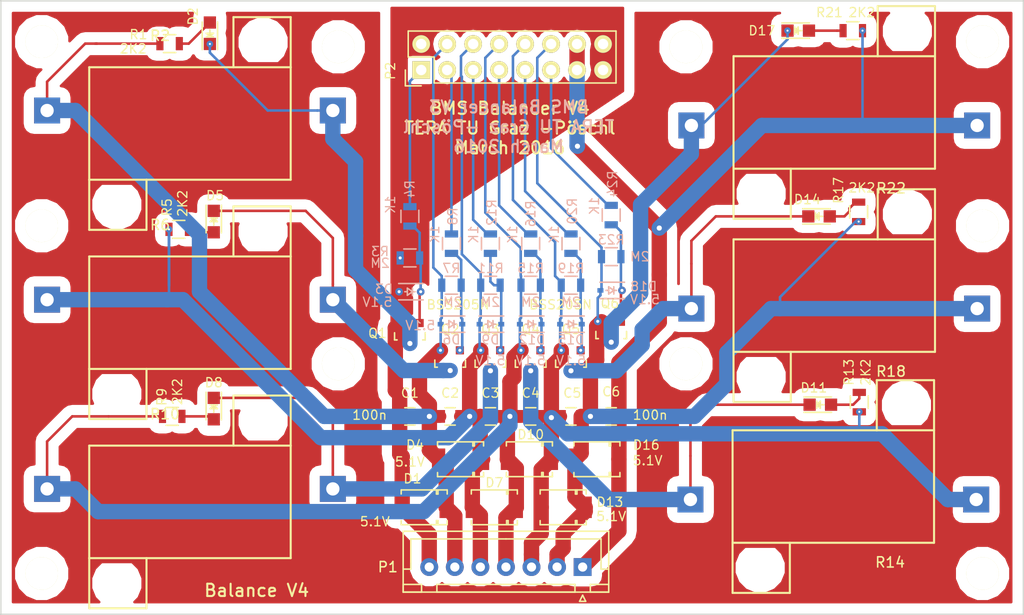
<source format=kicad_pcb>
(kicad_pcb (version 4) (host pcbnew no-vcs-found-product)

  (general
    (links 111)
    (no_connects 0)
    (area 95.316072 22.3 233.000001 111.19575)
    (thickness 1.6)
    (drawings 15)
    (tracks 359)
    (zones 0)
    (modules 66)
    (nets 33)
  )

  (page A4)
  (title_block
    (company "TERA TU Graz")
  )

  (layers
    (0 F.Cu signal)
    (31 B.Cu signal)
    (32 B.Adhes user)
    (33 F.Adhes user)
    (34 B.Paste user)
    (35 F.Paste user)
    (36 B.SilkS user)
    (37 F.SilkS user)
    (38 B.Mask user)
    (39 F.Mask user)
    (40 Dwgs.User user hide)
    (41 Cmts.User user hide)
    (42 Eco1.User user)
    (43 Eco2.User user)
    (44 Edge.Cuts user)
    (45 Margin user)
    (46 B.CrtYd user)
    (47 F.CrtYd user)
    (48 B.Fab user)
    (49 F.Fab user)
  )

  (setup
    (last_trace_width 0.25)
    (user_trace_width 0.25)
    (user_trace_width 0.5)
    (user_trace_width 0.75)
    (user_trace_width 1)
    (user_trace_width 1.25)
    (user_trace_width 1.5)
    (user_trace_width 1.75)
    (user_trace_width 2)
    (trace_clearance 0.2)
    (zone_clearance 1)
    (zone_45_only no)
    (trace_min 0.2)
    (segment_width 0.2)
    (edge_width 0.15)
    (via_size 0.75)
    (via_drill 0.3)
    (via_min_size 0.65)
    (via_min_drill 0.2)
    (user_via 0.65 0.2)
    (user_via 0.75 0.3)
    (user_via 0.85 0.4)
    (user_via 0.95 0.5)
    (uvia_size 0.3)
    (uvia_drill 0.1)
    (uvias_allowed no)
    (uvia_min_size 0.2)
    (uvia_min_drill 0.1)
    (pcb_text_width 0.3)
    (pcb_text_size 1.5 1.5)
    (mod_edge_width 0.15)
    (mod_text_size 1 1)
    (mod_text_width 0.15)
    (pad_size 1.524 1.524)
    (pad_drill 0.8)
    (pad_to_mask_clearance 0.2)
    (aux_axis_origin 100 50)
    (grid_origin 100 50)
    (visible_elements FFFFFF7F)
    (pcbplotparams
      (layerselection 0x010f0_ffffffff)
      (usegerberextensions false)
      (excludeedgelayer true)
      (linewidth 0.100000)
      (plotframeref false)
      (viasonmask false)
      (mode 1)
      (useauxorigin true)
      (hpglpennumber 1)
      (hpglpenspeed 20)
      (hpglpendiameter 15)
      (psnegative false)
      (psa4output false)
      (plotreference true)
      (plotvalue true)
      (plotinvisibletext false)
      (padsonsilk false)
      (subtractmaskfromsilk true)
      (outputformat 1)
      (mirror false)
      (drillshape 0)
      (scaleselection 1)
      (outputdirectory gerber/))
  )

  (net 0 "")
  (net 1 +BATT)
  (net 2 "Net-(D17-Pad1)")
  (net 3 /V3)
  (net 4 "Net-(D8-Pad1)")
  (net 5 /V2)
  (net 6 "Net-(D5-Pad1)")
  (net 7 /V5)
  (net 8 "Net-(D14-Pad1)")
  (net 9 /V4)
  (net 10 "Net-(D11-Pad1)")
  (net 11 /V1)
  (net 12 "Net-(D2-Pad1)")
  (net 13 GND)
  (net 14 "Net-(D6-Pad1)")
  (net 15 "Net-(D18-Pad1)")
  (net 16 "Net-(D15-Pad1)")
  (net 17 "Net-(D3-Pad1)")
  (net 18 "Net-(D12-Pad1)")
  (net 19 "Net-(D9-Pad1)")
  (net 20 /CB4)
  (net 21 "Net-(D2-Pad2)")
  (net 22 "Net-(D17-Pad2)")
  (net 23 /CB5)
  (net 24 "Net-(D14-Pad2)")
  (net 25 /CB3)
  (net 26 /CB6)
  (net 27 "Net-(D8-Pad2)")
  (net 28 /CB2)
  (net 29 /CB1)
  (net 30 "Net-(D5-Pad2)")
  (net 31 "Net-(D11-Pad2)")
  (net 32 /BalancerCell1/Heat)

  (net_class Default "This is the default net class."
    (clearance 0.2)
    (trace_width 0.25)
    (via_dia 0.75)
    (via_drill 0.3)
    (uvia_dia 0.3)
    (uvia_drill 0.1)
    (add_net +BATT)
    (add_net /BalancerCell1/Heat)
    (add_net /CB1)
    (add_net /CB2)
    (add_net /CB3)
    (add_net /CB4)
    (add_net /CB5)
    (add_net /CB6)
    (add_net /V1)
    (add_net /V2)
    (add_net /V3)
    (add_net /V4)
    (add_net /V5)
    (add_net GND)
    (add_net "Net-(D11-Pad1)")
    (add_net "Net-(D11-Pad2)")
    (add_net "Net-(D12-Pad1)")
    (add_net "Net-(D14-Pad1)")
    (add_net "Net-(D14-Pad2)")
    (add_net "Net-(D15-Pad1)")
    (add_net "Net-(D17-Pad1)")
    (add_net "Net-(D17-Pad2)")
    (add_net "Net-(D18-Pad1)")
    (add_net "Net-(D2-Pad1)")
    (add_net "Net-(D2-Pad2)")
    (add_net "Net-(D3-Pad1)")
    (add_net "Net-(D5-Pad1)")
    (add_net "Net-(D5-Pad2)")
    (add_net "Net-(D6-Pad1)")
    (add_net "Net-(D8-Pad1)")
    (add_net "Net-(D8-Pad2)")
    (add_net "Net-(D9-Pad1)")
  )

  (module Connectors_JST:JST_XH_B07B-XH-A_07x2.50mm_Straight (layer F.Cu) (tedit 56F2A70A) (tstamp 56F2B67F)
    (at 156.896 105.372 180)
    (descr "JST XH series connector, B07B-XH-A, top entry type, through hole")
    (tags "connector jst xh tht top vertical 2.50mm")
    (path /56F078EF)
    (fp_text reference P1 (at 19.05 0 180) (layer F.SilkS)
      (effects (font (size 1 1) (thickness 0.15)))
    )
    (fp_text value CONN_01X07 (at 7.5 4.5 180) (layer F.SilkS) hide
      (effects (font (size 1 1) (thickness 0.15)))
    )
    (fp_line (start -2.95 -2.85) (end -2.95 3.9) (layer F.CrtYd) (width 0.05))
    (fp_line (start -2.95 3.9) (end 17.9 3.9) (layer F.CrtYd) (width 0.05))
    (fp_line (start 17.9 3.9) (end 17.9 -2.85) (layer F.CrtYd) (width 0.05))
    (fp_line (start 17.9 -2.85) (end -2.95 -2.85) (layer F.CrtYd) (width 0.05))
    (fp_line (start -2.55 -2.45) (end -2.55 3.5) (layer F.SilkS) (width 0.15))
    (fp_line (start -2.55 3.5) (end 17.55 3.5) (layer F.SilkS) (width 0.15))
    (fp_line (start 17.55 3.5) (end 17.55 -2.45) (layer F.SilkS) (width 0.15))
    (fp_line (start 17.55 -2.45) (end -2.55 -2.45) (layer F.SilkS) (width 0.15))
    (fp_line (start 0.75 -2.45) (end 0.75 -1.7) (layer F.SilkS) (width 0.15))
    (fp_line (start 0.75 -1.7) (end 14.25 -1.7) (layer F.SilkS) (width 0.15))
    (fp_line (start 14.25 -1.7) (end 14.25 -2.45) (layer F.SilkS) (width 0.15))
    (fp_line (start 14.25 -2.45) (end 0.75 -2.45) (layer F.SilkS) (width 0.15))
    (fp_line (start -2.55 -2.45) (end -2.55 -1.7) (layer F.SilkS) (width 0.15))
    (fp_line (start -2.55 -1.7) (end -0.75 -1.7) (layer F.SilkS) (width 0.15))
    (fp_line (start -0.75 -1.7) (end -0.75 -2.45) (layer F.SilkS) (width 0.15))
    (fp_line (start -0.75 -2.45) (end -2.55 -2.45) (layer F.SilkS) (width 0.15))
    (fp_line (start 15.75 -2.45) (end 15.75 -1.7) (layer F.SilkS) (width 0.15))
    (fp_line (start 15.75 -1.7) (end 17.55 -1.7) (layer F.SilkS) (width 0.15))
    (fp_line (start 17.55 -1.7) (end 17.55 -2.45) (layer F.SilkS) (width 0.15))
    (fp_line (start 17.55 -2.45) (end 15.75 -2.45) (layer F.SilkS) (width 0.15))
    (fp_line (start -2.55 -0.2) (end -1.8 -0.2) (layer F.SilkS) (width 0.15))
    (fp_line (start -1.8 -0.2) (end -1.8 2.75) (layer F.SilkS) (width 0.15))
    (fp_line (start -1.8 2.75) (end 7.5 2.75) (layer F.SilkS) (width 0.15))
    (fp_line (start 17.55 -0.2) (end 16.8 -0.2) (layer F.SilkS) (width 0.15))
    (fp_line (start 16.8 -0.2) (end 16.8 2.75) (layer F.SilkS) (width 0.15))
    (fp_line (start 16.8 2.75) (end 7.5 2.75) (layer F.SilkS) (width 0.15))
    (fp_line (start 0 -2.75) (end -0.3 -3.35) (layer F.SilkS) (width 0.15))
    (fp_line (start -0.3 -3.35) (end 0.3 -3.35) (layer F.SilkS) (width 0.15))
    (fp_line (start 0.3 -3.35) (end 0 -2.75) (layer F.SilkS) (width 0.15))
    (pad 1 thru_hole rect (at 0 0 180) (size 1.75 1.75) (drill 0.9) (layers *.Cu *.Mask)
      (net 1 +BATT))
    (pad 2 thru_hole circle (at 2.5 0 180) (size 1.75 1.75) (drill 0.9) (layers *.Cu *.Mask)
      (net 7 /V5))
    (pad 3 thru_hole circle (at 5 0 180) (size 1.75 1.75) (drill 0.9) (layers *.Cu *.Mask)
      (net 9 /V4))
    (pad 4 thru_hole circle (at 7.5 0 180) (size 1.75 1.75) (drill 0.9) (layers *.Cu *.Mask)
      (net 3 /V3))
    (pad 5 thru_hole circle (at 10 0 180) (size 1.75 1.75) (drill 0.9) (layers *.Cu *.Mask)
      (net 5 /V2))
    (pad 6 thru_hole circle (at 12.5 0 180) (size 1.75 1.75) (drill 0.9) (layers *.Cu *.Mask)
      (net 11 /V1))
    (pad 7 thru_hole circle (at 15 0 180) (size 1.75 1.75) (drill 0.9) (layers *.Cu *.Mask)
      (net 13 GND))
    (model Connectors_JST.3dshapes/JST_XH_B07B-XH-A_07x2.50mm_Straight.wrl
      (at (xyz 0 0 0))
      (scale (xyz 1 1 1))
      (rotate (xyz 0 0 0))
    )
  )

  (module Capacitors_SMD:C_0805 (layer F.Cu) (tedit 5415D6EA) (tstamp 56F1C62A)
    (at 140.005 90.64 180)
    (descr "Capacitor SMD 0805, reflow soldering, AVX (see smccp.pdf)")
    (tags "capacitor 0805")
    (path /56F07FAD/56F0944E)
    (attr smd)
    (fp_text reference C1 (at 0 2.286 180) (layer F.SilkS)
      (effects (font (size 0.9 0.9) (thickness 0.125)))
    )
    (fp_text value 100n (at 3.937 0.127 180) (layer F.SilkS)
      (effects (font (size 0.9 0.9) (thickness 0.125)))
    )
    (fp_line (start -1.8 -1) (end 1.8 -1) (layer F.CrtYd) (width 0.05))
    (fp_line (start -1.8 1) (end 1.8 1) (layer F.CrtYd) (width 0.05))
    (fp_line (start -1.8 -1) (end -1.8 1) (layer F.CrtYd) (width 0.05))
    (fp_line (start 1.8 -1) (end 1.8 1) (layer F.CrtYd) (width 0.05))
    (fp_line (start 0.5 -0.85) (end -0.5 -0.85) (layer F.SilkS) (width 0.15))
    (fp_line (start -0.5 0.85) (end 0.5 0.85) (layer F.SilkS) (width 0.15))
    (pad 1 smd rect (at -1 0 180) (size 1 1.25) (layers F.Cu F.Paste F.Mask)
      (net 11 /V1))
    (pad 2 smd rect (at 1 0 180) (size 1 1.25) (layers F.Cu F.Paste F.Mask)
      (net 13 GND))
    (model Capacitors_SMD.3dshapes/C_0805.wrl
      (at (xyz 0 0 0))
      (scale (xyz 1 1 1))
      (rotate (xyz 0 0 0))
    )
  )

  (module Capacitors_SMD:C_0805 (layer F.Cu) (tedit 56F1762F) (tstamp 56F1C61B)
    (at 143.942 90.64 180)
    (descr "Capacitor SMD 0805, reflow soldering, AVX (see smccp.pdf)")
    (tags "capacitor 0805")
    (path /56F0A894/56F0944E)
    (attr smd)
    (fp_text reference C2 (at 0 2.286 180) (layer F.SilkS)
      (effects (font (size 0.9 0.9) (thickness 0.125)))
    )
    (fp_text value 100n (at 0 2.1 180) (layer F.SilkS) hide
      (effects (font (size 0.9 0.9) (thickness 0.125)))
    )
    (fp_line (start -1.8 -1) (end 1.8 -1) (layer F.CrtYd) (width 0.05))
    (fp_line (start -1.8 1) (end 1.8 1) (layer F.CrtYd) (width 0.05))
    (fp_line (start -1.8 -1) (end -1.8 1) (layer F.CrtYd) (width 0.05))
    (fp_line (start 1.8 -1) (end 1.8 1) (layer F.CrtYd) (width 0.05))
    (fp_line (start 0.5 -0.85) (end -0.5 -0.85) (layer F.SilkS) (width 0.15))
    (fp_line (start -0.5 0.85) (end 0.5 0.85) (layer F.SilkS) (width 0.15))
    (pad 1 smd rect (at -1 0 180) (size 1 1.25) (layers F.Cu F.Paste F.Mask)
      (net 5 /V2))
    (pad 2 smd rect (at 1 0 180) (size 1 1.25) (layers F.Cu F.Paste F.Mask)
      (net 11 /V1))
    (model Capacitors_SMD.3dshapes/C_0805.wrl
      (at (xyz 0 0 0))
      (scale (xyz 1 1 1))
      (rotate (xyz 0 0 0))
    )
  )

  (module Capacitors_SMD:C_0805 (layer F.Cu) (tedit 56F1762D) (tstamp 56F1C60C)
    (at 147.879 90.64 180)
    (descr "Capacitor SMD 0805, reflow soldering, AVX (see smccp.pdf)")
    (tags "capacitor 0805")
    (path /56F0B664/56F0944E)
    (attr smd)
    (fp_text reference C3 (at 0 2.286 180) (layer F.SilkS)
      (effects (font (size 0.9 0.9) (thickness 0.125)))
    )
    (fp_text value 100n (at 0 2.1 180) (layer F.SilkS) hide
      (effects (font (size 0.9 0.9) (thickness 0.125)))
    )
    (fp_line (start -1.8 -1) (end 1.8 -1) (layer F.CrtYd) (width 0.05))
    (fp_line (start -1.8 1) (end 1.8 1) (layer F.CrtYd) (width 0.05))
    (fp_line (start -1.8 -1) (end -1.8 1) (layer F.CrtYd) (width 0.05))
    (fp_line (start 1.8 -1) (end 1.8 1) (layer F.CrtYd) (width 0.05))
    (fp_line (start 0.5 -0.85) (end -0.5 -0.85) (layer F.SilkS) (width 0.15))
    (fp_line (start -0.5 0.85) (end 0.5 0.85) (layer F.SilkS) (width 0.15))
    (pad 1 smd rect (at -1 0 180) (size 1 1.25) (layers F.Cu F.Paste F.Mask)
      (net 3 /V3))
    (pad 2 smd rect (at 1 0 180) (size 1 1.25) (layers F.Cu F.Paste F.Mask)
      (net 5 /V2))
    (model Capacitors_SMD.3dshapes/C_0805.wrl
      (at (xyz 0 0 0))
      (scale (xyz 1 1 1))
      (rotate (xyz 0 0 0))
    )
  )

  (module Capacitors_SMD:C_0805 (layer F.Cu) (tedit 56F1762B) (tstamp 56F1C5FD)
    (at 151.816 90.64 180)
    (descr "Capacitor SMD 0805, reflow soldering, AVX (see smccp.pdf)")
    (tags "capacitor 0805")
    (path /56F0B66A/56F0944E)
    (attr smd)
    (fp_text reference C4 (at 0 2.286 180) (layer F.SilkS)
      (effects (font (size 0.9 0.9) (thickness 0.125)))
    )
    (fp_text value 100n (at 0 2.1 180) (layer F.SilkS) hide
      (effects (font (size 0.9 0.9) (thickness 0.125)))
    )
    (fp_line (start -1.8 -1) (end 1.8 -1) (layer F.CrtYd) (width 0.05))
    (fp_line (start -1.8 1) (end 1.8 1) (layer F.CrtYd) (width 0.05))
    (fp_line (start -1.8 -1) (end -1.8 1) (layer F.CrtYd) (width 0.05))
    (fp_line (start 1.8 -1) (end 1.8 1) (layer F.CrtYd) (width 0.05))
    (fp_line (start 0.5 -0.85) (end -0.5 -0.85) (layer F.SilkS) (width 0.15))
    (fp_line (start -0.5 0.85) (end 0.5 0.85) (layer F.SilkS) (width 0.15))
    (pad 1 smd rect (at -1 0 180) (size 1 1.25) (layers F.Cu F.Paste F.Mask)
      (net 9 /V4))
    (pad 2 smd rect (at 1 0 180) (size 1 1.25) (layers F.Cu F.Paste F.Mask)
      (net 3 /V3))
    (model Capacitors_SMD.3dshapes/C_0805.wrl
      (at (xyz 0 0 0))
      (scale (xyz 1 1 1))
      (rotate (xyz 0 0 0))
    )
  )

  (module Capacitors_SMD:C_0805 (layer F.Cu) (tedit 56F17628) (tstamp 56F1C5EE)
    (at 155.753 90.64 180)
    (descr "Capacitor SMD 0805, reflow soldering, AVX (see smccp.pdf)")
    (tags "capacitor 0805")
    (path /56F0C03E/56F0944E)
    (attr smd)
    (fp_text reference C5 (at -0.127 2.286 180) (layer F.SilkS)
      (effects (font (size 0.9 0.9) (thickness 0.125)))
    )
    (fp_text value 100n (at 0 2.1 180) (layer F.SilkS) hide
      (effects (font (size 0.9 0.9) (thickness 0.125)))
    )
    (fp_line (start -1.8 -1) (end 1.8 -1) (layer F.CrtYd) (width 0.05))
    (fp_line (start -1.8 1) (end 1.8 1) (layer F.CrtYd) (width 0.05))
    (fp_line (start -1.8 -1) (end -1.8 1) (layer F.CrtYd) (width 0.05))
    (fp_line (start 1.8 -1) (end 1.8 1) (layer F.CrtYd) (width 0.05))
    (fp_line (start 0.5 -0.85) (end -0.5 -0.85) (layer F.SilkS) (width 0.15))
    (fp_line (start -0.5 0.85) (end 0.5 0.85) (layer F.SilkS) (width 0.15))
    (pad 1 smd rect (at -1 0 180) (size 1 1.25) (layers F.Cu F.Paste F.Mask)
      (net 7 /V5))
    (pad 2 smd rect (at 1 0 180) (size 1 1.25) (layers F.Cu F.Paste F.Mask)
      (net 9 /V4))
    (model Capacitors_SMD.3dshapes/C_0805.wrl
      (at (xyz 0 0 0))
      (scale (xyz 1 1 1))
      (rotate (xyz 0 0 0))
    )
  )

  (module Capacitors_SMD:C_0805 (layer F.Cu) (tedit 5415D6EA) (tstamp 56F1C5DF)
    (at 159.69 90.64 180)
    (descr "Capacitor SMD 0805, reflow soldering, AVX (see smccp.pdf)")
    (tags "capacitor 0805")
    (path /56F0C044/56F0944E)
    (attr smd)
    (fp_text reference C6 (at 0 2.413 180) (layer F.SilkS)
      (effects (font (size 0.9 0.9) (thickness 0.125)))
    )
    (fp_text value 100n (at -3.81 0.127 180) (layer F.SilkS)
      (effects (font (size 0.9 0.9) (thickness 0.125)))
    )
    (fp_line (start -1.8 -1) (end 1.8 -1) (layer F.CrtYd) (width 0.05))
    (fp_line (start -1.8 1) (end 1.8 1) (layer F.CrtYd) (width 0.05))
    (fp_line (start -1.8 -1) (end -1.8 1) (layer F.CrtYd) (width 0.05))
    (fp_line (start 1.8 -1) (end 1.8 1) (layer F.CrtYd) (width 0.05))
    (fp_line (start 0.5 -0.85) (end -0.5 -0.85) (layer F.SilkS) (width 0.15))
    (fp_line (start -0.5 0.85) (end 0.5 0.85) (layer F.SilkS) (width 0.15))
    (pad 1 smd rect (at -1 0 180) (size 1 1.25) (layers F.Cu F.Paste F.Mask)
      (net 1 +BATT))
    (pad 2 smd rect (at 1 0 180) (size 1 1.25) (layers F.Cu F.Paste F.Mask)
      (net 7 /V5))
    (model Capacitors_SMD.3dshapes/C_0805.wrl
      (at (xyz 0 0 0))
      (scale (xyz 1 1 1))
      (rotate (xyz 0 0 0))
    )
  )

  (module tera_general:DO-214AA (layer F.Cu) (tedit 56F17761) (tstamp 56F1A8C9)
    (at 141.402 99.53 180)
    (descr "DO-214AA footprint")
    (tags "DO-214AA diode")
    (path /56F07FAD/56F08187)
    (attr smd)
    (fp_text reference D1 (at 1.143 2.794 180) (layer F.SilkS)
      (effects (font (size 0.9 0.9) (thickness 0.125)))
    )
    (fp_text value 5.1V (at 4.826 -1.397 180) (layer F.SilkS)
      (effects (font (size 0.9 0.9) (thickness 0.125)))
    )
    (fp_line (start -3.05 -2) (end 3.05 -2) (layer F.CrtYd) (width 0.05))
    (fp_line (start 3.05 -2) (end 3.05 2) (layer F.CrtYd) (width 0.05))
    (fp_line (start 3.05 2) (end -3.05 2) (layer F.CrtYd) (width 0.05))
    (fp_line (start -3.05 2) (end -3.05 -2) (layer F.CrtYd) (width 0.05))
    (fp_line (start -2.25 -1.7) (end -2.25 -1.3) (layer F.SilkS) (width 0.15))
    (fp_line (start -2.25 1.7) (end -2.25 1.3) (layer F.SilkS) (width 0.15))
    (fp_line (start 2.25 1.7) (end 2.25 1.3) (layer F.SilkS) (width 0.15))
    (fp_line (start 2.25 -1.7) (end 2.25 -1.3) (layer F.SilkS) (width 0.15))
    (fp_line (start -1.35 1.7) (end -1.35 1.3) (layer F.SilkS) (width 0.15))
    (fp_line (start -1.35 1.3) (end -1.2 1.3) (layer F.SilkS) (width 0.15))
    (fp_line (start -1.2 1.3) (end -1.2 1.7) (layer F.SilkS) (width 0.15))
    (fp_line (start -1.35 -1.7) (end -1.35 -1.3) (layer F.SilkS) (width 0.15))
    (fp_line (start -1.35 -1.3) (end -1.2 -1.3) (layer F.SilkS) (width 0.15))
    (fp_line (start -1.2 -1.3) (end -1.2 -1.7) (layer F.SilkS) (width 0.15))
    (fp_line (start -2.25 -1.7) (end 2.25 -1.7) (layer F.SilkS) (width 0.15))
    (fp_line (start 2.25 1.7) (end -2.25 1.7) (layer F.SilkS) (width 0.15))
    (pad 2 smd rect (at 2.15 0 180) (size 1.3 2.1) (layers F.Cu F.Paste F.Mask)
      (net 13 GND))
    (pad 1 smd rect (at -2.15 0 180) (size 1.3 2.1) (layers F.Cu F.Paste F.Mask)
      (net 11 /V1))
    (model tera.3dshapes/DO-214AA.x3d
      (at (xyz 0 0 0))
      (scale (xyz 1 1 1))
      (rotate (xyz 0 0 0))
    )
  )

  (module tera_general:DO-214AA (layer F.Cu) (tedit 56CB355E) (tstamp 56F1A88A)
    (at 144.958 94.831 180)
    (descr "DO-214AA footprint")
    (tags "DO-214AA diode")
    (path /56F0A894/56F08187)
    (attr smd)
    (fp_text reference D4 (at 4.445 1.397 180) (layer F.SilkS)
      (effects (font (size 0.9 0.9) (thickness 0.125)))
    )
    (fp_text value 5.1V (at 4.953 -0.254 180) (layer F.SilkS)
      (effects (font (size 0.9 0.9) (thickness 0.125)))
    )
    (fp_line (start -3.05 -2) (end 3.05 -2) (layer F.CrtYd) (width 0.05))
    (fp_line (start 3.05 -2) (end 3.05 2) (layer F.CrtYd) (width 0.05))
    (fp_line (start 3.05 2) (end -3.05 2) (layer F.CrtYd) (width 0.05))
    (fp_line (start -3.05 2) (end -3.05 -2) (layer F.CrtYd) (width 0.05))
    (fp_line (start -2.25 -1.7) (end -2.25 -1.3) (layer F.SilkS) (width 0.15))
    (fp_line (start -2.25 1.7) (end -2.25 1.3) (layer F.SilkS) (width 0.15))
    (fp_line (start 2.25 1.7) (end 2.25 1.3) (layer F.SilkS) (width 0.15))
    (fp_line (start 2.25 -1.7) (end 2.25 -1.3) (layer F.SilkS) (width 0.15))
    (fp_line (start -1.35 1.7) (end -1.35 1.3) (layer F.SilkS) (width 0.15))
    (fp_line (start -1.35 1.3) (end -1.2 1.3) (layer F.SilkS) (width 0.15))
    (fp_line (start -1.2 1.3) (end -1.2 1.7) (layer F.SilkS) (width 0.15))
    (fp_line (start -1.35 -1.7) (end -1.35 -1.3) (layer F.SilkS) (width 0.15))
    (fp_line (start -1.35 -1.3) (end -1.2 -1.3) (layer F.SilkS) (width 0.15))
    (fp_line (start -1.2 -1.3) (end -1.2 -1.7) (layer F.SilkS) (width 0.15))
    (fp_line (start -2.25 -1.7) (end 2.25 -1.7) (layer F.SilkS) (width 0.15))
    (fp_line (start 2.25 1.7) (end -2.25 1.7) (layer F.SilkS) (width 0.15))
    (pad 2 smd rect (at 2.15 0 180) (size 1.3 2.1) (layers F.Cu F.Paste F.Mask)
      (net 11 /V1))
    (pad 1 smd rect (at -2.15 0 180) (size 1.3 2.1) (layers F.Cu F.Paste F.Mask)
      (net 5 /V2))
    (model tera.3dshapes/DO-214AA.x3d
      (at (xyz 0 0 0))
      (scale (xyz 1 1 1))
      (rotate (xyz 0 0 0))
    )
  )

  (module tera_general:DO-214AA (layer F.Cu) (tedit 56F17707) (tstamp 56F1A84B)
    (at 148.26 99.53 180)
    (descr "DO-214AA footprint")
    (tags "DO-214AA diode")
    (path /56F0B664/56F08187)
    (attr smd)
    (fp_text reference D7 (at 0 2.413 180) (layer F.SilkS)
      (effects (font (size 0.9 0.9) (thickness 0.125)))
    )
    (fp_text value 5.1V (at 0 3 180) (layer F.SilkS) hide
      (effects (font (size 0.9 0.9) (thickness 0.125)))
    )
    (fp_line (start -3.05 -2) (end 3.05 -2) (layer F.CrtYd) (width 0.05))
    (fp_line (start 3.05 -2) (end 3.05 2) (layer F.CrtYd) (width 0.05))
    (fp_line (start 3.05 2) (end -3.05 2) (layer F.CrtYd) (width 0.05))
    (fp_line (start -3.05 2) (end -3.05 -2) (layer F.CrtYd) (width 0.05))
    (fp_line (start -2.25 -1.7) (end -2.25 -1.3) (layer F.SilkS) (width 0.15))
    (fp_line (start -2.25 1.7) (end -2.25 1.3) (layer F.SilkS) (width 0.15))
    (fp_line (start 2.25 1.7) (end 2.25 1.3) (layer F.SilkS) (width 0.15))
    (fp_line (start 2.25 -1.7) (end 2.25 -1.3) (layer F.SilkS) (width 0.15))
    (fp_line (start -1.35 1.7) (end -1.35 1.3) (layer F.SilkS) (width 0.15))
    (fp_line (start -1.35 1.3) (end -1.2 1.3) (layer F.SilkS) (width 0.15))
    (fp_line (start -1.2 1.3) (end -1.2 1.7) (layer F.SilkS) (width 0.15))
    (fp_line (start -1.35 -1.7) (end -1.35 -1.3) (layer F.SilkS) (width 0.15))
    (fp_line (start -1.35 -1.3) (end -1.2 -1.3) (layer F.SilkS) (width 0.15))
    (fp_line (start -1.2 -1.3) (end -1.2 -1.7) (layer F.SilkS) (width 0.15))
    (fp_line (start -2.25 -1.7) (end 2.25 -1.7) (layer F.SilkS) (width 0.15))
    (fp_line (start 2.25 1.7) (end -2.25 1.7) (layer F.SilkS) (width 0.15))
    (pad 2 smd rect (at 2.15 0 180) (size 1.3 2.1) (layers F.Cu F.Paste F.Mask)
      (net 5 /V2))
    (pad 1 smd rect (at -2.15 0 180) (size 1.3 2.1) (layers F.Cu F.Paste F.Mask)
      (net 3 /V3))
    (model tera.3dshapes/DO-214AA.x3d
      (at (xyz 0 0 0))
      (scale (xyz 1 1 1))
      (rotate (xyz 0 0 0))
    )
  )

  (module tera_general:DO-214AA (layer F.Cu) (tedit 56F17703) (tstamp 56F1A80C)
    (at 151.689 94.831 180)
    (descr "DO-214AA footprint")
    (tags "DO-214AA diode")
    (path /56F0B66A/56F08187)
    (attr smd)
    (fp_text reference D10 (at -0.127 2.413 180) (layer F.SilkS)
      (effects (font (size 0.9 0.9) (thickness 0.125)))
    )
    (fp_text value 5.1V (at 0 3 180) (layer F.SilkS) hide
      (effects (font (size 0.9 0.9) (thickness 0.125)))
    )
    (fp_line (start -3.05 -2) (end 3.05 -2) (layer F.CrtYd) (width 0.05))
    (fp_line (start 3.05 -2) (end 3.05 2) (layer F.CrtYd) (width 0.05))
    (fp_line (start 3.05 2) (end -3.05 2) (layer F.CrtYd) (width 0.05))
    (fp_line (start -3.05 2) (end -3.05 -2) (layer F.CrtYd) (width 0.05))
    (fp_line (start -2.25 -1.7) (end -2.25 -1.3) (layer F.SilkS) (width 0.15))
    (fp_line (start -2.25 1.7) (end -2.25 1.3) (layer F.SilkS) (width 0.15))
    (fp_line (start 2.25 1.7) (end 2.25 1.3) (layer F.SilkS) (width 0.15))
    (fp_line (start 2.25 -1.7) (end 2.25 -1.3) (layer F.SilkS) (width 0.15))
    (fp_line (start -1.35 1.7) (end -1.35 1.3) (layer F.SilkS) (width 0.15))
    (fp_line (start -1.35 1.3) (end -1.2 1.3) (layer F.SilkS) (width 0.15))
    (fp_line (start -1.2 1.3) (end -1.2 1.7) (layer F.SilkS) (width 0.15))
    (fp_line (start -1.35 -1.7) (end -1.35 -1.3) (layer F.SilkS) (width 0.15))
    (fp_line (start -1.35 -1.3) (end -1.2 -1.3) (layer F.SilkS) (width 0.15))
    (fp_line (start -1.2 -1.3) (end -1.2 -1.7) (layer F.SilkS) (width 0.15))
    (fp_line (start -2.25 -1.7) (end 2.25 -1.7) (layer F.SilkS) (width 0.15))
    (fp_line (start 2.25 1.7) (end -2.25 1.7) (layer F.SilkS) (width 0.15))
    (pad 2 smd rect (at 2.15 0 180) (size 1.3 2.1) (layers F.Cu F.Paste F.Mask)
      (net 3 /V3))
    (pad 1 smd rect (at -2.15 0 180) (size 1.3 2.1) (layers F.Cu F.Paste F.Mask)
      (net 9 /V4))
    (model tera.3dshapes/DO-214AA.x3d
      (at (xyz 0 0 0))
      (scale (xyz 1 1 1))
      (rotate (xyz 0 0 0))
    )
  )

  (module tera_general:DO-214AA (layer F.Cu) (tedit 56CB355E) (tstamp 56F1A7CD)
    (at 154.991 99.53 180)
    (descr "DO-214AA footprint")
    (tags "DO-214AA diode")
    (path /56F0C03E/56F08187)
    (attr smd)
    (fp_text reference D13 (at -4.572 0.508 180) (layer F.SilkS)
      (effects (font (size 0.9 0.9) (thickness 0.125)))
    )
    (fp_text value 5.1V (at -4.699 -0.889 180) (layer F.SilkS)
      (effects (font (size 0.9 0.9) (thickness 0.125)))
    )
    (fp_line (start -3.05 -2) (end 3.05 -2) (layer F.CrtYd) (width 0.05))
    (fp_line (start 3.05 -2) (end 3.05 2) (layer F.CrtYd) (width 0.05))
    (fp_line (start 3.05 2) (end -3.05 2) (layer F.CrtYd) (width 0.05))
    (fp_line (start -3.05 2) (end -3.05 -2) (layer F.CrtYd) (width 0.05))
    (fp_line (start -2.25 -1.7) (end -2.25 -1.3) (layer F.SilkS) (width 0.15))
    (fp_line (start -2.25 1.7) (end -2.25 1.3) (layer F.SilkS) (width 0.15))
    (fp_line (start 2.25 1.7) (end 2.25 1.3) (layer F.SilkS) (width 0.15))
    (fp_line (start 2.25 -1.7) (end 2.25 -1.3) (layer F.SilkS) (width 0.15))
    (fp_line (start -1.35 1.7) (end -1.35 1.3) (layer F.SilkS) (width 0.15))
    (fp_line (start -1.35 1.3) (end -1.2 1.3) (layer F.SilkS) (width 0.15))
    (fp_line (start -1.2 1.3) (end -1.2 1.7) (layer F.SilkS) (width 0.15))
    (fp_line (start -1.35 -1.7) (end -1.35 -1.3) (layer F.SilkS) (width 0.15))
    (fp_line (start -1.35 -1.3) (end -1.2 -1.3) (layer F.SilkS) (width 0.15))
    (fp_line (start -1.2 -1.3) (end -1.2 -1.7) (layer F.SilkS) (width 0.15))
    (fp_line (start -2.25 -1.7) (end 2.25 -1.7) (layer F.SilkS) (width 0.15))
    (fp_line (start 2.25 1.7) (end -2.25 1.7) (layer F.SilkS) (width 0.15))
    (pad 2 smd rect (at 2.15 0 180) (size 1.3 2.1) (layers F.Cu F.Paste F.Mask)
      (net 9 /V4))
    (pad 1 smd rect (at -2.15 0 180) (size 1.3 2.1) (layers F.Cu F.Paste F.Mask)
      (net 7 /V5))
    (model tera.3dshapes/DO-214AA.x3d
      (at (xyz 0 0 0))
      (scale (xyz 1 1 1))
      (rotate (xyz 0 0 0))
    )
  )

  (module tera_general:DO-214AA (layer F.Cu) (tedit 56CB355E) (tstamp 56F1A78E)
    (at 158.293 94.831 180)
    (descr "DO-214AA footprint")
    (tags "DO-214AA diode")
    (path /56F0C044/56F08187)
    (attr smd)
    (fp_text reference D16 (at -4.826 1.397 180) (layer F.SilkS)
      (effects (font (size 0.9 0.9) (thickness 0.125)))
    )
    (fp_text value 5.1V (at -4.953 -0.127 180) (layer F.SilkS)
      (effects (font (size 0.9 0.9) (thickness 0.125)))
    )
    (fp_line (start -3.05 -2) (end 3.05 -2) (layer F.CrtYd) (width 0.05))
    (fp_line (start 3.05 -2) (end 3.05 2) (layer F.CrtYd) (width 0.05))
    (fp_line (start 3.05 2) (end -3.05 2) (layer F.CrtYd) (width 0.05))
    (fp_line (start -3.05 2) (end -3.05 -2) (layer F.CrtYd) (width 0.05))
    (fp_line (start -2.25 -1.7) (end -2.25 -1.3) (layer F.SilkS) (width 0.15))
    (fp_line (start -2.25 1.7) (end -2.25 1.3) (layer F.SilkS) (width 0.15))
    (fp_line (start 2.25 1.7) (end 2.25 1.3) (layer F.SilkS) (width 0.15))
    (fp_line (start 2.25 -1.7) (end 2.25 -1.3) (layer F.SilkS) (width 0.15))
    (fp_line (start -1.35 1.7) (end -1.35 1.3) (layer F.SilkS) (width 0.15))
    (fp_line (start -1.35 1.3) (end -1.2 1.3) (layer F.SilkS) (width 0.15))
    (fp_line (start -1.2 1.3) (end -1.2 1.7) (layer F.SilkS) (width 0.15))
    (fp_line (start -1.35 -1.7) (end -1.35 -1.3) (layer F.SilkS) (width 0.15))
    (fp_line (start -1.35 -1.3) (end -1.2 -1.3) (layer F.SilkS) (width 0.15))
    (fp_line (start -1.2 -1.3) (end -1.2 -1.7) (layer F.SilkS) (width 0.15))
    (fp_line (start -2.25 -1.7) (end 2.25 -1.7) (layer F.SilkS) (width 0.15))
    (fp_line (start 2.25 1.7) (end -2.25 1.7) (layer F.SilkS) (width 0.15))
    (pad 2 smd rect (at 2.15 0 180) (size 1.3 2.1) (layers F.Cu F.Paste F.Mask)
      (net 7 /V5))
    (pad 1 smd rect (at -2.15 0 180) (size 1.3 2.1) (layers F.Cu F.Paste F.Mask)
      (net 1 +BATT))
    (model tera.3dshapes/DO-214AA.x3d
      (at (xyz 0 0 0))
      (scale (xyz 1 1 1))
      (rotate (xyz 0 0 0))
    )
  )

  (module Mounting_Holes:MountingHole_3.2mm_M3 locked (layer F.Cu) (tedit 56F175DF) (tstamp 56F10FB7)
    (at 133 85.5)
    (descr "Mounting Hole 3.2mm, no annular, M3")
    (tags "mounting hole 3.2mm no annular m3")
    (fp_text reference REF** (at 0 -4.2) (layer F.SilkS) hide
      (effects (font (size 0.9 0.9) (thickness 0.125)))
    )
    (fp_text value MountingHole_3.2mm_M3 (at 0 4.2) (layer F.SilkS) hide
      (effects (font (size 0.9 0.9) (thickness 0.125)))
    )
    (fp_circle (center 0 0) (end 3.2 0) (layer Cmts.User) (width 0.15))
    (fp_circle (center 0 0) (end 3.45 0) (layer F.CrtYd) (width 0.05))
    (pad 1 np_thru_hole circle (at 0 0) (size 3.2 3.2) (drill 3.2) (layers *.Cu *.Mask F.SilkS))
  )

  (module Mounting_Holes:MountingHole_3.2mm_M3 locked (layer F.Cu) (tedit 56F175DB) (tstamp 56F10FB6)
    (at 167 85.5)
    (descr "Mounting Hole 3.2mm, no annular, M3")
    (tags "mounting hole 3.2mm no annular m3")
    (fp_text reference REF** (at 0 -4.2) (layer F.SilkS) hide
      (effects (font (size 0.9 0.9) (thickness 0.125)))
    )
    (fp_text value MountingHole_3.2mm_M3 (at 0 4.2) (layer F.SilkS) hide
      (effects (font (size 0.9 0.9) (thickness 0.125)))
    )
    (fp_circle (center 0 0) (end 3.2 0) (layer Cmts.User) (width 0.15))
    (fp_circle (center 0 0) (end 3.45 0) (layer F.CrtYd) (width 0.05))
    (pad 1 np_thru_hole circle (at 0 0) (size 3.2 3.2) (drill 3.2) (layers *.Cu *.Mask F.SilkS))
  )

  (module Mounting_Holes:MountingHole_3.2mm_M3 locked (layer F.Cu) (tedit 56F175D2) (tstamp 56F10FB5)
    (at 133 54.5)
    (descr "Mounting Hole 3.2mm, no annular, M3")
    (tags "mounting hole 3.2mm no annular m3")
    (fp_text reference REF** (at 0 -4.2) (layer F.SilkS) hide
      (effects (font (size 0.9 0.9) (thickness 0.125)))
    )
    (fp_text value MountingHole_3.2mm_M3 (at 0 4.2) (layer F.SilkS) hide
      (effects (font (size 0.9 0.9) (thickness 0.125)))
    )
    (fp_circle (center 0 0) (end 3.2 0) (layer Cmts.User) (width 0.15))
    (fp_circle (center 0 0) (end 3.45 0) (layer F.CrtYd) (width 0.05))
    (pad 1 np_thru_hole circle (at 0 0) (size 3.2 3.2) (drill 3.2) (layers *.Cu *.Mask F.SilkS))
  )

  (module Mounting_Holes:MountingHole_3.2mm_M3 locked (layer F.Cu) (tedit 56F175D7) (tstamp 56F10FB4)
    (at 167 54.5)
    (descr "Mounting Hole 3.2mm, no annular, M3")
    (tags "mounting hole 3.2mm no annular m3")
    (fp_text reference REF** (at 0 -4.2) (layer F.SilkS) hide
      (effects (font (size 0.9 0.9) (thickness 0.125)))
    )
    (fp_text value MountingHole_3.2mm_M3 (at 0 4.2) (layer F.SilkS) hide
      (effects (font (size 0.9 0.9) (thickness 0.125)))
    )
    (fp_circle (center 0 0) (end 3.2 0) (layer Cmts.User) (width 0.15))
    (fp_circle (center 0 0) (end 3.45 0) (layer F.CrtYd) (width 0.05))
    (pad 1 np_thru_hole circle (at 0 0) (size 3.2 3.2) (drill 3.2) (layers *.Cu *.Mask F.SilkS))
  )

  (module Mounting_Holes:MountingHole_3.2mm_M3 locked (layer F.Cu) (tedit 56F175B1) (tstamp 56F10FB3)
    (at 104 72)
    (descr "Mounting Hole 3.2mm, no annular, M3")
    (tags "mounting hole 3.2mm no annular m3")
    (fp_text reference REF** (at 0 -4.2) (layer F.SilkS) hide
      (effects (font (size 0.9 0.9) (thickness 0.125)))
    )
    (fp_text value MountingHole_3.2mm_M3 (at 0 4.2) (layer F.SilkS) hide
      (effects (font (size 0.9 0.9) (thickness 0.125)))
    )
    (fp_circle (center 0 0) (end 3.2 0) (layer Cmts.User) (width 0.15))
    (fp_circle (center 0 0) (end 3.45 0) (layer F.CrtYd) (width 0.05))
    (pad 1 np_thru_hole circle (at 0 0) (size 3.2 3.2) (drill 3.2) (layers *.Cu *.Mask F.SilkS))
  )

  (module Mounting_Holes:MountingHole_3.2mm_M3 locked (layer F.Cu) (tedit 56F175C0) (tstamp 56F10FB2)
    (at 196 72)
    (descr "Mounting Hole 3.2mm, no annular, M3")
    (tags "mounting hole 3.2mm no annular m3")
    (fp_text reference REF** (at 0 -4.2) (layer F.SilkS) hide
      (effects (font (size 0.9 0.9) (thickness 0.125)))
    )
    (fp_text value MountingHole_3.2mm_M3 (at 0 4.2) (layer F.SilkS) hide
      (effects (font (size 0.9 0.9) (thickness 0.125)))
    )
    (fp_circle (center 0 0) (end 3.2 0) (layer Cmts.User) (width 0.15))
    (fp_circle (center 0 0) (end 3.45 0) (layer F.CrtYd) (width 0.05))
    (pad 1 np_thru_hole circle (at 0 0) (size 3.2 3.2) (drill 3.2) (layers *.Cu *.Mask F.SilkS))
  )

  (module Mounting_Holes:MountingHole_3.2mm_M3 locked (layer F.Cu) (tedit 56F175CE) (tstamp 56F10F94)
    (at 104 54)
    (descr "Mounting Hole 3.2mm, no annular, M3")
    (tags "mounting hole 3.2mm no annular m3")
    (fp_text reference REF** (at 0 -4.2) (layer F.SilkS) hide
      (effects (font (size 0.9 0.9) (thickness 0.125)))
    )
    (fp_text value MountingHole_3.2mm_M3 (at 0 4.2) (layer F.SilkS) hide
      (effects (font (size 0.9 0.9) (thickness 0.125)))
    )
    (fp_circle (center 0 0) (end 3.2 0) (layer Cmts.User) (width 0.15))
    (fp_circle (center 0 0) (end 3.45 0) (layer F.CrtYd) (width 0.05))
    (pad 1 np_thru_hole circle (at 0 0) (size 3.2 3.2) (drill 3.2) (layers *.Cu *.Mask F.SilkS))
  )

  (module Mounting_Holes:MountingHole_3.2mm_M3 locked (layer F.Cu) (tedit 56F175B7) (tstamp 56F10F93)
    (at 104 106)
    (descr "Mounting Hole 3.2mm, no annular, M3")
    (tags "mounting hole 3.2mm no annular m3")
    (fp_text reference REF** (at 0 -4.2) (layer F.SilkS) hide
      (effects (font (size 0.9 0.9) (thickness 0.125)))
    )
    (fp_text value MountingHole_3.2mm_M3 (at 0 4.2) (layer F.SilkS) hide
      (effects (font (size 0.9 0.9) (thickness 0.125)))
    )
    (fp_circle (center 0 0) (end 3.2 0) (layer Cmts.User) (width 0.15))
    (fp_circle (center 0 0) (end 3.45 0) (layer F.CrtYd) (width 0.05))
    (pad 1 np_thru_hole circle (at 0 0) (size 3.2 3.2) (drill 3.2) (layers *.Cu *.Mask F.SilkS))
  )

  (module Mounting_Holes:MountingHole_3.2mm_M3 locked (layer F.Cu) (tedit 56F175BC) (tstamp 56F10F92)
    (at 196 106)
    (descr "Mounting Hole 3.2mm, no annular, M3")
    (tags "mounting hole 3.2mm no annular m3")
    (fp_text reference REF** (at 0 -4.2) (layer F.SilkS) hide
      (effects (font (size 0.9 0.9) (thickness 0.125)))
    )
    (fp_text value MountingHole_3.2mm_M3 (at 0 4.2) (layer F.SilkS) hide
      (effects (font (size 0.9 0.9) (thickness 0.125)))
    )
    (fp_circle (center 0 0) (end 3.2 0) (layer Cmts.User) (width 0.15))
    (fp_circle (center 0 0) (end 3.45 0) (layer F.CrtYd) (width 0.05))
    (pad 1 np_thru_hole circle (at 0 0) (size 3.2 3.2) (drill 3.2) (layers *.Cu *.Mask F.SilkS))
  )

  (module Mounting_Holes:MountingHole_3.2mm_M3 locked (layer F.Cu) (tedit 56F175C4) (tstamp 56F10F91)
    (at 196 54)
    (descr "Mounting Hole 3.2mm, no annular, M3")
    (tags "mounting hole 3.2mm no annular m3")
    (fp_text reference REF** (at 0 -4.2) (layer F.SilkS) hide
      (effects (font (size 0.9 0.9) (thickness 0.125)))
    )
    (fp_text value MountingHole_3.2mm_M3 (at 0 4.2) (layer F.SilkS) hide
      (effects (font (size 0.9 0.9) (thickness 0.125)))
    )
    (fp_circle (center 0 0) (end 3.2 0) (layer Cmts.User) (width 0.15))
    (fp_circle (center 0 0) (end 3.45 0) (layer F.CrtYd) (width 0.05))
    (pad 1 np_thru_hole circle (at 0 0) (size 3.2 3.2) (drill 3.2) (layers *.Cu *.Mask F.SilkS))
  )

  (module Diodes_SMD:SOD-323 (layer B.Cu) (tedit 5530FC5E) (tstamp 56F083D3)
    (at 140.005 78.448 180)
    (descr SOD-323)
    (tags SOD-323)
    (path /56F07FAD/56F08242)
    (attr smd)
    (fp_text reference D3 (at 2.54 0.254 180) (layer B.SilkS)
      (effects (font (size 0.9 0.9) (thickness 0.125)) (justify mirror))
    )
    (fp_text value 5.1V (at 3.175 -1.016 180) (layer B.SilkS)
      (effects (font (size 0.9 0.9) (thickness 0.125)) (justify mirror))
    )
    (fp_line (start 0.25 0) (end 0.5 0) (layer B.SilkS) (width 0.15))
    (fp_line (start -0.25 0) (end -0.5 0) (layer B.SilkS) (width 0.15))
    (fp_line (start -0.25 0) (end 0.25 0.35) (layer B.SilkS) (width 0.15))
    (fp_line (start 0.25 0.35) (end 0.25 -0.35) (layer B.SilkS) (width 0.15))
    (fp_line (start 0.25 -0.35) (end -0.25 0) (layer B.SilkS) (width 0.15))
    (fp_line (start -0.25 0.35) (end -0.25 -0.35) (layer B.SilkS) (width 0.15))
    (fp_line (start -1.5 0.95) (end 1.5 0.95) (layer B.CrtYd) (width 0.05))
    (fp_line (start 1.5 0.95) (end 1.5 -0.95) (layer B.CrtYd) (width 0.05))
    (fp_line (start -1.5 -0.95) (end 1.5 -0.95) (layer B.CrtYd) (width 0.05))
    (fp_line (start -1.5 0.95) (end -1.5 -0.95) (layer B.CrtYd) (width 0.05))
    (fp_line (start -1.3 -0.8) (end 1.1 -0.8) (layer B.SilkS) (width 0.15))
    (fp_line (start -1.3 0.8) (end 1.1 0.8) (layer B.SilkS) (width 0.15))
    (pad 1 smd rect (at -1.055 0 180) (size 0.59 0.45) (layers B.Cu B.Paste B.Mask)
      (net 17 "Net-(D3-Pad1)"))
    (pad 2 smd rect (at 1.055 0 180) (size 0.59 0.45) (layers B.Cu B.Paste B.Mask)
      (net 13 GND))
  )

  (module Diodes_SMD:SOD-323 (layer B.Cu) (tedit 5530FC5E) (tstamp 56F083C3)
    (at 159.69 78.321 180)
    (descr SOD-323)
    (tags SOD-323)
    (path /56F0C044/56F08242)
    (attr smd)
    (fp_text reference D18 (at -3.175 0.381 180) (layer B.SilkS)
      (effects (font (size 0.9 0.9) (thickness 0.125)) (justify mirror))
    )
    (fp_text value 5.1V (at -3.302 -0.889 180) (layer B.SilkS)
      (effects (font (size 0.9 0.9) (thickness 0.125)) (justify mirror))
    )
    (fp_line (start 0.25 0) (end 0.5 0) (layer B.SilkS) (width 0.15))
    (fp_line (start -0.25 0) (end -0.5 0) (layer B.SilkS) (width 0.15))
    (fp_line (start -0.25 0) (end 0.25 0.35) (layer B.SilkS) (width 0.15))
    (fp_line (start 0.25 0.35) (end 0.25 -0.35) (layer B.SilkS) (width 0.15))
    (fp_line (start 0.25 -0.35) (end -0.25 0) (layer B.SilkS) (width 0.15))
    (fp_line (start -0.25 0.35) (end -0.25 -0.35) (layer B.SilkS) (width 0.15))
    (fp_line (start -1.5 0.95) (end 1.5 0.95) (layer B.CrtYd) (width 0.05))
    (fp_line (start 1.5 0.95) (end 1.5 -0.95) (layer B.CrtYd) (width 0.05))
    (fp_line (start -1.5 -0.95) (end 1.5 -0.95) (layer B.CrtYd) (width 0.05))
    (fp_line (start -1.5 0.95) (end -1.5 -0.95) (layer B.CrtYd) (width 0.05))
    (fp_line (start -1.3 -0.8) (end 1.1 -0.8) (layer B.SilkS) (width 0.15))
    (fp_line (start -1.3 0.8) (end 1.1 0.8) (layer B.SilkS) (width 0.15))
    (pad 1 smd rect (at -1.055 0 180) (size 0.59 0.45) (layers B.Cu B.Paste B.Mask)
      (net 15 "Net-(D18-Pad1)"))
    (pad 2 smd rect (at 1.055 0 180) (size 0.59 0.45) (layers B.Cu B.Paste B.Mask)
      (net 7 /V5))
  )

  (module Diodes_SMD:SOD-323 (layer B.Cu) (tedit 56F178C1) (tstamp 56F083B3)
    (at 144.069 81.623 180)
    (descr SOD-323)
    (tags SOD-323)
    (path /56F0A894/56F08242)
    (attr smd)
    (fp_text reference D6 (at 0 -1.524 180) (layer B.SilkS)
      (effects (font (size 0.9 0.9) (thickness 0.125)) (justify mirror))
    )
    (fp_text value 5.1V (at 3.048 -0.127 180) (layer B.SilkS)
      (effects (font (size 0.9 0.9) (thickness 0.125)) (justify mirror))
    )
    (fp_line (start 0.25 0) (end 0.5 0) (layer B.SilkS) (width 0.15))
    (fp_line (start -0.25 0) (end -0.5 0) (layer B.SilkS) (width 0.15))
    (fp_line (start -0.25 0) (end 0.25 0.35) (layer B.SilkS) (width 0.15))
    (fp_line (start 0.25 0.35) (end 0.25 -0.35) (layer B.SilkS) (width 0.15))
    (fp_line (start 0.25 -0.35) (end -0.25 0) (layer B.SilkS) (width 0.15))
    (fp_line (start -0.25 0.35) (end -0.25 -0.35) (layer B.SilkS) (width 0.15))
    (fp_line (start -1.5 0.95) (end 1.5 0.95) (layer B.CrtYd) (width 0.05))
    (fp_line (start 1.5 0.95) (end 1.5 -0.95) (layer B.CrtYd) (width 0.05))
    (fp_line (start -1.5 -0.95) (end 1.5 -0.95) (layer B.CrtYd) (width 0.05))
    (fp_line (start -1.5 0.95) (end -1.5 -0.95) (layer B.CrtYd) (width 0.05))
    (fp_line (start -1.3 -0.8) (end 1.1 -0.8) (layer B.SilkS) (width 0.15))
    (fp_line (start -1.3 0.8) (end 1.1 0.8) (layer B.SilkS) (width 0.15))
    (pad 1 smd rect (at -1.055 0 180) (size 0.59 0.45) (layers B.Cu B.Paste B.Mask)
      (net 14 "Net-(D6-Pad1)"))
    (pad 2 smd rect (at 1.055 0 180) (size 0.59 0.45) (layers B.Cu B.Paste B.Mask)
      (net 11 /V1))
  )

  (module Diodes_SMD:SOD-323 (layer B.Cu) (tedit 56F46DD3) (tstamp 56F083A3)
    (at 147.879 81.623 180)
    (descr SOD-323)
    (tags SOD-323)
    (path /56F0B664/56F08242)
    (attr smd)
    (fp_text reference D9 (at 0 -1.524 180) (layer B.SilkS)
      (effects (font (size 0.9 0.9) (thickness 0.125)) (justify mirror))
    )
    (fp_text value 5.1V (at 0 -3.556 180) (layer B.SilkS)
      (effects (font (size 0.9 0.9) (thickness 0.125)) (justify mirror))
    )
    (fp_line (start 0.25 0) (end 0.5 0) (layer B.SilkS) (width 0.15))
    (fp_line (start -0.25 0) (end -0.5 0) (layer B.SilkS) (width 0.15))
    (fp_line (start -0.25 0) (end 0.25 0.35) (layer B.SilkS) (width 0.15))
    (fp_line (start 0.25 0.35) (end 0.25 -0.35) (layer B.SilkS) (width 0.15))
    (fp_line (start 0.25 -0.35) (end -0.25 0) (layer B.SilkS) (width 0.15))
    (fp_line (start -0.25 0.35) (end -0.25 -0.35) (layer B.SilkS) (width 0.15))
    (fp_line (start -1.5 0.95) (end 1.5 0.95) (layer B.CrtYd) (width 0.05))
    (fp_line (start 1.5 0.95) (end 1.5 -0.95) (layer B.CrtYd) (width 0.05))
    (fp_line (start -1.5 -0.95) (end 1.5 -0.95) (layer B.CrtYd) (width 0.05))
    (fp_line (start -1.5 0.95) (end -1.5 -0.95) (layer B.CrtYd) (width 0.05))
    (fp_line (start -1.3 -0.8) (end 1.1 -0.8) (layer B.SilkS) (width 0.15))
    (fp_line (start -1.3 0.8) (end 1.1 0.8) (layer B.SilkS) (width 0.15))
    (pad 1 smd rect (at -1.055 0 180) (size 0.59 0.45) (layers B.Cu B.Paste B.Mask)
      (net 19 "Net-(D9-Pad1)"))
    (pad 2 smd rect (at 1.055 0 180) (size 0.59 0.45) (layers B.Cu B.Paste B.Mask)
      (net 5 /V2))
  )

  (module Diodes_SMD:SOD-323 (layer B.Cu) (tedit 56F178AF) (tstamp 56F08393)
    (at 155.753 81.623 180)
    (descr SOD-323)
    (tags SOD-323)
    (path /56F0C03E/56F08242)
    (attr smd)
    (fp_text reference D15 (at 0 -1.524 180) (layer B.SilkS)
      (effects (font (size 0.9 0.9) (thickness 0.125)) (justify mirror))
    )
    (fp_text value 5.1V (at 0 -3.556 180) (layer B.SilkS)
      (effects (font (size 0.9 0.9) (thickness 0.125)) (justify mirror))
    )
    (fp_line (start 0.25 0) (end 0.5 0) (layer B.SilkS) (width 0.15))
    (fp_line (start -0.25 0) (end -0.5 0) (layer B.SilkS) (width 0.15))
    (fp_line (start -0.25 0) (end 0.25 0.35) (layer B.SilkS) (width 0.15))
    (fp_line (start 0.25 0.35) (end 0.25 -0.35) (layer B.SilkS) (width 0.15))
    (fp_line (start 0.25 -0.35) (end -0.25 0) (layer B.SilkS) (width 0.15))
    (fp_line (start -0.25 0.35) (end -0.25 -0.35) (layer B.SilkS) (width 0.15))
    (fp_line (start -1.5 0.95) (end 1.5 0.95) (layer B.CrtYd) (width 0.05))
    (fp_line (start 1.5 0.95) (end 1.5 -0.95) (layer B.CrtYd) (width 0.05))
    (fp_line (start -1.5 -0.95) (end 1.5 -0.95) (layer B.CrtYd) (width 0.05))
    (fp_line (start -1.5 0.95) (end -1.5 -0.95) (layer B.CrtYd) (width 0.05))
    (fp_line (start -1.3 -0.8) (end 1.1 -0.8) (layer B.SilkS) (width 0.15))
    (fp_line (start -1.3 0.8) (end 1.1 0.8) (layer B.SilkS) (width 0.15))
    (pad 1 smd rect (at -1.055 0 180) (size 0.59 0.45) (layers B.Cu B.Paste B.Mask)
      (net 16 "Net-(D15-Pad1)"))
    (pad 2 smd rect (at 1.055 0 180) (size 0.59 0.45) (layers B.Cu B.Paste B.Mask)
      (net 9 /V4))
  )

  (module Diodes_SMD:SOD-323 (layer B.Cu) (tedit 56F46DBB) (tstamp 56F08383)
    (at 151.816 81.623 180)
    (descr SOD-323)
    (tags SOD-323)
    (path /56F0B66A/56F08242)
    (attr smd)
    (fp_text reference D12 (at -0.127 -1.524 180) (layer B.SilkS)
      (effects (font (size 0.9 0.9) (thickness 0.125)) (justify mirror))
    )
    (fp_text value 5.1V (at 0 -3.556 180) (layer B.SilkS)
      (effects (font (size 0.9 0.9) (thickness 0.125)) (justify mirror))
    )
    (fp_line (start 0.25 0) (end 0.5 0) (layer B.SilkS) (width 0.15))
    (fp_line (start -0.25 0) (end -0.5 0) (layer B.SilkS) (width 0.15))
    (fp_line (start -0.25 0) (end 0.25 0.35) (layer B.SilkS) (width 0.15))
    (fp_line (start 0.25 0.35) (end 0.25 -0.35) (layer B.SilkS) (width 0.15))
    (fp_line (start 0.25 -0.35) (end -0.25 0) (layer B.SilkS) (width 0.15))
    (fp_line (start -0.25 0.35) (end -0.25 -0.35) (layer B.SilkS) (width 0.15))
    (fp_line (start -1.5 0.95) (end 1.5 0.95) (layer B.CrtYd) (width 0.05))
    (fp_line (start 1.5 0.95) (end 1.5 -0.95) (layer B.CrtYd) (width 0.05))
    (fp_line (start -1.5 -0.95) (end 1.5 -0.95) (layer B.CrtYd) (width 0.05))
    (fp_line (start -1.5 0.95) (end -1.5 -0.95) (layer B.CrtYd) (width 0.05))
    (fp_line (start -1.3 -0.8) (end 1.1 -0.8) (layer B.SilkS) (width 0.15))
    (fp_line (start -1.3 0.8) (end 1.1 0.8) (layer B.SilkS) (width 0.15))
    (pad 1 smd rect (at -1.055 0 180) (size 0.59 0.45) (layers B.Cu B.Paste B.Mask)
      (net 18 "Net-(D12-Pad1)"))
    (pad 2 smd rect (at 1.055 0 180) (size 0.59 0.45) (layers B.Cu B.Paste B.Mask)
      (net 3 /V3))
  )

  (module LEDs:LED_0805 (layer F.Cu) (tedit 56F177E2) (tstamp 56F08373)
    (at 120.828 89.878 270)
    (descr "LED 0805 smd package")
    (tags "LED 0805 SMD")
    (path /56F0B664/56F0808B)
    (attr smd)
    (fp_text reference D8 (at -2.54 0 360) (layer F.SilkS)
      (effects (font (size 0.9 0.9) (thickness 0.125)))
    )
    (fp_text value LED (at 0 1.75 270) (layer F.SilkS) hide
      (effects (font (size 0.9 0.9) (thickness 0.125)))
    )
    (fp_line (start -1.6 0.75) (end 1.1 0.75) (layer F.SilkS) (width 0.15))
    (fp_line (start -1.6 -0.75) (end 1.1 -0.75) (layer F.SilkS) (width 0.15))
    (fp_line (start -0.1 0.15) (end -0.1 -0.1) (layer F.SilkS) (width 0.15))
    (fp_line (start -0.1 -0.1) (end -0.25 0.05) (layer F.SilkS) (width 0.15))
    (fp_line (start -0.35 -0.35) (end -0.35 0.35) (layer F.SilkS) (width 0.15))
    (fp_line (start 0 0) (end 0.35 0) (layer F.SilkS) (width 0.15))
    (fp_line (start -0.35 0) (end 0 -0.35) (layer F.SilkS) (width 0.15))
    (fp_line (start 0 -0.35) (end 0 0.35) (layer F.SilkS) (width 0.15))
    (fp_line (start 0 0.35) (end -0.35 0) (layer F.SilkS) (width 0.15))
    (fp_line (start 1.9 -0.95) (end 1.9 0.95) (layer F.CrtYd) (width 0.05))
    (fp_line (start 1.9 0.95) (end -1.9 0.95) (layer F.CrtYd) (width 0.05))
    (fp_line (start -1.9 0.95) (end -1.9 -0.95) (layer F.CrtYd) (width 0.05))
    (fp_line (start -1.9 -0.95) (end 1.9 -0.95) (layer F.CrtYd) (width 0.05))
    (pad 2 smd rect (at 1.04902 0 90) (size 1.19888 1.19888) (layers F.Cu F.Paste F.Mask)
      (net 27 "Net-(D8-Pad2)"))
    (pad 1 smd rect (at -1.04902 0 90) (size 1.19888 1.19888) (layers F.Cu F.Paste F.Mask)
      (net 4 "Net-(D8-Pad1)"))
    (model LEDs.3dshapes/LED_0805.wrl
      (at (xyz 0 0 0))
      (scale (xyz 1 1 1))
      (rotate (xyz 0 0 0))
    )
  )

  (module LEDs:LED_0805 (layer F.Cu) (tedit 56F47005) (tstamp 56F08363)
    (at 120.447 53.175 90)
    (descr "LED 0805 smd package")
    (tags "LED 0805 SMD")
    (path /56F07FAD/56F0808B)
    (attr smd)
    (fp_text reference D2 (at 1.651 -1.651 90) (layer F.SilkS)
      (effects (font (size 0.9 0.9) (thickness 0.125)))
    )
    (fp_text value LED (at 0 1.75 90) (layer F.SilkS) hide
      (effects (font (size 0.9 0.9) (thickness 0.125)))
    )
    (fp_line (start -1.6 0.75) (end 1.1 0.75) (layer F.SilkS) (width 0.15))
    (fp_line (start -1.6 -0.75) (end 1.1 -0.75) (layer F.SilkS) (width 0.15))
    (fp_line (start -0.1 0.15) (end -0.1 -0.1) (layer F.SilkS) (width 0.15))
    (fp_line (start -0.1 -0.1) (end -0.25 0.05) (layer F.SilkS) (width 0.15))
    (fp_line (start -0.35 -0.35) (end -0.35 0.35) (layer F.SilkS) (width 0.15))
    (fp_line (start 0 0) (end 0.35 0) (layer F.SilkS) (width 0.15))
    (fp_line (start -0.35 0) (end 0 -0.35) (layer F.SilkS) (width 0.15))
    (fp_line (start 0 -0.35) (end 0 0.35) (layer F.SilkS) (width 0.15))
    (fp_line (start 0 0.35) (end -0.35 0) (layer F.SilkS) (width 0.15))
    (fp_line (start 1.9 -0.95) (end 1.9 0.95) (layer F.CrtYd) (width 0.05))
    (fp_line (start 1.9 0.95) (end -1.9 0.95) (layer F.CrtYd) (width 0.05))
    (fp_line (start -1.9 0.95) (end -1.9 -0.95) (layer F.CrtYd) (width 0.05))
    (fp_line (start -1.9 -0.95) (end 1.9 -0.95) (layer F.CrtYd) (width 0.05))
    (pad 2 smd rect (at 1.04902 0 270) (size 1.19888 1.19888) (layers F.Cu F.Paste F.Mask)
      (net 21 "Net-(D2-Pad2)"))
    (pad 1 smd rect (at -1.04902 0 270) (size 1.19888 1.19888) (layers F.Cu F.Paste F.Mask)
      (net 12 "Net-(D2-Pad1)"))
    (model LEDs.3dshapes/LED_0805.wrl
      (at (xyz 0 0 0))
      (scale (xyz 1 1 1))
      (rotate (xyz 0 0 0))
    )
  )

  (module LEDs:LED_0805 (layer F.Cu) (tedit 56F177EF) (tstamp 56F08353)
    (at 120.828 71.59 270)
    (descr "LED 0805 smd package")
    (tags "LED 0805 SMD")
    (path /56F0A894/56F0808B)
    (attr smd)
    (fp_text reference D5 (at -2.54 -0.127 360) (layer F.SilkS)
      (effects (font (size 0.9 0.9) (thickness 0.125)))
    )
    (fp_text value LED (at 0 1.75 270) (layer F.SilkS) hide
      (effects (font (size 0.9 0.9) (thickness 0.125)))
    )
    (fp_line (start -1.6 0.75) (end 1.1 0.75) (layer F.SilkS) (width 0.15))
    (fp_line (start -1.6 -0.75) (end 1.1 -0.75) (layer F.SilkS) (width 0.15))
    (fp_line (start -0.1 0.15) (end -0.1 -0.1) (layer F.SilkS) (width 0.15))
    (fp_line (start -0.1 -0.1) (end -0.25 0.05) (layer F.SilkS) (width 0.15))
    (fp_line (start -0.35 -0.35) (end -0.35 0.35) (layer F.SilkS) (width 0.15))
    (fp_line (start 0 0) (end 0.35 0) (layer F.SilkS) (width 0.15))
    (fp_line (start -0.35 0) (end 0 -0.35) (layer F.SilkS) (width 0.15))
    (fp_line (start 0 -0.35) (end 0 0.35) (layer F.SilkS) (width 0.15))
    (fp_line (start 0 0.35) (end -0.35 0) (layer F.SilkS) (width 0.15))
    (fp_line (start 1.9 -0.95) (end 1.9 0.95) (layer F.CrtYd) (width 0.05))
    (fp_line (start 1.9 0.95) (end -1.9 0.95) (layer F.CrtYd) (width 0.05))
    (fp_line (start -1.9 0.95) (end -1.9 -0.95) (layer F.CrtYd) (width 0.05))
    (fp_line (start -1.9 -0.95) (end 1.9 -0.95) (layer F.CrtYd) (width 0.05))
    (pad 2 smd rect (at 1.04902 0 90) (size 1.19888 1.19888) (layers F.Cu F.Paste F.Mask)
      (net 30 "Net-(D5-Pad2)"))
    (pad 1 smd rect (at -1.04902 0 90) (size 1.19888 1.19888) (layers F.Cu F.Paste F.Mask)
      (net 6 "Net-(D5-Pad1)"))
    (model LEDs.3dshapes/LED_0805.wrl
      (at (xyz 0 0 0))
      (scale (xyz 1 1 1))
      (rotate (xyz 0 0 0))
    )
  )

  (module LEDs:LED_0805 (layer F.Cu) (tedit 56F177BE) (tstamp 56F08343)
    (at 180.137 89.497)
    (descr "LED 0805 smd package")
    (tags "LED 0805 SMD")
    (path /56F0B66A/56F0808B)
    (attr smd)
    (fp_text reference D11 (at -0.635 -1.651) (layer F.SilkS)
      (effects (font (size 0.9 0.9) (thickness 0.125)))
    )
    (fp_text value LED (at 0 1.75) (layer F.SilkS) hide
      (effects (font (size 0.9 0.9) (thickness 0.125)))
    )
    (fp_line (start -1.6 0.75) (end 1.1 0.75) (layer F.SilkS) (width 0.15))
    (fp_line (start -1.6 -0.75) (end 1.1 -0.75) (layer F.SilkS) (width 0.15))
    (fp_line (start -0.1 0.15) (end -0.1 -0.1) (layer F.SilkS) (width 0.15))
    (fp_line (start -0.1 -0.1) (end -0.25 0.05) (layer F.SilkS) (width 0.15))
    (fp_line (start -0.35 -0.35) (end -0.35 0.35) (layer F.SilkS) (width 0.15))
    (fp_line (start 0 0) (end 0.35 0) (layer F.SilkS) (width 0.15))
    (fp_line (start -0.35 0) (end 0 -0.35) (layer F.SilkS) (width 0.15))
    (fp_line (start 0 -0.35) (end 0 0.35) (layer F.SilkS) (width 0.15))
    (fp_line (start 0 0.35) (end -0.35 0) (layer F.SilkS) (width 0.15))
    (fp_line (start 1.9 -0.95) (end 1.9 0.95) (layer F.CrtYd) (width 0.05))
    (fp_line (start 1.9 0.95) (end -1.9 0.95) (layer F.CrtYd) (width 0.05))
    (fp_line (start -1.9 0.95) (end -1.9 -0.95) (layer F.CrtYd) (width 0.05))
    (fp_line (start -1.9 -0.95) (end 1.9 -0.95) (layer F.CrtYd) (width 0.05))
    (pad 2 smd rect (at 1.04902 0 180) (size 1.19888 1.19888) (layers F.Cu F.Paste F.Mask)
      (net 31 "Net-(D11-Pad2)"))
    (pad 1 smd rect (at -1.04902 0 180) (size 1.19888 1.19888) (layers F.Cu F.Paste F.Mask)
      (net 10 "Net-(D11-Pad1)"))
    (model LEDs.3dshapes/LED_0805.wrl
      (at (xyz 0 0 0))
      (scale (xyz 1 1 1))
      (rotate (xyz 0 0 0))
    )
  )

  (module LEDs:LED_0805 (layer F.Cu) (tedit 56F470B5) (tstamp 56F08333)
    (at 177.978 52.921)
    (descr "LED 0805 smd package")
    (tags "LED 0805 SMD")
    (path /56F0C044/56F0808B)
    (attr smd)
    (fp_text reference D17 (at -3.556 0) (layer F.SilkS)
      (effects (font (size 0.9 0.9) (thickness 0.125)))
    )
    (fp_text value LED (at -3.556 0.127) (layer F.SilkS) hide
      (effects (font (size 0.9 0.9) (thickness 0.125)))
    )
    (fp_line (start -1.6 0.75) (end 1.1 0.75) (layer F.SilkS) (width 0.15))
    (fp_line (start -1.6 -0.75) (end 1.1 -0.75) (layer F.SilkS) (width 0.15))
    (fp_line (start -0.1 0.15) (end -0.1 -0.1) (layer F.SilkS) (width 0.15))
    (fp_line (start -0.1 -0.1) (end -0.25 0.05) (layer F.SilkS) (width 0.15))
    (fp_line (start -0.35 -0.35) (end -0.35 0.35) (layer F.SilkS) (width 0.15))
    (fp_line (start 0 0) (end 0.35 0) (layer F.SilkS) (width 0.15))
    (fp_line (start -0.35 0) (end 0 -0.35) (layer F.SilkS) (width 0.15))
    (fp_line (start 0 -0.35) (end 0 0.35) (layer F.SilkS) (width 0.15))
    (fp_line (start 0 0.35) (end -0.35 0) (layer F.SilkS) (width 0.15))
    (fp_line (start 1.9 -0.95) (end 1.9 0.95) (layer F.CrtYd) (width 0.05))
    (fp_line (start 1.9 0.95) (end -1.9 0.95) (layer F.CrtYd) (width 0.05))
    (fp_line (start -1.9 0.95) (end -1.9 -0.95) (layer F.CrtYd) (width 0.05))
    (fp_line (start -1.9 -0.95) (end 1.9 -0.95) (layer F.CrtYd) (width 0.05))
    (pad 2 smd rect (at 1.04902 0 180) (size 1.19888 1.19888) (layers F.Cu F.Paste F.Mask)
      (net 22 "Net-(D17-Pad2)"))
    (pad 1 smd rect (at -1.04902 0 180) (size 1.19888 1.19888) (layers F.Cu F.Paste F.Mask)
      (net 2 "Net-(D17-Pad1)"))
    (model LEDs.3dshapes/LED_0805.wrl
      (at (xyz 0 0 0))
      (scale (xyz 1 1 1))
      (rotate (xyz 0 0 0))
    )
  )

  (module LEDs:LED_0805 (layer F.Cu) (tedit 56F177B9) (tstamp 56F08323)
    (at 180.01 71.082)
    (descr "LED 0805 smd package")
    (tags "LED 0805 SMD")
    (path /56F0C03E/56F0808B)
    (attr smd)
    (fp_text reference D14 (at -1.143 -1.651) (layer F.SilkS)
      (effects (font (size 0.9 0.9) (thickness 0.125)))
    )
    (fp_text value LED (at 0 1.75) (layer F.SilkS) hide
      (effects (font (size 0.9 0.9) (thickness 0.125)))
    )
    (fp_line (start -1.6 0.75) (end 1.1 0.75) (layer F.SilkS) (width 0.15))
    (fp_line (start -1.6 -0.75) (end 1.1 -0.75) (layer F.SilkS) (width 0.15))
    (fp_line (start -0.1 0.15) (end -0.1 -0.1) (layer F.SilkS) (width 0.15))
    (fp_line (start -0.1 -0.1) (end -0.25 0.05) (layer F.SilkS) (width 0.15))
    (fp_line (start -0.35 -0.35) (end -0.35 0.35) (layer F.SilkS) (width 0.15))
    (fp_line (start 0 0) (end 0.35 0) (layer F.SilkS) (width 0.15))
    (fp_line (start -0.35 0) (end 0 -0.35) (layer F.SilkS) (width 0.15))
    (fp_line (start 0 -0.35) (end 0 0.35) (layer F.SilkS) (width 0.15))
    (fp_line (start 0 0.35) (end -0.35 0) (layer F.SilkS) (width 0.15))
    (fp_line (start 1.9 -0.95) (end 1.9 0.95) (layer F.CrtYd) (width 0.05))
    (fp_line (start 1.9 0.95) (end -1.9 0.95) (layer F.CrtYd) (width 0.05))
    (fp_line (start -1.9 0.95) (end -1.9 -0.95) (layer F.CrtYd) (width 0.05))
    (fp_line (start -1.9 -0.95) (end 1.9 -0.95) (layer F.CrtYd) (width 0.05))
    (pad 2 smd rect (at 1.04902 0 180) (size 1.19888 1.19888) (layers F.Cu F.Paste F.Mask)
      (net 24 "Net-(D14-Pad2)"))
    (pad 1 smd rect (at -1.04902 0 180) (size 1.19888 1.19888) (layers F.Cu F.Paste F.Mask)
      (net 8 "Net-(D14-Pad1)"))
    (model LEDs.3dshapes/LED_0805.wrl
      (at (xyz 0 0 0))
      (scale (xyz 1 1 1))
      (rotate (xyz 0 0 0))
    )
  )

  (module Pin_Headers:Pin_Header_Straight_2x08 (layer F.Cu) (tedit 56F1778C) (tstamp 56F082F7)
    (at 141.11 56.77 90)
    (descr "Through hole pin header")
    (tags "pin header")
    (path /56F07686)
    (fp_text reference P2 (at -0.088 -3.01 90) (layer F.SilkS)
      (effects (font (size 0.9 0.9) (thickness 0.125)))
    )
    (fp_text value CONN_02X08 (at 0 -3.1 90) (layer F.SilkS) hide
      (effects (font (size 0.9 0.9) (thickness 0.125)))
    )
    (fp_line (start -1.75 -1.75) (end -1.75 19.55) (layer F.CrtYd) (width 0.05))
    (fp_line (start 4.3 -1.75) (end 4.3 19.55) (layer F.CrtYd) (width 0.05))
    (fp_line (start -1.75 -1.75) (end 4.3 -1.75) (layer F.CrtYd) (width 0.05))
    (fp_line (start -1.75 19.55) (end 4.3 19.55) (layer F.CrtYd) (width 0.05))
    (fp_line (start 3.81 19.05) (end 3.81 -1.27) (layer F.SilkS) (width 0.15))
    (fp_line (start -1.27 1.27) (end -1.27 19.05) (layer F.SilkS) (width 0.15))
    (fp_line (start 3.81 19.05) (end -1.27 19.05) (layer F.SilkS) (width 0.15))
    (fp_line (start 3.81 -1.27) (end 1.27 -1.27) (layer F.SilkS) (width 0.15))
    (fp_line (start 0 -1.55) (end -1.55 -1.55) (layer F.SilkS) (width 0.15))
    (fp_line (start 1.27 -1.27) (end 1.27 1.27) (layer F.SilkS) (width 0.15))
    (fp_line (start 1.27 1.27) (end -1.27 1.27) (layer F.SilkS) (width 0.15))
    (fp_line (start -1.55 -1.55) (end -1.55 0) (layer F.SilkS) (width 0.15))
    (pad 1 thru_hole rect (at 0 0 90) (size 1.7272 1.7272) (drill 1.016) (layers *.Cu *.Mask F.SilkS)
      (net 29 /CB1))
    (pad 2 thru_hole oval (at 2.54 0 90) (size 1.7272 1.7272) (drill 1.016) (layers *.Cu *.Mask F.SilkS)
      (net 13 GND))
    (pad 3 thru_hole oval (at 0 2.54 90) (size 1.7272 1.7272) (drill 1.016) (layers *.Cu *.Mask F.SilkS)
      (net 28 /CB2))
    (pad 4 thru_hole oval (at 2.54 2.54 90) (size 1.7272 1.7272) (drill 1.016) (layers *.Cu *.Mask F.SilkS)
      (net 11 /V1))
    (pad 5 thru_hole oval (at 0 5.08 90) (size 1.7272 1.7272) (drill 1.016) (layers *.Cu *.Mask F.SilkS)
      (net 25 /CB3))
    (pad 6 thru_hole oval (at 2.54 5.08 90) (size 1.7272 1.7272) (drill 1.016) (layers *.Cu *.Mask F.SilkS)
      (net 5 /V2))
    (pad 7 thru_hole oval (at 0 7.62 90) (size 1.7272 1.7272) (drill 1.016) (layers *.Cu *.Mask F.SilkS)
      (net 20 /CB4))
    (pad 8 thru_hole oval (at 2.54 7.62 90) (size 1.7272 1.7272) (drill 1.016) (layers *.Cu *.Mask F.SilkS)
      (net 3 /V3))
    (pad 9 thru_hole oval (at 0 10.16 90) (size 1.7272 1.7272) (drill 1.016) (layers *.Cu *.Mask F.SilkS)
      (net 23 /CB5))
    (pad 10 thru_hole oval (at 2.54 10.16 90) (size 1.7272 1.7272) (drill 1.016) (layers *.Cu *.Mask F.SilkS)
      (net 9 /V4))
    (pad 11 thru_hole oval (at 0 12.7 90) (size 1.7272 1.7272) (drill 1.016) (layers *.Cu *.Mask F.SilkS)
      (net 26 /CB6))
    (pad 12 thru_hole oval (at 2.54 12.7 90) (size 1.7272 1.7272) (drill 1.016) (layers *.Cu *.Mask F.SilkS)
      (net 7 /V5))
    (pad 13 thru_hole oval (at 0 15.24 90) (size 1.7272 1.7272) (drill 1.016) (layers *.Cu *.Mask F.SilkS)
      (net 1 +BATT))
    (pad 14 thru_hole oval (at 2.54 15.24 90) (size 1.7272 1.7272) (drill 1.016) (layers *.Cu *.Mask F.SilkS)
      (net 1 +BATT))
    (pad 15 thru_hole oval (at 0 17.78 90) (size 1.7272 1.7272) (drill 1.016) (layers *.Cu *.Mask F.SilkS)
      (net 13 GND))
    (pad 16 thru_hole oval (at 2.54 17.78 90) (size 1.7272 1.7272) (drill 1.016) (layers *.Cu *.Mask F.SilkS)
      (net 13 GND))
    (model Pin_Headers.3dshapes/Pin_Header_Straight_2x08.wrl
      (at (xyz 0.05 -0.35 0))
      (scale (xyz 1 1 1))
      (rotate (xyz 0 0 90))
    )
  )

  (module Resistors_SMD:R_0805 (layer F.Cu) (tedit 5415CDEB) (tstamp 56F082D9)
    (at 183.947 89.243 90)
    (descr "Resistor SMD 0805, reflow soldering, Vishay (see dcrcw.pdf)")
    (tags "resistor 0805")
    (path /56F0B66A/56F08038)
    (attr smd)
    (fp_text reference R13 (at 2.921 -1.016 270) (layer F.SilkS)
      (effects (font (size 0.9 0.9) (thickness 0.125)))
    )
    (fp_text value 2K2 (at 2.921 0.635 270) (layer F.SilkS)
      (effects (font (size 0.9 0.9) (thickness 0.125)))
    )
    (fp_line (start -1.6 -1) (end 1.6 -1) (layer F.CrtYd) (width 0.05))
    (fp_line (start -1.6 1) (end 1.6 1) (layer F.CrtYd) (width 0.05))
    (fp_line (start -1.6 -1) (end -1.6 1) (layer F.CrtYd) (width 0.05))
    (fp_line (start 1.6 -1) (end 1.6 1) (layer F.CrtYd) (width 0.05))
    (fp_line (start 0.6 0.875) (end -0.6 0.875) (layer F.SilkS) (width 0.15))
    (fp_line (start -0.6 -0.875) (end 0.6 -0.875) (layer F.SilkS) (width 0.15))
    (pad 1 smd rect (at -0.95 0 90) (size 0.7 1.3) (layers F.Cu F.Paste F.Mask)
      (net 9 /V4))
    (pad 2 smd rect (at 0.95 0 90) (size 0.7 1.3) (layers F.Cu F.Paste F.Mask)
      (net 31 "Net-(D11-Pad2)"))
    (model Resistors_SMD.3dshapes/R_0805.wrl
      (at (xyz 0 0 0))
      (scale (xyz 1 1 1))
      (rotate (xyz 0 0 0))
    )
  )

  (module Resistors_SMD:R_0805 (layer F.Cu) (tedit 5415CDEB) (tstamp 56F082C9)
    (at 117.399 72.352)
    (descr "Resistor SMD 0805, reflow soldering, Vishay (see dcrcw.pdf)")
    (tags "resistor 0805")
    (path /56F0A894/56F08038)
    (attr smd)
    (fp_text reference R5 (at -1.143 -2.159 90) (layer F.SilkS)
      (effects (font (size 0.9 0.9) (thickness 0.125)))
    )
    (fp_text value 2K2 (at 0.381 -2.54 90) (layer F.SilkS)
      (effects (font (size 0.9 0.9) (thickness 0.125)))
    )
    (fp_line (start -1.6 -1) (end 1.6 -1) (layer F.CrtYd) (width 0.05))
    (fp_line (start -1.6 1) (end 1.6 1) (layer F.CrtYd) (width 0.05))
    (fp_line (start -1.6 -1) (end -1.6 1) (layer F.CrtYd) (width 0.05))
    (fp_line (start 1.6 -1) (end 1.6 1) (layer F.CrtYd) (width 0.05))
    (fp_line (start 0.6 0.875) (end -0.6 0.875) (layer F.SilkS) (width 0.15))
    (fp_line (start -0.6 -0.875) (end 0.6 -0.875) (layer F.SilkS) (width 0.15))
    (pad 1 smd rect (at -0.95 0) (size 0.7 1.3) (layers F.Cu F.Paste F.Mask)
      (net 5 /V2))
    (pad 2 smd rect (at 0.95 0) (size 0.7 1.3) (layers F.Cu F.Paste F.Mask)
      (net 30 "Net-(D5-Pad2)"))
    (model Resistors_SMD.3dshapes/R_0805.wrl
      (at (xyz 0 0 0))
      (scale (xyz 1 1 1))
      (rotate (xyz 0 0 0))
    )
  )

  (module Resistors_SMD:R_0805 (layer B.Cu) (tedit 5415CDEB) (tstamp 56F082B9)
    (at 140.005 71.082 270)
    (descr "Resistor SMD 0805, reflow soldering, Vishay (see dcrcw.pdf)")
    (tags "resistor 0805")
    (path /56F07FAD/56F085A7)
    (attr smd)
    (fp_text reference R4 (at -2.667 0 450) (layer B.SilkS)
      (effects (font (size 0.9 0.9) (thickness 0.125)) (justify mirror))
    )
    (fp_text value 1K (at -1.143 1.905 270) (layer B.SilkS)
      (effects (font (size 0.9 0.9) (thickness 0.125)) (justify mirror))
    )
    (fp_line (start -1.6 1) (end 1.6 1) (layer B.CrtYd) (width 0.05))
    (fp_line (start -1.6 -1) (end 1.6 -1) (layer B.CrtYd) (width 0.05))
    (fp_line (start -1.6 1) (end -1.6 -1) (layer B.CrtYd) (width 0.05))
    (fp_line (start 1.6 1) (end 1.6 -1) (layer B.CrtYd) (width 0.05))
    (fp_line (start 0.6 -0.875) (end -0.6 -0.875) (layer B.SilkS) (width 0.15))
    (fp_line (start -0.6 0.875) (end 0.6 0.875) (layer B.SilkS) (width 0.15))
    (pad 1 smd rect (at -0.95 0 270) (size 0.7 1.3) (layers B.Cu B.Paste B.Mask)
      (net 29 /CB1))
    (pad 2 smd rect (at 0.95 0 270) (size 0.7 1.3) (layers B.Cu B.Paste B.Mask)
      (net 17 "Net-(D3-Pad1)"))
    (model Resistors_SMD.3dshapes/R_0805.wrl
      (at (xyz 0 0 0))
      (scale (xyz 1 1 1))
      (rotate (xyz 0 0 0))
    )
  )

  (module Resistors_SMD:R_0805 (layer B.Cu) (tedit 5415CDEB) (tstamp 56F082A9)
    (at 144.069 77.813 180)
    (descr "Resistor SMD 0805, reflow soldering, Vishay (see dcrcw.pdf)")
    (tags "resistor 0805")
    (path /56F0A894/56F084AC)
    (attr smd)
    (fp_text reference R7 (at 0 1.651 180) (layer B.SilkS)
      (effects (font (size 0.9 0.9) (thickness 0.125)) (justify mirror))
    )
    (fp_text value 2M (at -0.127 -1.651 360) (layer B.SilkS)
      (effects (font (size 0.9 0.9) (thickness 0.125)) (justify mirror))
    )
    (fp_line (start -1.6 1) (end 1.6 1) (layer B.CrtYd) (width 0.05))
    (fp_line (start -1.6 -1) (end 1.6 -1) (layer B.CrtYd) (width 0.05))
    (fp_line (start -1.6 1) (end -1.6 -1) (layer B.CrtYd) (width 0.05))
    (fp_line (start 1.6 1) (end 1.6 -1) (layer B.CrtYd) (width 0.05))
    (fp_line (start 0.6 -0.875) (end -0.6 -0.875) (layer B.SilkS) (width 0.15))
    (fp_line (start -0.6 0.875) (end 0.6 0.875) (layer B.SilkS) (width 0.15))
    (pad 1 smd rect (at -0.95 0 180) (size 0.7 1.3) (layers B.Cu B.Paste B.Mask)
      (net 14 "Net-(D6-Pad1)"))
    (pad 2 smd rect (at 0.95 0 180) (size 0.7 1.3) (layers B.Cu B.Paste B.Mask)
      (net 11 /V1))
    (model Resistors_SMD.3dshapes/R_0805.wrl
      (at (xyz 0 0 0))
      (scale (xyz 1 1 1))
      (rotate (xyz 0 0 0))
    )
  )

  (module Resistors_SMD:R_0805 (layer B.Cu) (tedit 56F46E80) (tstamp 56F08299)
    (at 147.879 77.813 180)
    (descr "Resistor SMD 0805, reflow soldering, Vishay (see dcrcw.pdf)")
    (tags "resistor 0805")
    (path /56F0B664/56F084AC)
    (attr smd)
    (fp_text reference R11 (at 0 1.651 180) (layer B.SilkS)
      (effects (font (size 0.9 0.9) (thickness 0.125)) (justify mirror))
    )
    (fp_text value 2M (at 0 -1.651 180) (layer B.SilkS)
      (effects (font (size 0.9 0.9) (thickness 0.125)) (justify mirror))
    )
    (fp_line (start -1.6 1) (end 1.6 1) (layer B.CrtYd) (width 0.05))
    (fp_line (start -1.6 -1) (end 1.6 -1) (layer B.CrtYd) (width 0.05))
    (fp_line (start -1.6 1) (end -1.6 -1) (layer B.CrtYd) (width 0.05))
    (fp_line (start 1.6 1) (end 1.6 -1) (layer B.CrtYd) (width 0.05))
    (fp_line (start 0.6 -0.875) (end -0.6 -0.875) (layer B.SilkS) (width 0.15))
    (fp_line (start -0.6 0.875) (end 0.6 0.875) (layer B.SilkS) (width 0.15))
    (pad 1 smd rect (at -0.95 0 180) (size 0.7 1.3) (layers B.Cu B.Paste B.Mask)
      (net 19 "Net-(D9-Pad1)"))
    (pad 2 smd rect (at 0.95 0 180) (size 0.7 1.3) (layers B.Cu B.Paste B.Mask)
      (net 5 /V2))
    (model Resistors_SMD.3dshapes/R_0805.wrl
      (at (xyz 0 0 0))
      (scale (xyz 1 1 1))
      (rotate (xyz 0 0 0))
    )
  )

  (module Resistors_SMD:R_0805 (layer B.Cu) (tedit 5415CDEB) (tstamp 56F08289)
    (at 144.069 73.749 270)
    (descr "Resistor SMD 0805, reflow soldering, Vishay (see dcrcw.pdf)")
    (tags "resistor 0805")
    (path /56F0A894/56F085A7)
    (attr smd)
    (fp_text reference R8 (at -2.667 -0.127 450) (layer B.SilkS)
      (effects (font (size 0.9 0.9) (thickness 0.125)) (justify mirror))
    )
    (fp_text value 1K (at -0.889 1.651 270) (layer B.SilkS)
      (effects (font (size 0.9 0.9) (thickness 0.125)) (justify mirror))
    )
    (fp_line (start -1.6 1) (end 1.6 1) (layer B.CrtYd) (width 0.05))
    (fp_line (start -1.6 -1) (end 1.6 -1) (layer B.CrtYd) (width 0.05))
    (fp_line (start -1.6 1) (end -1.6 -1) (layer B.CrtYd) (width 0.05))
    (fp_line (start 1.6 1) (end 1.6 -1) (layer B.CrtYd) (width 0.05))
    (fp_line (start 0.6 -0.875) (end -0.6 -0.875) (layer B.SilkS) (width 0.15))
    (fp_line (start -0.6 0.875) (end 0.6 0.875) (layer B.SilkS) (width 0.15))
    (pad 1 smd rect (at -0.95 0 270) (size 0.7 1.3) (layers B.Cu B.Paste B.Mask)
      (net 28 /CB2))
    (pad 2 smd rect (at 0.95 0 270) (size 0.7 1.3) (layers B.Cu B.Paste B.Mask)
      (net 14 "Net-(D6-Pad1)"))
    (model Resistors_SMD.3dshapes/R_0805.wrl
      (at (xyz 0 0 0))
      (scale (xyz 1 1 1))
      (rotate (xyz 0 0 0))
    )
  )

  (module Resistors_SMD:R_0805 (layer F.Cu) (tedit 5415CDEB) (tstamp 56F08279)
    (at 116.764 90.64)
    (descr "Resistor SMD 0805, reflow soldering, Vishay (see dcrcw.pdf)")
    (tags "resistor 0805")
    (path /56F0B664/56F08038)
    (attr smd)
    (fp_text reference R9 (at -1.016 -1.905 90) (layer F.SilkS)
      (effects (font (size 0.9 0.9) (thickness 0.125)))
    )
    (fp_text value 2K2 (at 0.508 -2.413 90) (layer F.SilkS)
      (effects (font (size 0.9 0.9) (thickness 0.125)))
    )
    (fp_line (start -1.6 -1) (end 1.6 -1) (layer F.CrtYd) (width 0.05))
    (fp_line (start -1.6 1) (end 1.6 1) (layer F.CrtYd) (width 0.05))
    (fp_line (start -1.6 -1) (end -1.6 1) (layer F.CrtYd) (width 0.05))
    (fp_line (start 1.6 -1) (end 1.6 1) (layer F.CrtYd) (width 0.05))
    (fp_line (start 0.6 0.875) (end -0.6 0.875) (layer F.SilkS) (width 0.15))
    (fp_line (start -0.6 -0.875) (end 0.6 -0.875) (layer F.SilkS) (width 0.15))
    (pad 1 smd rect (at -0.95 0) (size 0.7 1.3) (layers F.Cu F.Paste F.Mask)
      (net 3 /V3))
    (pad 2 smd rect (at 0.95 0) (size 0.7 1.3) (layers F.Cu F.Paste F.Mask)
      (net 27 "Net-(D8-Pad2)"))
    (model Resistors_SMD.3dshapes/R_0805.wrl
      (at (xyz 0 0 0))
      (scale (xyz 1 1 1))
      (rotate (xyz 0 0 0))
    )
  )

  (module Resistors_SMD:R_0805 (layer B.Cu) (tedit 56F17457) (tstamp 56F08269)
    (at 159.69 70.955 270)
    (descr "Resistor SMD 0805, reflow soldering, Vishay (see dcrcw.pdf)")
    (tags "resistor 0805")
    (path /56F0C044/56F085A7)
    (attr smd)
    (fp_text reference R24 (at -3.048 -0.127 450) (layer B.SilkS)
      (effects (font (size 0.9 0.9) (thickness 0.125)) (justify mirror))
    )
    (fp_text value 1K (at -0.889 1.651 270) (layer B.SilkS)
      (effects (font (size 0.9 0.9) (thickness 0.125)) (justify mirror))
    )
    (fp_line (start -1.6 1) (end 1.6 1) (layer B.CrtYd) (width 0.05))
    (fp_line (start -1.6 -1) (end 1.6 -1) (layer B.CrtYd) (width 0.05))
    (fp_line (start -1.6 1) (end -1.6 -1) (layer B.CrtYd) (width 0.05))
    (fp_line (start 1.6 1) (end 1.6 -1) (layer B.CrtYd) (width 0.05))
    (fp_line (start 0.6 -0.875) (end -0.6 -0.875) (layer B.SilkS) (width 0.15))
    (fp_line (start -0.6 0.875) (end 0.6 0.875) (layer B.SilkS) (width 0.15))
    (pad 1 smd rect (at -0.95 0 270) (size 0.7 1.3) (layers B.Cu B.Paste B.Mask)
      (net 26 /CB6))
    (pad 2 smd rect (at 0.95 0 270) (size 0.7 1.3) (layers B.Cu B.Paste B.Mask)
      (net 15 "Net-(D18-Pad1)"))
    (model Resistors_SMD.3dshapes/R_0805.wrl
      (at (xyz 0 0 0))
      (scale (xyz 1 1 1))
      (rotate (xyz 0 0 0))
    )
  )

  (module Resistors_SMD:R_0805 (layer B.Cu) (tedit 56F46D2F) (tstamp 56F08259)
    (at 147.879 73.749 270)
    (descr "Resistor SMD 0805, reflow soldering, Vishay (see dcrcw.pdf)")
    (tags "resistor 0805")
    (path /56F0B664/56F085A7)
    (attr smd)
    (fp_text reference R12 (at -3.048 -0.127 450) (layer B.SilkS)
      (effects (font (size 0.9 0.9) (thickness 0.125)) (justify mirror))
    )
    (fp_text value 1K (at -0.889 1.651 270) (layer B.SilkS)
      (effects (font (size 0.9 0.9) (thickness 0.125)) (justify mirror))
    )
    (fp_line (start -1.6 1) (end 1.6 1) (layer B.CrtYd) (width 0.05))
    (fp_line (start -1.6 -1) (end 1.6 -1) (layer B.CrtYd) (width 0.05))
    (fp_line (start -1.6 1) (end -1.6 -1) (layer B.CrtYd) (width 0.05))
    (fp_line (start 1.6 1) (end 1.6 -1) (layer B.CrtYd) (width 0.05))
    (fp_line (start 0.6 -0.875) (end -0.6 -0.875) (layer B.SilkS) (width 0.15))
    (fp_line (start -0.6 0.875) (end 0.6 0.875) (layer B.SilkS) (width 0.15))
    (pad 1 smd rect (at -0.95 0 270) (size 0.7 1.3) (layers B.Cu B.Paste B.Mask)
      (net 25 /CB3))
    (pad 2 smd rect (at 0.95 0 270) (size 0.7 1.3) (layers B.Cu B.Paste B.Mask)
      (net 19 "Net-(D9-Pad1)"))
    (model Resistors_SMD.3dshapes/R_0805.wrl
      (at (xyz 0 0 0))
      (scale (xyz 1 1 1))
      (rotate (xyz 0 0 0))
    )
  )

  (module Resistors_SMD:R_0805 (layer B.Cu) (tedit 56F46DF3) (tstamp 56F08249)
    (at 151.816 77.813 180)
    (descr "Resistor SMD 0805, reflow soldering, Vishay (see dcrcw.pdf)")
    (tags "resistor 0805")
    (path /56F0B66A/56F084AC)
    (attr smd)
    (fp_text reference R15 (at 0 1.651 180) (layer B.SilkS)
      (effects (font (size 0.9 0.9) (thickness 0.125)) (justify mirror))
    )
    (fp_text value 2M (at 0 -1.651 180) (layer B.SilkS)
      (effects (font (size 0.9 0.9) (thickness 0.125)) (justify mirror))
    )
    (fp_line (start -1.6 1) (end 1.6 1) (layer B.CrtYd) (width 0.05))
    (fp_line (start -1.6 -1) (end 1.6 -1) (layer B.CrtYd) (width 0.05))
    (fp_line (start -1.6 1) (end -1.6 -1) (layer B.CrtYd) (width 0.05))
    (fp_line (start 1.6 1) (end 1.6 -1) (layer B.CrtYd) (width 0.05))
    (fp_line (start 0.6 -0.875) (end -0.6 -0.875) (layer B.SilkS) (width 0.15))
    (fp_line (start -0.6 0.875) (end 0.6 0.875) (layer B.SilkS) (width 0.15))
    (pad 1 smd rect (at -0.95 0 180) (size 0.7 1.3) (layers B.Cu B.Paste B.Mask)
      (net 18 "Net-(D12-Pad1)"))
    (pad 2 smd rect (at 0.95 0 180) (size 0.7 1.3) (layers B.Cu B.Paste B.Mask)
      (net 3 /V3))
    (model Resistors_SMD.3dshapes/R_0805.wrl
      (at (xyz 0 0 0))
      (scale (xyz 1 1 1))
      (rotate (xyz 0 0 0))
    )
  )

  (module Resistors_SMD:R_0805 (layer F.Cu) (tedit 5415CDEB) (tstamp 56F08239)
    (at 183.8835 70.64 90)
    (descr "Resistor SMD 0805, reflow soldering, Vishay (see dcrcw.pdf)")
    (tags "resistor 0805")
    (path /56F0C03E/56F08038)
    (attr smd)
    (fp_text reference R17 (at 2.098 -1.9685 90) (layer F.SilkS)
      (effects (font (size 0.9 0.9) (thickness 0.125)))
    )
    (fp_text value 2K2 (at 2.352 0.3175 180) (layer F.SilkS)
      (effects (font (size 0.9 0.9) (thickness 0.125)))
    )
    (fp_line (start -1.6 -1) (end 1.6 -1) (layer F.CrtYd) (width 0.05))
    (fp_line (start -1.6 1) (end 1.6 1) (layer F.CrtYd) (width 0.05))
    (fp_line (start -1.6 -1) (end -1.6 1) (layer F.CrtYd) (width 0.05))
    (fp_line (start 1.6 -1) (end 1.6 1) (layer F.CrtYd) (width 0.05))
    (fp_line (start 0.6 0.875) (end -0.6 0.875) (layer F.SilkS) (width 0.15))
    (fp_line (start -0.6 -0.875) (end 0.6 -0.875) (layer F.SilkS) (width 0.15))
    (pad 1 smd rect (at -0.95 0 90) (size 0.7 1.3) (layers F.Cu F.Paste F.Mask)
      (net 7 /V5))
    (pad 2 smd rect (at 0.95 0 90) (size 0.7 1.3) (layers F.Cu F.Paste F.Mask)
      (net 24 "Net-(D14-Pad2)"))
    (model Resistors_SMD.3dshapes/R_0805.wrl
      (at (xyz 0 0 0))
      (scale (xyz 1 1 1))
      (rotate (xyz 0 0 0))
    )
  )

  (module Resistors_SMD:R_0805 (layer B.Cu) (tedit 56F178DE) (tstamp 56F08229)
    (at 155.753 77.813 180)
    (descr "Resistor SMD 0805, reflow soldering, Vishay (see dcrcw.pdf)")
    (tags "resistor 0805")
    (path /56F0C03E/56F084AC)
    (attr smd)
    (fp_text reference R19 (at 0 1.651 180) (layer B.SilkS)
      (effects (font (size 0.9 0.9) (thickness 0.125)) (justify mirror))
    )
    (fp_text value 2M (at 0 -1.651 180) (layer B.SilkS)
      (effects (font (size 0.9 0.9) (thickness 0.125)) (justify mirror))
    )
    (fp_line (start -1.6 1) (end 1.6 1) (layer B.CrtYd) (width 0.05))
    (fp_line (start -1.6 -1) (end 1.6 -1) (layer B.CrtYd) (width 0.05))
    (fp_line (start -1.6 1) (end -1.6 -1) (layer B.CrtYd) (width 0.05))
    (fp_line (start 1.6 1) (end 1.6 -1) (layer B.CrtYd) (width 0.05))
    (fp_line (start 0.6 -0.875) (end -0.6 -0.875) (layer B.SilkS) (width 0.15))
    (fp_line (start -0.6 0.875) (end 0.6 0.875) (layer B.SilkS) (width 0.15))
    (pad 1 smd rect (at -0.95 0 180) (size 0.7 1.3) (layers B.Cu B.Paste B.Mask)
      (net 16 "Net-(D15-Pad1)"))
    (pad 2 smd rect (at 0.95 0 180) (size 0.7 1.3) (layers B.Cu B.Paste B.Mask)
      (net 9 /V4))
    (model Resistors_SMD.3dshapes/R_0805.wrl
      (at (xyz 0 0 0))
      (scale (xyz 1 1 1))
      (rotate (xyz 0 0 0))
    )
  )

  (module Resistors_SMD:R_0805 (layer B.Cu) (tedit 5415CDEB) (tstamp 56F08219)
    (at 155.753 73.749 270)
    (descr "Resistor SMD 0805, reflow soldering, Vishay (see dcrcw.pdf)")
    (tags "resistor 0805")
    (path /56F0C03E/56F085A7)
    (attr smd)
    (fp_text reference R20 (at -3.175 -0.127 450) (layer B.SilkS)
      (effects (font (size 0.9 0.9) (thickness 0.125)) (justify mirror))
    )
    (fp_text value 1K (at -0.889 1.651 270) (layer B.SilkS)
      (effects (font (size 0.9 0.9) (thickness 0.125)) (justify mirror))
    )
    (fp_line (start -1.6 1) (end 1.6 1) (layer B.CrtYd) (width 0.05))
    (fp_line (start -1.6 -1) (end 1.6 -1) (layer B.CrtYd) (width 0.05))
    (fp_line (start -1.6 1) (end -1.6 -1) (layer B.CrtYd) (width 0.05))
    (fp_line (start 1.6 1) (end 1.6 -1) (layer B.CrtYd) (width 0.05))
    (fp_line (start 0.6 -0.875) (end -0.6 -0.875) (layer B.SilkS) (width 0.15))
    (fp_line (start -0.6 0.875) (end 0.6 0.875) (layer B.SilkS) (width 0.15))
    (pad 1 smd rect (at -0.95 0 270) (size 0.7 1.3) (layers B.Cu B.Paste B.Mask)
      (net 23 /CB5))
    (pad 2 smd rect (at 0.95 0 270) (size 0.7 1.3) (layers B.Cu B.Paste B.Mask)
      (net 16 "Net-(D15-Pad1)"))
    (model Resistors_SMD.3dshapes/R_0805.wrl
      (at (xyz 0 0 0))
      (scale (xyz 1 1 1))
      (rotate (xyz 0 0 0))
    )
  )

  (module Resistors_SMD:R_0805 (layer F.Cu) (tedit 5415CDEB) (tstamp 56F08209)
    (at 183.312 52.921 180)
    (descr "Resistor SMD 0805, reflow soldering, Vishay (see dcrcw.pdf)")
    (tags "resistor 0805")
    (path /56F0C044/56F08038)
    (attr smd)
    (fp_text reference R21 (at 2.286 1.778 180) (layer F.SilkS)
      (effects (font (size 0.9 0.9) (thickness 0.125)))
    )
    (fp_text value 2K2 (at -0.889 1.778 180) (layer F.SilkS)
      (effects (font (size 0.9 0.9) (thickness 0.125)))
    )
    (fp_line (start -1.6 -1) (end 1.6 -1) (layer F.CrtYd) (width 0.05))
    (fp_line (start -1.6 1) (end 1.6 1) (layer F.CrtYd) (width 0.05))
    (fp_line (start -1.6 -1) (end -1.6 1) (layer F.CrtYd) (width 0.05))
    (fp_line (start 1.6 -1) (end 1.6 1) (layer F.CrtYd) (width 0.05))
    (fp_line (start 0.6 0.875) (end -0.6 0.875) (layer F.SilkS) (width 0.15))
    (fp_line (start -0.6 -0.875) (end 0.6 -0.875) (layer F.SilkS) (width 0.15))
    (pad 1 smd rect (at -0.95 0 180) (size 0.7 1.3) (layers F.Cu F.Paste F.Mask)
      (net 1 +BATT))
    (pad 2 smd rect (at 0.95 0 180) (size 0.7 1.3) (layers F.Cu F.Paste F.Mask)
      (net 22 "Net-(D17-Pad2)"))
    (model Resistors_SMD.3dshapes/R_0805.wrl
      (at (xyz 0 0 0))
      (scale (xyz 1 1 1))
      (rotate (xyz 0 0 0))
    )
  )

  (module Resistors_SMD:R_0805 (layer B.Cu) (tedit 5415CDEB) (tstamp 56F081F9)
    (at 159.69 75.019 180)
    (descr "Resistor SMD 0805, reflow soldering, Vishay (see dcrcw.pdf)")
    (tags "resistor 0805")
    (path /56F0C044/56F084AC)
    (attr smd)
    (fp_text reference R23 (at 0 1.651 180) (layer B.SilkS)
      (effects (font (size 0.9 0.9) (thickness 0.125)) (justify mirror))
    )
    (fp_text value 2M (at -2.794 0 180) (layer B.SilkS)
      (effects (font (size 0.9 0.9) (thickness 0.125)) (justify mirror))
    )
    (fp_line (start -1.6 1) (end 1.6 1) (layer B.CrtYd) (width 0.05))
    (fp_line (start -1.6 -1) (end 1.6 -1) (layer B.CrtYd) (width 0.05))
    (fp_line (start -1.6 1) (end -1.6 -1) (layer B.CrtYd) (width 0.05))
    (fp_line (start 1.6 1) (end 1.6 -1) (layer B.CrtYd) (width 0.05))
    (fp_line (start 0.6 -0.875) (end -0.6 -0.875) (layer B.SilkS) (width 0.15))
    (fp_line (start -0.6 0.875) (end 0.6 0.875) (layer B.SilkS) (width 0.15))
    (pad 1 smd rect (at -0.95 0 180) (size 0.7 1.3) (layers B.Cu B.Paste B.Mask)
      (net 15 "Net-(D18-Pad1)"))
    (pad 2 smd rect (at 0.95 0 180) (size 0.7 1.3) (layers B.Cu B.Paste B.Mask)
      (net 7 /V5))
    (model Resistors_SMD.3dshapes/R_0805.wrl
      (at (xyz 0 0 0))
      (scale (xyz 1 1 1))
      (rotate (xyz 0 0 0))
    )
  )

  (module Resistors_SMD:R_0805 (layer F.Cu) (tedit 5415CDEB) (tstamp 56F081E9)
    (at 116.51 54.191)
    (descr "Resistor SMD 0805, reflow soldering, Vishay (see dcrcw.pdf)")
    (tags "resistor 0805")
    (path /56F07FAD/56F08038)
    (attr smd)
    (fp_text reference R1 (at -3.048 -0.889) (layer F.SilkS)
      (effects (font (size 0.9 0.9) (thickness 0.125)))
    )
    (fp_text value 2K2 (at -3.556 0.508) (layer F.SilkS)
      (effects (font (size 0.9 0.9) (thickness 0.125)))
    )
    (fp_line (start -1.6 -1) (end 1.6 -1) (layer F.CrtYd) (width 0.05))
    (fp_line (start -1.6 1) (end 1.6 1) (layer F.CrtYd) (width 0.05))
    (fp_line (start -1.6 -1) (end -1.6 1) (layer F.CrtYd) (width 0.05))
    (fp_line (start 1.6 -1) (end 1.6 1) (layer F.CrtYd) (width 0.05))
    (fp_line (start 0.6 0.875) (end -0.6 0.875) (layer F.SilkS) (width 0.15))
    (fp_line (start -0.6 -0.875) (end 0.6 -0.875) (layer F.SilkS) (width 0.15))
    (pad 1 smd rect (at -0.95 0) (size 0.7 1.3) (layers F.Cu F.Paste F.Mask)
      (net 11 /V1))
    (pad 2 smd rect (at 0.95 0) (size 0.7 1.3) (layers F.Cu F.Paste F.Mask)
      (net 21 "Net-(D2-Pad2)"))
    (model Resistors_SMD.3dshapes/R_0805.wrl
      (at (xyz 0 0 0))
      (scale (xyz 1 1 1))
      (rotate (xyz 0 0 0))
    )
  )

  (module Resistors_SMD:R_0805 (layer B.Cu) (tedit 5415CDEB) (tstamp 56F081D9)
    (at 140.005 75.146 180)
    (descr "Resistor SMD 0805, reflow soldering, Vishay (see dcrcw.pdf)")
    (tags "resistor 0805")
    (path /56F07FAD/56F084AC)
    (attr smd)
    (fp_text reference R3 (at 2.921 0.635 180) (layer B.SilkS)
      (effects (font (size 0.9 0.9) (thickness 0.125)) (justify mirror))
    )
    (fp_text value 2M (at 2.921 -0.508 180) (layer B.SilkS)
      (effects (font (size 0.9 0.9) (thickness 0.125)) (justify mirror))
    )
    (fp_line (start -1.6 1) (end 1.6 1) (layer B.CrtYd) (width 0.05))
    (fp_line (start -1.6 -1) (end 1.6 -1) (layer B.CrtYd) (width 0.05))
    (fp_line (start -1.6 1) (end -1.6 -1) (layer B.CrtYd) (width 0.05))
    (fp_line (start 1.6 1) (end 1.6 -1) (layer B.CrtYd) (width 0.05))
    (fp_line (start 0.6 -0.875) (end -0.6 -0.875) (layer B.SilkS) (width 0.15))
    (fp_line (start -0.6 0.875) (end 0.6 0.875) (layer B.SilkS) (width 0.15))
    (pad 1 smd rect (at -0.95 0 180) (size 0.7 1.3) (layers B.Cu B.Paste B.Mask)
      (net 17 "Net-(D3-Pad1)"))
    (pad 2 smd rect (at 0.95 0 180) (size 0.7 1.3) (layers B.Cu B.Paste B.Mask)
      (net 13 GND))
    (model Resistors_SMD.3dshapes/R_0805.wrl
      (at (xyz 0 0 0))
      (scale (xyz 1 1 1))
      (rotate (xyz 0 0 0))
    )
  )

  (module Resistors_SMD:R_0805 (layer B.Cu) (tedit 56F46D3D) (tstamp 56F081C9)
    (at 151.816 73.749 270)
    (descr "Resistor SMD 0805, reflow soldering, Vishay (see dcrcw.pdf)")
    (tags "resistor 0805")
    (path /56F0B66A/56F085A7)
    (attr smd)
    (fp_text reference R16 (at -2.921 0 450) (layer B.SilkS)
      (effects (font (size 0.9 0.9) (thickness 0.125)) (justify mirror))
    )
    (fp_text value 1K (at -0.889 1.778 270) (layer B.SilkS)
      (effects (font (size 0.9 0.9) (thickness 0.125)) (justify mirror))
    )
    (fp_line (start -1.6 1) (end 1.6 1) (layer B.CrtYd) (width 0.05))
    (fp_line (start -1.6 -1) (end 1.6 -1) (layer B.CrtYd) (width 0.05))
    (fp_line (start -1.6 1) (end -1.6 -1) (layer B.CrtYd) (width 0.05))
    (fp_line (start 1.6 1) (end 1.6 -1) (layer B.CrtYd) (width 0.05))
    (fp_line (start 0.6 -0.875) (end -0.6 -0.875) (layer B.SilkS) (width 0.15))
    (fp_line (start -0.6 0.875) (end 0.6 0.875) (layer B.SilkS) (width 0.15))
    (pad 1 smd rect (at -0.95 0 270) (size 0.7 1.3) (layers B.Cu B.Paste B.Mask)
      (net 20 /CB4))
    (pad 2 smd rect (at 0.95 0 270) (size 0.7 1.3) (layers B.Cu B.Paste B.Mask)
      (net 18 "Net-(D12-Pad1)"))
    (model Resistors_SMD.3dshapes/R_0805.wrl
      (at (xyz 0 0 0))
      (scale (xyz 1 1 1))
      (rotate (xyz 0 0 0))
    )
  )

  (module TO_SOT_Packages_SMD:SOT-23 (layer F.Cu) (tedit 56F175FF) (tstamp 56F081B7)
    (at 147.879 85.179 180)
    (descr "SOT-23, Standard")
    (tags SOT-23)
    (path /56F0B664/56F08379)
    (attr smd)
    (fp_text reference Q3 (at 0 3.048 180) (layer F.SilkS)
      (effects (font (size 0.9 0.9) (thickness 0.125)))
    )
    (fp_text value BSS205N (at -0.889 4.953 180) (layer F.SilkS) hide
      (effects (font (size 0.9 0.9) (thickness 0.125)))
    )
    (fp_line (start -1.65 -1.6) (end 1.65 -1.6) (layer F.CrtYd) (width 0.05))
    (fp_line (start 1.65 -1.6) (end 1.65 1.6) (layer F.CrtYd) (width 0.05))
    (fp_line (start 1.65 1.6) (end -1.65 1.6) (layer F.CrtYd) (width 0.05))
    (fp_line (start -1.65 1.6) (end -1.65 -1.6) (layer F.CrtYd) (width 0.05))
    (fp_line (start 1.29916 -0.65024) (end 1.2509 -0.65024) (layer F.SilkS) (width 0.15))
    (fp_line (start -1.49982 0.0508) (end -1.49982 -0.65024) (layer F.SilkS) (width 0.15))
    (fp_line (start -1.49982 -0.65024) (end -1.2509 -0.65024) (layer F.SilkS) (width 0.15))
    (fp_line (start 1.29916 -0.65024) (end 1.49982 -0.65024) (layer F.SilkS) (width 0.15))
    (fp_line (start 1.49982 -0.65024) (end 1.49982 0.0508) (layer F.SilkS) (width 0.15))
    (pad 1 smd rect (at -0.95 1.00076 180) (size 0.8001 0.8001) (layers F.Cu F.Paste F.Mask)
      (net 19 "Net-(D9-Pad1)"))
    (pad 2 smd rect (at 0.95 1.00076 180) (size 0.8001 0.8001) (layers F.Cu F.Paste F.Mask)
      (net 5 /V2))
    (pad 3 smd rect (at 0 -0.99822 180) (size 0.8001 0.8001) (layers F.Cu F.Paste F.Mask)
      (net 4 "Net-(D8-Pad1)"))
    (model TO_SOT_Packages_SMD.3dshapes/SOT-23.wrl
      (at (xyz 0 0 0))
      (scale (xyz 1 1 1))
      (rotate (xyz 0 0 0))
    )
  )

  (module TO_SOT_Packages_SMD:SOT-23 (layer F.Cu) (tedit 56F17604) (tstamp 56F081A4)
    (at 151.816 85.179 180)
    (descr "SOT-23, Standard")
    (tags SOT-23)
    (path /56F0B66A/56F08379)
    (attr smd)
    (fp_text reference Q4 (at 0 3.048 180) (layer F.SilkS)
      (effects (font (size 0.9 0.9) (thickness 0.125)))
    )
    (fp_text value BSS205N (at 1.397 3.429 180) (layer F.SilkS) hide
      (effects (font (size 0.9 0.9) (thickness 0.125)))
    )
    (fp_line (start -1.65 -1.6) (end 1.65 -1.6) (layer F.CrtYd) (width 0.05))
    (fp_line (start 1.65 -1.6) (end 1.65 1.6) (layer F.CrtYd) (width 0.05))
    (fp_line (start 1.65 1.6) (end -1.65 1.6) (layer F.CrtYd) (width 0.05))
    (fp_line (start -1.65 1.6) (end -1.65 -1.6) (layer F.CrtYd) (width 0.05))
    (fp_line (start 1.29916 -0.65024) (end 1.2509 -0.65024) (layer F.SilkS) (width 0.15))
    (fp_line (start -1.49982 0.0508) (end -1.49982 -0.65024) (layer F.SilkS) (width 0.15))
    (fp_line (start -1.49982 -0.65024) (end -1.2509 -0.65024) (layer F.SilkS) (width 0.15))
    (fp_line (start 1.29916 -0.65024) (end 1.49982 -0.65024) (layer F.SilkS) (width 0.15))
    (fp_line (start 1.49982 -0.65024) (end 1.49982 0.0508) (layer F.SilkS) (width 0.15))
    (pad 1 smd rect (at -0.95 1.00076 180) (size 0.8001 0.8001) (layers F.Cu F.Paste F.Mask)
      (net 18 "Net-(D12-Pad1)"))
    (pad 2 smd rect (at 0.95 1.00076 180) (size 0.8001 0.8001) (layers F.Cu F.Paste F.Mask)
      (net 3 /V3))
    (pad 3 smd rect (at 0 -0.99822 180) (size 0.8001 0.8001) (layers F.Cu F.Paste F.Mask)
      (net 10 "Net-(D11-Pad1)"))
    (model TO_SOT_Packages_SMD.3dshapes/SOT-23.wrl
      (at (xyz 0 0 0))
      (scale (xyz 1 1 1))
      (rotate (xyz 0 0 0))
    )
  )

  (module TO_SOT_Packages_SMD:SOT-23 (layer F.Cu) (tedit 553634F8) (tstamp 56F08191)
    (at 140.005 82.512 180)
    (descr "SOT-23, Standard")
    (tags SOT-23)
    (path /56F07FAD/56F08379)
    (attr smd)
    (fp_text reference Q1 (at 3.175 0 180) (layer F.SilkS)
      (effects (font (size 0.9 0.9) (thickness 0.125)))
    )
    (fp_text value BSS205N (at -4.699 2.794 360) (layer F.SilkS)
      (effects (font (size 0.9 0.9) (thickness 0.125)))
    )
    (fp_line (start -1.65 -1.6) (end 1.65 -1.6) (layer F.CrtYd) (width 0.05))
    (fp_line (start 1.65 -1.6) (end 1.65 1.6) (layer F.CrtYd) (width 0.05))
    (fp_line (start 1.65 1.6) (end -1.65 1.6) (layer F.CrtYd) (width 0.05))
    (fp_line (start -1.65 1.6) (end -1.65 -1.6) (layer F.CrtYd) (width 0.05))
    (fp_line (start 1.29916 -0.65024) (end 1.2509 -0.65024) (layer F.SilkS) (width 0.15))
    (fp_line (start -1.49982 0.0508) (end -1.49982 -0.65024) (layer F.SilkS) (width 0.15))
    (fp_line (start -1.49982 -0.65024) (end -1.2509 -0.65024) (layer F.SilkS) (width 0.15))
    (fp_line (start 1.29916 -0.65024) (end 1.49982 -0.65024) (layer F.SilkS) (width 0.15))
    (fp_line (start 1.49982 -0.65024) (end 1.49982 0.0508) (layer F.SilkS) (width 0.15))
    (pad 1 smd rect (at -0.95 1.00076 180) (size 0.8001 0.8001) (layers F.Cu F.Paste F.Mask)
      (net 17 "Net-(D3-Pad1)"))
    (pad 2 smd rect (at 0.95 1.00076 180) (size 0.8001 0.8001) (layers F.Cu F.Paste F.Mask)
      (net 13 GND))
    (pad 3 smd rect (at 0 -0.99822 180) (size 0.8001 0.8001) (layers F.Cu F.Paste F.Mask)
      (net 12 "Net-(D2-Pad1)"))
    (model TO_SOT_Packages_SMD.3dshapes/SOT-23.wrl
      (at (xyz 0 0 0))
      (scale (xyz 1 1 1))
      (rotate (xyz 0 0 0))
    )
  )

  (module TO_SOT_Packages_SMD:SOT-23 (layer F.Cu) (tedit 56F17607) (tstamp 56F0817E)
    (at 155.753 85.179 180)
    (descr "SOT-23, Standard")
    (tags SOT-23)
    (path /56F0C03E/56F08379)
    (attr smd)
    (fp_text reference Q5 (at 0 3.048 180) (layer F.SilkS)
      (effects (font (size 0.9 0.9) (thickness 0.125)))
    )
    (fp_text value BSS205N (at 0 2.3 180) (layer F.SilkS) hide
      (effects (font (size 0.9 0.9) (thickness 0.125)))
    )
    (fp_line (start -1.65 -1.6) (end 1.65 -1.6) (layer F.CrtYd) (width 0.05))
    (fp_line (start 1.65 -1.6) (end 1.65 1.6) (layer F.CrtYd) (width 0.05))
    (fp_line (start 1.65 1.6) (end -1.65 1.6) (layer F.CrtYd) (width 0.05))
    (fp_line (start -1.65 1.6) (end -1.65 -1.6) (layer F.CrtYd) (width 0.05))
    (fp_line (start 1.29916 -0.65024) (end 1.2509 -0.65024) (layer F.SilkS) (width 0.15))
    (fp_line (start -1.49982 0.0508) (end -1.49982 -0.65024) (layer F.SilkS) (width 0.15))
    (fp_line (start -1.49982 -0.65024) (end -1.2509 -0.65024) (layer F.SilkS) (width 0.15))
    (fp_line (start 1.29916 -0.65024) (end 1.49982 -0.65024) (layer F.SilkS) (width 0.15))
    (fp_line (start 1.49982 -0.65024) (end 1.49982 0.0508) (layer F.SilkS) (width 0.15))
    (pad 1 smd rect (at -0.95 1.00076 180) (size 0.8001 0.8001) (layers F.Cu F.Paste F.Mask)
      (net 16 "Net-(D15-Pad1)"))
    (pad 2 smd rect (at 0.95 1.00076 180) (size 0.8001 0.8001) (layers F.Cu F.Paste F.Mask)
      (net 9 /V4))
    (pad 3 smd rect (at 0 -0.99822 180) (size 0.8001 0.8001) (layers F.Cu F.Paste F.Mask)
      (net 8 "Net-(D14-Pad1)"))
    (model TO_SOT_Packages_SMD.3dshapes/SOT-23.wrl
      (at (xyz 0 0 0))
      (scale (xyz 1 1 1))
      (rotate (xyz 0 0 0))
    )
  )

  (module TO_SOT_Packages_SMD:SOT-23 (layer F.Cu) (tedit 553634F8) (tstamp 56F0816B)
    (at 159.69 82.385 180)
    (descr "SOT-23, Standard")
    (tags SOT-23)
    (path /56F0C044/56F08379)
    (attr smd)
    (fp_text reference Q6 (at 0.127 2.794 180) (layer F.SilkS)
      (effects (font (size 0.9 0.9) (thickness 0.125)))
    )
    (fp_text value BSS205N (at 4.953 2.667 360) (layer F.SilkS)
      (effects (font (size 0.9 0.9) (thickness 0.125)))
    )
    (fp_line (start -1.65 -1.6) (end 1.65 -1.6) (layer F.CrtYd) (width 0.05))
    (fp_line (start 1.65 -1.6) (end 1.65 1.6) (layer F.CrtYd) (width 0.05))
    (fp_line (start 1.65 1.6) (end -1.65 1.6) (layer F.CrtYd) (width 0.05))
    (fp_line (start -1.65 1.6) (end -1.65 -1.6) (layer F.CrtYd) (width 0.05))
    (fp_line (start 1.29916 -0.65024) (end 1.2509 -0.65024) (layer F.SilkS) (width 0.15))
    (fp_line (start -1.49982 0.0508) (end -1.49982 -0.65024) (layer F.SilkS) (width 0.15))
    (fp_line (start -1.49982 -0.65024) (end -1.2509 -0.65024) (layer F.SilkS) (width 0.15))
    (fp_line (start 1.29916 -0.65024) (end 1.49982 -0.65024) (layer F.SilkS) (width 0.15))
    (fp_line (start 1.49982 -0.65024) (end 1.49982 0.0508) (layer F.SilkS) (width 0.15))
    (pad 1 smd rect (at -0.95 1.00076 180) (size 0.8001 0.8001) (layers F.Cu F.Paste F.Mask)
      (net 15 "Net-(D18-Pad1)"))
    (pad 2 smd rect (at 0.95 1.00076 180) (size 0.8001 0.8001) (layers F.Cu F.Paste F.Mask)
      (net 7 /V5))
    (pad 3 smd rect (at 0 -0.99822 180) (size 0.8001 0.8001) (layers F.Cu F.Paste F.Mask)
      (net 2 "Net-(D17-Pad1)"))
    (model TO_SOT_Packages_SMD.3dshapes/SOT-23.wrl
      (at (xyz 0 0 0))
      (scale (xyz 1 1 1))
      (rotate (xyz 0 0 0))
    )
  )

  (module TO_SOT_Packages_SMD:SOT-23 (layer F.Cu) (tedit 56F1765C) (tstamp 56F08158)
    (at 143.942 85.179 180)
    (descr "SOT-23, Standard")
    (tags SOT-23)
    (path /56F0A894/56F08379)
    (attr smd)
    (fp_text reference Q2 (at 0 3.048 180) (layer F.SilkS)
      (effects (font (size 0.9 0.9) (thickness 0.125)))
    )
    (fp_text value BSS205N (at -0.635 4.826 270) (layer F.SilkS) hide
      (effects (font (size 0.9 0.9) (thickness 0.125)))
    )
    (fp_line (start -1.65 -1.6) (end 1.65 -1.6) (layer F.CrtYd) (width 0.05))
    (fp_line (start 1.65 -1.6) (end 1.65 1.6) (layer F.CrtYd) (width 0.05))
    (fp_line (start 1.65 1.6) (end -1.65 1.6) (layer F.CrtYd) (width 0.05))
    (fp_line (start -1.65 1.6) (end -1.65 -1.6) (layer F.CrtYd) (width 0.05))
    (fp_line (start 1.29916 -0.65024) (end 1.2509 -0.65024) (layer F.SilkS) (width 0.15))
    (fp_line (start -1.49982 0.0508) (end -1.49982 -0.65024) (layer F.SilkS) (width 0.15))
    (fp_line (start -1.49982 -0.65024) (end -1.2509 -0.65024) (layer F.SilkS) (width 0.15))
    (fp_line (start 1.29916 -0.65024) (end 1.49982 -0.65024) (layer F.SilkS) (width 0.15))
    (fp_line (start 1.49982 -0.65024) (end 1.49982 0.0508) (layer F.SilkS) (width 0.15))
    (pad 1 smd rect (at -0.95 1.00076 180) (size 0.8001 0.8001) (layers F.Cu F.Paste F.Mask)
      (net 14 "Net-(D6-Pad1)"))
    (pad 2 smd rect (at 0.95 1.00076 180) (size 0.8001 0.8001) (layers F.Cu F.Paste F.Mask)
      (net 11 /V1))
    (pad 3 smd rect (at 0 -0.99822 180) (size 0.8001 0.8001) (layers F.Cu F.Paste F.Mask)
      (net 6 "Net-(D5-Pad1)"))
    (model TO_SOT_Packages_SMD.3dshapes/SOT-23.wrl
      (at (xyz 0 0 0))
      (scale (xyz 1 1 1))
      (rotate (xyz 0 0 0))
    )
  )

  (module tera_general:HS15-1EP (layer F.Cu) (tedit 56F42829) (tstamp 56F1626A)
    (at 181.407 97.498 180)
    (descr "HS 15 Resistor with Exposed Pad")
    (tags "resistor HS15 EP")
    (path /56F0B66A/56F12F13)
    (fp_text reference R14 (at -4 -8 180) (layer F.SilkS)
      (effects (font (size 1 1) (thickness 0.15)) (justify left bottom))
    )
    (fp_text value 3R3 (at -2 8 180) (layer F.Fab)
      (effects (font (size 1 1) (thickness 0.15)) (justify left bottom))
    )
    (fp_line (start 10.7 -2.75) (end 10.7 -10.65) (layer F.CrtYd) (width 0.05))
    (fp_line (start 15.45 -2.75) (end 10.7 -2.75) (layer F.CrtYd) (width 0.05))
    (fp_line (start 15.45 -1) (end 15.45 -2.75) (layer F.CrtYd) (width 0.05))
    (fp_line (start 18.5 -1) (end 15.5 -1) (layer F.CrtYd) (width 0.05))
    (fp_line (start 18.5 1) (end 18.5 -1) (layer F.CrtYd) (width 0.05))
    (fp_line (start 10.7 1) (end 18.5 1) (layer F.CrtYd) (width 0.05))
    (fp_line (start 10.7 6.2) (end 10.7 1) (layer F.CrtYd) (width 0.05))
    (fp_line (start -4 6.2) (end 10.7 6.2) (layer F.CrtYd) (width 0.05))
    (fp_line (start -4 10.65) (end -4 6.2) (layer F.CrtYd) (width 0.05))
    (fp_line (start -10.7 10.65) (end -4 10.65) (layer F.CrtYd) (width 0.05))
    (fp_line (start -10.7 1) (end -10.7 10.65) (layer F.CrtYd) (width 0.05))
    (fp_line (start -18.5 1) (end -10.7 1) (layer F.CrtYd) (width 0.05))
    (fp_line (start -18.5 -1) (end -18.5 1) (layer F.CrtYd) (width 0.05))
    (fp_line (start -15.45 -1) (end -18.5 -1) (layer F.CrtYd) (width 0.05))
    (fp_line (start -15.45 -2.75) (end -15.45 -1) (layer F.CrtYd) (width 0.05))
    (fp_line (start -10.7 -2.75) (end -15.45 -2.75) (layer F.CrtYd) (width 0.05))
    (fp_line (start -10.7 -6.2) (end -10.7 -2.75) (layer F.CrtYd) (width 0.05))
    (fp_line (start 4 -6.2) (end -10.7 -6.2) (layer F.CrtYd) (width 0.05))
    (fp_line (start 4 -10.65) (end 4 -6.2) (layer F.CrtYd) (width 0.05))
    (fp_line (start 10.7 -10.65) (end 4 -10.65) (layer F.CrtYd) (width 0.05))
    (fp_line (start -9.85 10.4) (end -4.25 10.4) (layer F.SilkS) (width 0.2032))
    (fp_line (start -9.85 5.5) (end -9.85 10.4) (layer F.SilkS) (width 0.2032))
    (fp_line (start -9.85 5.5) (end -4.25 5.5) (layer F.SilkS) (width 0.2032))
    (fp_line (start -4.25 5.5) (end 9.85 5.5) (layer F.SilkS) (width 0.2032))
    (fp_line (start 9.85 5.5) (end 9.85 -5.5) (layer F.SilkS) (width 0.2032))
    (fp_line (start 9.85 -5.5) (end -9.85 -5.5) (layer F.SilkS) (width 0.2032))
    (fp_line (start -9.85 -5.5) (end -9.85 5.5) (layer F.SilkS) (width 0.2032))
    (fp_line (start -4.25 5.5) (end -4.25 10.4) (layer F.SilkS) (width 0.2032))
    (fp_line (start 9.85 -10.4) (end 4.25 -10.4) (layer F.SilkS) (width 0.2032))
    (fp_line (start 9.85 -5.5) (end 9.85 -10.4) (layer F.SilkS) (width 0.2032))
    (fp_line (start 4.25 -5.5) (end 4.25 -10.4) (layer F.SilkS) (width 0.2032))
    (fp_line (start -9.9 0.5) (end -18.1 0.5) (layer F.Fab) (width 0.2032))
    (fp_line (start -18.1 0.5) (end -18.1 -0.5) (layer F.Fab) (width 0.2032))
    (fp_line (start -18.1 -0.5) (end -10 -0.5) (layer F.Fab) (width 0.2032))
    (fp_line (start 9.9 -0.5) (end 18.1 -0.5) (layer F.Fab) (width 0.2032))
    (fp_line (start 18.1 -0.5) (end 18.1 0.5) (layer F.Fab) (width 0.2032))
    (fp_line (start 18.1 0.5) (end 10 0.5) (layer F.Fab) (width 0.2032))
    (pad 1 thru_hole rect (at -13.97 -1.27 270) (size 2.54 2.54) (drill 1.3) (layers *.Cu *.Mask)
      (net 9 /V4))
    (pad 2 thru_hole rect (at 13.97 -1.27 270) (size 2.54 2.54) (drill 1.3) (layers *.Cu *.Mask)
      (net 10 "Net-(D11-Pad1)"))
    (pad "" np_thru_hole circle (at -7.15 7.95 180) (size 2.8 2.8) (drill 2.8) (layers *.Cu))
    (pad "" np_thru_hole circle (at 7.15 -7.95 180) (size 2.8 2.8) (drill 2.8) (layers *.Cu))
    (pad 3 smd rect (at 0 0 180) (size 21 12) (layers F.Cu F.Paste F.Mask)
      (net 32 /BalancerCell1/Heat))
    (model tera.3dshapes/HS15.wrl
      (at (xyz 0 0 0))
      (scale (xyz 1 1 1))
      (rotate (xyz 0 0 0))
    )
  )

  (module tera_general:HS15-1EP (layer F.Cu) (tedit 56F42829) (tstamp 56F1623A)
    (at 118.5 80.5)
    (descr "HS 15 Resistor with Exposed Pad")
    (tags "resistor HS15 EP")
    (path /56F0A894/56F12F13)
    (fp_text reference R6 (at -4 -8) (layer F.SilkS)
      (effects (font (size 1 1) (thickness 0.15)) (justify left bottom))
    )
    (fp_text value 3R3 (at -2 8) (layer F.Fab)
      (effects (font (size 1 1) (thickness 0.15)) (justify left bottom))
    )
    (fp_line (start 10.7 -2.75) (end 10.7 -10.65) (layer F.CrtYd) (width 0.05))
    (fp_line (start 15.45 -2.75) (end 10.7 -2.75) (layer F.CrtYd) (width 0.05))
    (fp_line (start 15.45 -1) (end 15.45 -2.75) (layer F.CrtYd) (width 0.05))
    (fp_line (start 18.5 -1) (end 15.5 -1) (layer F.CrtYd) (width 0.05))
    (fp_line (start 18.5 1) (end 18.5 -1) (layer F.CrtYd) (width 0.05))
    (fp_line (start 10.7 1) (end 18.5 1) (layer F.CrtYd) (width 0.05))
    (fp_line (start 10.7 6.2) (end 10.7 1) (layer F.CrtYd) (width 0.05))
    (fp_line (start -4 6.2) (end 10.7 6.2) (layer F.CrtYd) (width 0.05))
    (fp_line (start -4 10.65) (end -4 6.2) (layer F.CrtYd) (width 0.05))
    (fp_line (start -10.7 10.65) (end -4 10.65) (layer F.CrtYd) (width 0.05))
    (fp_line (start -10.7 1) (end -10.7 10.65) (layer F.CrtYd) (width 0.05))
    (fp_line (start -18.5 1) (end -10.7 1) (layer F.CrtYd) (width 0.05))
    (fp_line (start -18.5 -1) (end -18.5 1) (layer F.CrtYd) (width 0.05))
    (fp_line (start -15.45 -1) (end -18.5 -1) (layer F.CrtYd) (width 0.05))
    (fp_line (start -15.45 -2.75) (end -15.45 -1) (layer F.CrtYd) (width 0.05))
    (fp_line (start -10.7 -2.75) (end -15.45 -2.75) (layer F.CrtYd) (width 0.05))
    (fp_line (start -10.7 -6.2) (end -10.7 -2.75) (layer F.CrtYd) (width 0.05))
    (fp_line (start 4 -6.2) (end -10.7 -6.2) (layer F.CrtYd) (width 0.05))
    (fp_line (start 4 -10.65) (end 4 -6.2) (layer F.CrtYd) (width 0.05))
    (fp_line (start 10.7 -10.65) (end 4 -10.65) (layer F.CrtYd) (width 0.05))
    (fp_line (start -9.85 10.4) (end -4.25 10.4) (layer F.SilkS) (width 0.2032))
    (fp_line (start -9.85 5.5) (end -9.85 10.4) (layer F.SilkS) (width 0.2032))
    (fp_line (start -9.85 5.5) (end -4.25 5.5) (layer F.SilkS) (width 0.2032))
    (fp_line (start -4.25 5.5) (end 9.85 5.5) (layer F.SilkS) (width 0.2032))
    (fp_line (start 9.85 5.5) (end 9.85 -5.5) (layer F.SilkS) (width 0.2032))
    (fp_line (start 9.85 -5.5) (end -9.85 -5.5) (layer F.SilkS) (width 0.2032))
    (fp_line (start -9.85 -5.5) (end -9.85 5.5) (layer F.SilkS) (width 0.2032))
    (fp_line (start -4.25 5.5) (end -4.25 10.4) (layer F.SilkS) (width 0.2032))
    (fp_line (start 9.85 -10.4) (end 4.25 -10.4) (layer F.SilkS) (width 0.2032))
    (fp_line (start 9.85 -5.5) (end 9.85 -10.4) (layer F.SilkS) (width 0.2032))
    (fp_line (start 4.25 -5.5) (end 4.25 -10.4) (layer F.SilkS) (width 0.2032))
    (fp_line (start -9.9 0.5) (end -18.1 0.5) (layer F.Fab) (width 0.2032))
    (fp_line (start -18.1 0.5) (end -18.1 -0.5) (layer F.Fab) (width 0.2032))
    (fp_line (start -18.1 -0.5) (end -10 -0.5) (layer F.Fab) (width 0.2032))
    (fp_line (start 9.9 -0.5) (end 18.1 -0.5) (layer F.Fab) (width 0.2032))
    (fp_line (start 18.1 -0.5) (end 18.1 0.5) (layer F.Fab) (width 0.2032))
    (fp_line (start 18.1 0.5) (end 10 0.5) (layer F.Fab) (width 0.2032))
    (pad 1 thru_hole rect (at -13.97 -1.27 90) (size 2.54 2.54) (drill 1.3) (layers *.Cu *.Mask)
      (net 5 /V2))
    (pad 2 thru_hole rect (at 13.97 -1.27 90) (size 2.54 2.54) (drill 1.3) (layers *.Cu *.Mask)
      (net 6 "Net-(D5-Pad1)"))
    (pad "" np_thru_hole circle (at -7.15 7.95) (size 2.8 2.8) (drill 2.8) (layers *.Cu))
    (pad "" np_thru_hole circle (at 7.15 -7.95) (size 2.8 2.8) (drill 2.8) (layers *.Cu))
    (pad 3 smd rect (at 0 0) (size 21 12) (layers F.Cu F.Paste F.Mask)
      (net 32 /BalancerCell1/Heat))
    (model tera.3dshapes/HS15.wrl
      (at (xyz 0 0 0))
      (scale (xyz 1 1 1))
      (rotate (xyz 0 0 0))
    )
  )

  (module tera_general:HS15-1EP (layer F.Cu) (tedit 56F42829) (tstamp 56F1620A)
    (at 181.5 60.922 180)
    (descr "HS 15 Resistor with Exposed Pad")
    (tags "resistor HS15 EP")
    (path /56F0C044/56F12F13)
    (fp_text reference R22 (at -4 -8 180) (layer F.SilkS)
      (effects (font (size 1 1) (thickness 0.15)) (justify left bottom))
    )
    (fp_text value 3R3 (at -2 8 180) (layer F.Fab)
      (effects (font (size 1 1) (thickness 0.15)) (justify left bottom))
    )
    (fp_line (start 10.7 -2.75) (end 10.7 -10.65) (layer F.CrtYd) (width 0.05))
    (fp_line (start 15.45 -2.75) (end 10.7 -2.75) (layer F.CrtYd) (width 0.05))
    (fp_line (start 15.45 -1) (end 15.45 -2.75) (layer F.CrtYd) (width 0.05))
    (fp_line (start 18.5 -1) (end 15.5 -1) (layer F.CrtYd) (width 0.05))
    (fp_line (start 18.5 1) (end 18.5 -1) (layer F.CrtYd) (width 0.05))
    (fp_line (start 10.7 1) (end 18.5 1) (layer F.CrtYd) (width 0.05))
    (fp_line (start 10.7 6.2) (end 10.7 1) (layer F.CrtYd) (width 0.05))
    (fp_line (start -4 6.2) (end 10.7 6.2) (layer F.CrtYd) (width 0.05))
    (fp_line (start -4 10.65) (end -4 6.2) (layer F.CrtYd) (width 0.05))
    (fp_line (start -10.7 10.65) (end -4 10.65) (layer F.CrtYd) (width 0.05))
    (fp_line (start -10.7 1) (end -10.7 10.65) (layer F.CrtYd) (width 0.05))
    (fp_line (start -18.5 1) (end -10.7 1) (layer F.CrtYd) (width 0.05))
    (fp_line (start -18.5 -1) (end -18.5 1) (layer F.CrtYd) (width 0.05))
    (fp_line (start -15.45 -1) (end -18.5 -1) (layer F.CrtYd) (width 0.05))
    (fp_line (start -15.45 -2.75) (end -15.45 -1) (layer F.CrtYd) (width 0.05))
    (fp_line (start -10.7 -2.75) (end -15.45 -2.75) (layer F.CrtYd) (width 0.05))
    (fp_line (start -10.7 -6.2) (end -10.7 -2.75) (layer F.CrtYd) (width 0.05))
    (fp_line (start 4 -6.2) (end -10.7 -6.2) (layer F.CrtYd) (width 0.05))
    (fp_line (start 4 -10.65) (end 4 -6.2) (layer F.CrtYd) (width 0.05))
    (fp_line (start 10.7 -10.65) (end 4 -10.65) (layer F.CrtYd) (width 0.05))
    (fp_line (start -9.85 10.4) (end -4.25 10.4) (layer F.SilkS) (width 0.2032))
    (fp_line (start -9.85 5.5) (end -9.85 10.4) (layer F.SilkS) (width 0.2032))
    (fp_line (start -9.85 5.5) (end -4.25 5.5) (layer F.SilkS) (width 0.2032))
    (fp_line (start -4.25 5.5) (end 9.85 5.5) (layer F.SilkS) (width 0.2032))
    (fp_line (start 9.85 5.5) (end 9.85 -5.5) (layer F.SilkS) (width 0.2032))
    (fp_line (start 9.85 -5.5) (end -9.85 -5.5) (layer F.SilkS) (width 0.2032))
    (fp_line (start -9.85 -5.5) (end -9.85 5.5) (layer F.SilkS) (width 0.2032))
    (fp_line (start -4.25 5.5) (end -4.25 10.4) (layer F.SilkS) (width 0.2032))
    (fp_line (start 9.85 -10.4) (end 4.25 -10.4) (layer F.SilkS) (width 0.2032))
    (fp_line (start 9.85 -5.5) (end 9.85 -10.4) (layer F.SilkS) (width 0.2032))
    (fp_line (start 4.25 -5.5) (end 4.25 -10.4) (layer F.SilkS) (width 0.2032))
    (fp_line (start -9.9 0.5) (end -18.1 0.5) (layer F.Fab) (width 0.2032))
    (fp_line (start -18.1 0.5) (end -18.1 -0.5) (layer F.Fab) (width 0.2032))
    (fp_line (start -18.1 -0.5) (end -10 -0.5) (layer F.Fab) (width 0.2032))
    (fp_line (start 9.9 -0.5) (end 18.1 -0.5) (layer F.Fab) (width 0.2032))
    (fp_line (start 18.1 -0.5) (end 18.1 0.5) (layer F.Fab) (width 0.2032))
    (fp_line (start 18.1 0.5) (end 10 0.5) (layer F.Fab) (width 0.2032))
    (pad 1 thru_hole rect (at -13.97 -1.27 270) (size 2.54 2.54) (drill 1.3) (layers *.Cu *.Mask)
      (net 1 +BATT))
    (pad 2 thru_hole rect (at 13.97 -1.27 270) (size 2.54 2.54) (drill 1.3) (layers *.Cu *.Mask)
      (net 2 "Net-(D17-Pad1)"))
    (pad "" np_thru_hole circle (at -7.15 7.95 180) (size 2.8 2.8) (drill 2.8) (layers *.Cu))
    (pad "" np_thru_hole circle (at 7.15 -7.95 180) (size 2.8 2.8) (drill 2.8) (layers *.Cu))
    (pad 3 smd rect (at 0 0 180) (size 21 12) (layers F.Cu F.Paste F.Mask)
      (net 32 /BalancerCell1/Heat))
    (model tera.3dshapes/HS15.wrl
      (at (xyz 0 0 0))
      (scale (xyz 1 1 1))
      (rotate (xyz 0 0 0))
    )
  )

  (module tera_general:HS15-1EP (layer F.Cu) (tedit 56F42829) (tstamp 56F16222)
    (at 118.5 99)
    (descr "HS 15 Resistor with Exposed Pad")
    (tags "resistor HS15 EP")
    (path /56F0B664/56F12F13)
    (fp_text reference R10 (at -4 -8) (layer F.SilkS)
      (effects (font (size 1 1) (thickness 0.15)) (justify left bottom))
    )
    (fp_text value 3R3 (at -2 8) (layer F.Fab)
      (effects (font (size 1 1) (thickness 0.15)) (justify left bottom))
    )
    (fp_line (start 10.7 -2.75) (end 10.7 -10.65) (layer F.CrtYd) (width 0.05))
    (fp_line (start 15.45 -2.75) (end 10.7 -2.75) (layer F.CrtYd) (width 0.05))
    (fp_line (start 15.45 -1) (end 15.45 -2.75) (layer F.CrtYd) (width 0.05))
    (fp_line (start 18.5 -1) (end 15.5 -1) (layer F.CrtYd) (width 0.05))
    (fp_line (start 18.5 1) (end 18.5 -1) (layer F.CrtYd) (width 0.05))
    (fp_line (start 10.7 1) (end 18.5 1) (layer F.CrtYd) (width 0.05))
    (fp_line (start 10.7 6.2) (end 10.7 1) (layer F.CrtYd) (width 0.05))
    (fp_line (start -4 6.2) (end 10.7 6.2) (layer F.CrtYd) (width 0.05))
    (fp_line (start -4 10.65) (end -4 6.2) (layer F.CrtYd) (width 0.05))
    (fp_line (start -10.7 10.65) (end -4 10.65) (layer F.CrtYd) (width 0.05))
    (fp_line (start -10.7 1) (end -10.7 10.65) (layer F.CrtYd) (width 0.05))
    (fp_line (start -18.5 1) (end -10.7 1) (layer F.CrtYd) (width 0.05))
    (fp_line (start -18.5 -1) (end -18.5 1) (layer F.CrtYd) (width 0.05))
    (fp_line (start -15.45 -1) (end -18.5 -1) (layer F.CrtYd) (width 0.05))
    (fp_line (start -15.45 -2.75) (end -15.45 -1) (layer F.CrtYd) (width 0.05))
    (fp_line (start -10.7 -2.75) (end -15.45 -2.75) (layer F.CrtYd) (width 0.05))
    (fp_line (start -10.7 -6.2) (end -10.7 -2.75) (layer F.CrtYd) (width 0.05))
    (fp_line (start 4 -6.2) (end -10.7 -6.2) (layer F.CrtYd) (width 0.05))
    (fp_line (start 4 -10.65) (end 4 -6.2) (layer F.CrtYd) (width 0.05))
    (fp_line (start 10.7 -10.65) (end 4 -10.65) (layer F.CrtYd) (width 0.05))
    (fp_line (start -9.85 10.4) (end -4.25 10.4) (layer F.SilkS) (width 0.2032))
    (fp_line (start -9.85 5.5) (end -9.85 10.4) (layer F.SilkS) (width 0.2032))
    (fp_line (start -9.85 5.5) (end -4.25 5.5) (layer F.SilkS) (width 0.2032))
    (fp_line (start -4.25 5.5) (end 9.85 5.5) (layer F.SilkS) (width 0.2032))
    (fp_line (start 9.85 5.5) (end 9.85 -5.5) (layer F.SilkS) (width 0.2032))
    (fp_line (start 9.85 -5.5) (end -9.85 -5.5) (layer F.SilkS) (width 0.2032))
    (fp_line (start -9.85 -5.5) (end -9.85 5.5) (layer F.SilkS) (width 0.2032))
    (fp_line (start -4.25 5.5) (end -4.25 10.4) (layer F.SilkS) (width 0.2032))
    (fp_line (start 9.85 -10.4) (end 4.25 -10.4) (layer F.SilkS) (width 0.2032))
    (fp_line (start 9.85 -5.5) (end 9.85 -10.4) (layer F.SilkS) (width 0.2032))
    (fp_line (start 4.25 -5.5) (end 4.25 -10.4) (layer F.SilkS) (width 0.2032))
    (fp_line (start -9.9 0.5) (end -18.1 0.5) (layer F.Fab) (width 0.2032))
    (fp_line (start -18.1 0.5) (end -18.1 -0.5) (layer F.Fab) (width 0.2032))
    (fp_line (start -18.1 -0.5) (end -10 -0.5) (layer F.Fab) (width 0.2032))
    (fp_line (start 9.9 -0.5) (end 18.1 -0.5) (layer F.Fab) (width 0.2032))
    (fp_line (start 18.1 -0.5) (end 18.1 0.5) (layer F.Fab) (width 0.2032))
    (fp_line (start 18.1 0.5) (end 10 0.5) (layer F.Fab) (width 0.2032))
    (pad 1 thru_hole rect (at -13.97 -1.27 90) (size 2.54 2.54) (drill 1.3) (layers *.Cu *.Mask)
      (net 3 /V3))
    (pad 2 thru_hole rect (at 13.97 -1.27 90) (size 2.54 2.54) (drill 1.3) (layers *.Cu *.Mask)
      (net 4 "Net-(D8-Pad1)"))
    (pad "" np_thru_hole circle (at -7.15 7.95) (size 2.8 2.8) (drill 2.8) (layers *.Cu))
    (pad "" np_thru_hole circle (at 7.15 -7.95) (size 2.8 2.8) (drill 2.8) (layers *.Cu))
    (pad 3 smd rect (at 0 0) (size 21 12) (layers F.Cu F.Paste F.Mask)
      (net 32 /BalancerCell1/Heat))
    (model tera.3dshapes/HS15.wrl
      (at (xyz 0 0 0))
      (scale (xyz 1 1 1))
      (rotate (xyz 0 0 0))
    )
  )

  (module tera_general:HS15-1EP (layer F.Cu) (tedit 56F42829) (tstamp 56F16252)
    (at 181.5 78.829 180)
    (descr "HS 15 Resistor with Exposed Pad")
    (tags "resistor HS15 EP")
    (path /56F0C03E/56F12F13)
    (fp_text reference R18 (at -4 -8 180) (layer F.SilkS)
      (effects (font (size 1 1) (thickness 0.15)) (justify left bottom))
    )
    (fp_text value 3R3 (at -2 8 180) (layer F.Fab)
      (effects (font (size 1 1) (thickness 0.15)) (justify left bottom))
    )
    (fp_line (start 10.7 -2.75) (end 10.7 -10.65) (layer F.CrtYd) (width 0.05))
    (fp_line (start 15.45 -2.75) (end 10.7 -2.75) (layer F.CrtYd) (width 0.05))
    (fp_line (start 15.45 -1) (end 15.45 -2.75) (layer F.CrtYd) (width 0.05))
    (fp_line (start 18.5 -1) (end 15.5 -1) (layer F.CrtYd) (width 0.05))
    (fp_line (start 18.5 1) (end 18.5 -1) (layer F.CrtYd) (width 0.05))
    (fp_line (start 10.7 1) (end 18.5 1) (layer F.CrtYd) (width 0.05))
    (fp_line (start 10.7 6.2) (end 10.7 1) (layer F.CrtYd) (width 0.05))
    (fp_line (start -4 6.2) (end 10.7 6.2) (layer F.CrtYd) (width 0.05))
    (fp_line (start -4 10.65) (end -4 6.2) (layer F.CrtYd) (width 0.05))
    (fp_line (start -10.7 10.65) (end -4 10.65) (layer F.CrtYd) (width 0.05))
    (fp_line (start -10.7 1) (end -10.7 10.65) (layer F.CrtYd) (width 0.05))
    (fp_line (start -18.5 1) (end -10.7 1) (layer F.CrtYd) (width 0.05))
    (fp_line (start -18.5 -1) (end -18.5 1) (layer F.CrtYd) (width 0.05))
    (fp_line (start -15.45 -1) (end -18.5 -1) (layer F.CrtYd) (width 0.05))
    (fp_line (start -15.45 -2.75) (end -15.45 -1) (layer F.CrtYd) (width 0.05))
    (fp_line (start -10.7 -2.75) (end -15.45 -2.75) (layer F.CrtYd) (width 0.05))
    (fp_line (start -10.7 -6.2) (end -10.7 -2.75) (layer F.CrtYd) (width 0.05))
    (fp_line (start 4 -6.2) (end -10.7 -6.2) (layer F.CrtYd) (width 0.05))
    (fp_line (start 4 -10.65) (end 4 -6.2) (layer F.CrtYd) (width 0.05))
    (fp_line (start 10.7 -10.65) (end 4 -10.65) (layer F.CrtYd) (width 0.05))
    (fp_line (start -9.85 10.4) (end -4.25 10.4) (layer F.SilkS) (width 0.2032))
    (fp_line (start -9.85 5.5) (end -9.85 10.4) (layer F.SilkS) (width 0.2032))
    (fp_line (start -9.85 5.5) (end -4.25 5.5) (layer F.SilkS) (width 0.2032))
    (fp_line (start -4.25 5.5) (end 9.85 5.5) (layer F.SilkS) (width 0.2032))
    (fp_line (start 9.85 5.5) (end 9.85 -5.5) (layer F.SilkS) (width 0.2032))
    (fp_line (start 9.85 -5.5) (end -9.85 -5.5) (layer F.SilkS) (width 0.2032))
    (fp_line (start -9.85 -5.5) (end -9.85 5.5) (layer F.SilkS) (width 0.2032))
    (fp_line (start -4.25 5.5) (end -4.25 10.4) (layer F.SilkS) (width 0.2032))
    (fp_line (start 9.85 -10.4) (end 4.25 -10.4) (layer F.SilkS) (width 0.2032))
    (fp_line (start 9.85 -5.5) (end 9.85 -10.4) (layer F.SilkS) (width 0.2032))
    (fp_line (start 4.25 -5.5) (end 4.25 -10.4) (layer F.SilkS) (width 0.2032))
    (fp_line (start -9.9 0.5) (end -18.1 0.5) (layer F.Fab) (width 0.2032))
    (fp_line (start -18.1 0.5) (end -18.1 -0.5) (layer F.Fab) (width 0.2032))
    (fp_line (start -18.1 -0.5) (end -10 -0.5) (layer F.Fab) (width 0.2032))
    (fp_line (start 9.9 -0.5) (end 18.1 -0.5) (layer F.Fab) (width 0.2032))
    (fp_line (start 18.1 -0.5) (end 18.1 0.5) (layer F.Fab) (width 0.2032))
    (fp_line (start 18.1 0.5) (end 10 0.5) (layer F.Fab) (width 0.2032))
    (pad 1 thru_hole rect (at -13.97 -1.27 270) (size 2.54 2.54) (drill 1.3) (layers *.Cu *.Mask)
      (net 7 /V5))
    (pad 2 thru_hole rect (at 13.97 -1.27 270) (size 2.54 2.54) (drill 1.3) (layers *.Cu *.Mask)
      (net 8 "Net-(D14-Pad1)"))
    (pad "" np_thru_hole circle (at -7.15 7.95 180) (size 2.8 2.8) (drill 2.8) (layers *.Cu))
    (pad "" np_thru_hole circle (at 7.15 -7.95 180) (size 2.8 2.8) (drill 2.8) (layers *.Cu))
    (pad 3 smd rect (at 0 0 180) (size 21 12) (layers F.Cu F.Paste F.Mask)
      (net 32 /BalancerCell1/Heat))
    (model tera.3dshapes/HS15.wrl
      (at (xyz 0 0 0))
      (scale (xyz 1 1 1))
      (rotate (xyz 0 0 0))
    )
  )

  (module tera_general:HS15-1EP (layer F.Cu) (tedit 56F42829) (tstamp 56F16282)
    (at 118.5 62)
    (descr "HS 15 Resistor with Exposed Pad")
    (tags "resistor HS15 EP")
    (path /56F07FAD/56F12F13)
    (fp_text reference R2 (at -4 -8) (layer F.SilkS)
      (effects (font (size 1 1) (thickness 0.15)) (justify left bottom))
    )
    (fp_text value 3R3 (at -2 8) (layer F.Fab)
      (effects (font (size 1 1) (thickness 0.15)) (justify left bottom))
    )
    (fp_line (start 10.7 -2.75) (end 10.7 -10.65) (layer F.CrtYd) (width 0.05))
    (fp_line (start 15.45 -2.75) (end 10.7 -2.75) (layer F.CrtYd) (width 0.05))
    (fp_line (start 15.45 -1) (end 15.45 -2.75) (layer F.CrtYd) (width 0.05))
    (fp_line (start 18.5 -1) (end 15.5 -1) (layer F.CrtYd) (width 0.05))
    (fp_line (start 18.5 1) (end 18.5 -1) (layer F.CrtYd) (width 0.05))
    (fp_line (start 10.7 1) (end 18.5 1) (layer F.CrtYd) (width 0.05))
    (fp_line (start 10.7 6.2) (end 10.7 1) (layer F.CrtYd) (width 0.05))
    (fp_line (start -4 6.2) (end 10.7 6.2) (layer F.CrtYd) (width 0.05))
    (fp_line (start -4 10.65) (end -4 6.2) (layer F.CrtYd) (width 0.05))
    (fp_line (start -10.7 10.65) (end -4 10.65) (layer F.CrtYd) (width 0.05))
    (fp_line (start -10.7 1) (end -10.7 10.65) (layer F.CrtYd) (width 0.05))
    (fp_line (start -18.5 1) (end -10.7 1) (layer F.CrtYd) (width 0.05))
    (fp_line (start -18.5 -1) (end -18.5 1) (layer F.CrtYd) (width 0.05))
    (fp_line (start -15.45 -1) (end -18.5 -1) (layer F.CrtYd) (width 0.05))
    (fp_line (start -15.45 -2.75) (end -15.45 -1) (layer F.CrtYd) (width 0.05))
    (fp_line (start -10.7 -2.75) (end -15.45 -2.75) (layer F.CrtYd) (width 0.05))
    (fp_line (start -10.7 -6.2) (end -10.7 -2.75) (layer F.CrtYd) (width 0.05))
    (fp_line (start 4 -6.2) (end -10.7 -6.2) (layer F.CrtYd) (width 0.05))
    (fp_line (start 4 -10.65) (end 4 -6.2) (layer F.CrtYd) (width 0.05))
    (fp_line (start 10.7 -10.65) (end 4 -10.65) (layer F.CrtYd) (width 0.05))
    (fp_line (start -9.85 10.4) (end -4.25 10.4) (layer F.SilkS) (width 0.2032))
    (fp_line (start -9.85 5.5) (end -9.85 10.4) (layer F.SilkS) (width 0.2032))
    (fp_line (start -9.85 5.5) (end -4.25 5.5) (layer F.SilkS) (width 0.2032))
    (fp_line (start -4.25 5.5) (end 9.85 5.5) (layer F.SilkS) (width 0.2032))
    (fp_line (start 9.85 5.5) (end 9.85 -5.5) (layer F.SilkS) (width 0.2032))
    (fp_line (start 9.85 -5.5) (end -9.85 -5.5) (layer F.SilkS) (width 0.2032))
    (fp_line (start -9.85 -5.5) (end -9.85 5.5) (layer F.SilkS) (width 0.2032))
    (fp_line (start -4.25 5.5) (end -4.25 10.4) (layer F.SilkS) (width 0.2032))
    (fp_line (start 9.85 -10.4) (end 4.25 -10.4) (layer F.SilkS) (width 0.2032))
    (fp_line (start 9.85 -5.5) (end 9.85 -10.4) (layer F.SilkS) (width 0.2032))
    (fp_line (start 4.25 -5.5) (end 4.25 -10.4) (layer F.SilkS) (width 0.2032))
    (fp_line (start -9.9 0.5) (end -18.1 0.5) (layer F.Fab) (width 0.2032))
    (fp_line (start -18.1 0.5) (end -18.1 -0.5) (layer F.Fab) (width 0.2032))
    (fp_line (start -18.1 -0.5) (end -10 -0.5) (layer F.Fab) (width 0.2032))
    (fp_line (start 9.9 -0.5) (end 18.1 -0.5) (layer F.Fab) (width 0.2032))
    (fp_line (start 18.1 -0.5) (end 18.1 0.5) (layer F.Fab) (width 0.2032))
    (fp_line (start 18.1 0.5) (end 10 0.5) (layer F.Fab) (width 0.2032))
    (pad 1 thru_hole rect (at -13.97 -1.27 90) (size 2.54 2.54) (drill 1.3) (layers *.Cu *.Mask)
      (net 11 /V1))
    (pad 2 thru_hole rect (at 13.97 -1.27 90) (size 2.54 2.54) (drill 1.3) (layers *.Cu *.Mask)
      (net 12 "Net-(D2-Pad1)"))
    (pad "" np_thru_hole circle (at -7.15 7.95) (size 2.8 2.8) (drill 2.8) (layers *.Cu))
    (pad "" np_thru_hole circle (at 7.15 -7.95) (size 2.8 2.8) (drill 2.8) (layers *.Cu))
    (pad 3 smd rect (at 0 0) (size 21 12) (layers F.Cu F.Paste F.Mask)
      (net 32 /BalancerCell1/Heat))
    (model tera.3dshapes/HS15.wrl
      (at (xyz 0 0 0))
      (scale (xyz 1 1 1))
      (rotate (xyz 0 0 0))
    )
  )

  (gr_text "BMS Balancer V3\nTERA TU Graz -Pöschl\nMarch 2016" (at 149.657 62.319) (layer B.SilkS) (tstamp 56F42AE5)
    (effects (font (size 1.2 1.2) (thickness 0.2)) (justify mirror))
  )
  (gr_text "BMS Balancer V4\nTERA TU Graz -Pöschl\nMarch 2016" (at 149.784 62.446) (layer F.SilkS)
    (effects (font (size 1.2 1.2) (thickness 0.2)))
  )
  (gr_text "Balance V4" (at 125.019 107.658) (layer F.SilkS)
    (effects (font (size 1.2 1.2) (thickness 0.2)))
  )
  (dimension 17 (width 0.3) (layer Dwgs.User)
    (gr_text "17.000 mm" (at 158.5 43.15) (layer Dwgs.User) (tstamp 56F16AAD)
      (effects (font (size 1.5 1.5) (thickness 0.3)))
    )
    (feature1 (pts (xy 150 54.5) (xy 150 41.8)))
    (feature2 (pts (xy 167 54.5) (xy 167 41.8)))
    (crossbar (pts (xy 167 44.5) (xy 150 44.5)))
    (arrow1a (pts (xy 150 44.5) (xy 151.126504 43.913579)))
    (arrow1b (pts (xy 150 44.5) (xy 151.126504 45.086421)))
    (arrow2a (pts (xy 167 44.5) (xy 165.873496 43.913579)))
    (arrow2b (pts (xy 167 44.5) (xy 165.873496 45.086421)))
  )
  (dimension 1 (width 0.3) (layer Dwgs.User)
    (gr_text "1.000 mm" (at 173.85 55 270) (layer Dwgs.User)
      (effects (font (size 1.5 1.5) (thickness 0.3)))
    )
    (feature1 (pts (xy 167.5 55.5) (xy 175.2 55.5)))
    (feature2 (pts (xy 167.5 54.5) (xy 175.2 54.5)))
    (crossbar (pts (xy 172.5 54.5) (xy 172.5 55.5)))
    (arrow1a (pts (xy 172.5 55.5) (xy 171.913579 54.373496)))
    (arrow1b (pts (xy 172.5 55.5) (xy 173.086421 54.373496)))
    (arrow2a (pts (xy 172.5 54.5) (xy 171.913579 55.626504)))
    (arrow2b (pts (xy 172.5 54.5) (xy 173.086421 55.626504)))
  )
  (gr_line (start 150 55.5) (end 170.32 55.5) (layer Dwgs.User) (width 0.2))
  (gr_line (start 150 55.5) (end 150 47.88) (layer Dwgs.User) (width 0.2))
  (gr_line (start 151.27 54.23) (end 148.73 56.77) (layer Dwgs.User) (width 0.2))
  (gr_line (start 148.73 54.23) (end 151.27 56.77) (layer Dwgs.User) (width 0.2))
  (dimension 60 (width 0.3) (layer Dwgs.User)
    (gr_text "60.000 mm" (at 226.35 80 270) (layer Dwgs.User)
      (effects (font (size 1.5 1.5) (thickness 0.3)))
    )
    (feature1 (pts (xy 200 110) (xy 227.7 110)))
    (feature2 (pts (xy 200 50) (xy 227.7 50)))
    (crossbar (pts (xy 225 50) (xy 225 110)))
    (arrow1a (pts (xy 225 110) (xy 224.413579 108.873496)))
    (arrow1b (pts (xy 225 110) (xy 225.586421 108.873496)))
    (arrow2a (pts (xy 225 50) (xy 224.413579 51.126504)))
    (arrow2b (pts (xy 225 50) (xy 225.586421 51.126504)))
  )
  (dimension 100 (width 0.3) (layer Dwgs.User)
    (gr_text "100.000 mm" (at 150 23.65) (layer Dwgs.User)
      (effects (font (size 1.5 1.5) (thickness 0.3)))
    )
    (feature1 (pts (xy 200 50) (xy 200 22.3)))
    (feature2 (pts (xy 100 50) (xy 100 22.3)))
    (crossbar (pts (xy 100 25) (xy 200 25)))
    (arrow1a (pts (xy 200 25) (xy 198.873496 25.586421)))
    (arrow1b (pts (xy 200 25) (xy 198.873496 24.413579)))
    (arrow2a (pts (xy 100 25) (xy 101.126504 25.586421)))
    (arrow2b (pts (xy 100 25) (xy 101.126504 24.413579)))
  )
  (gr_line (start 100 110) (end 100 50) (layer Edge.Cuts) (width 0.15))
  (gr_line (start 200 110) (end 100 110) (layer Edge.Cuts) (width 0.15))
  (gr_line (start 200 50) (end 200 110) (layer Edge.Cuts) (width 0.15))
  (gr_line (start 100 50) (end 200 50) (layer Edge.Cuts) (width 0.15))

  (segment (start 156.896 105.372) (end 160.429 101.839) (width 1.5) (layer F.Cu) (net 1))
  (segment (start 160.429 101.839) (end 160.443 101.839) (width 1.5) (layer F.Cu) (net 1))
  (segment (start 160.443 101.839) (end 160.443 94.831) (width 1.5) (layer F.Cu) (net 1))
  (segment (start 191.394498 62.192) (end 184.201 62.192) (width 1.5) (layer B.Cu) (net 1))
  (segment (start 184.201 62.192) (end 174.422 62.192) (width 1.5) (layer B.Cu) (net 1))
  (segment (start 184.262 52.921) (end 184.262 62.131) (width 0.25) (layer B.Cu) (net 1))
  (segment (start 184.262 62.131) (end 184.201 62.192) (width 0.25) (layer B.Cu) (net 1))
  (segment (start 174.422 62.192) (end 164.389 72.225) (width 1.5) (layer B.Cu) (net 1))
  (via (at 164.389 72.225) (size 0.95) (drill 0.5) (layers F.Cu B.Cu) (net 1))
  (segment (start 160.443 94.831) (end 160.443 90.64) (width 1.5) (layer F.Cu) (net 1))
  (segment (start 160.443 90.64) (end 160.443 85.362322) (width 1.5) (layer F.Cu) (net 1))
  (segment (start 160.69 90.64) (end 160.443 90.64) (width 0.25) (layer F.Cu) (net 1))
  (segment (start 160.443 85.362322) (end 160.69 85.115322) (width 1.5) (layer F.Cu) (net 1))
  (via (at 184.262 52.921) (size 0.65) (drill 0.2) (layers F.Cu B.Cu) (net 1))
  (segment (start 195.47 62.192) (end 191.394498 62.192) (width 1.5) (layer B.Cu) (net 1))
  (segment (start 156.35 56.77) (end 156.35 64.186) (width 1.5) (layer B.Cu) (net 1))
  (segment (start 156.35 64.186) (end 156.388 64.224) (width 1.5) (layer B.Cu) (net 1))
  (segment (start 164.389 76.797) (end 164.389 72.225) (width 1.5) (layer F.Cu) (net 1))
  (segment (start 164.389 72.225) (end 156.388 64.224) (width 1.5) (layer F.Cu) (net 1))
  (via (at 156.388 64.224) (size 0.95) (drill 0.5) (layers F.Cu B.Cu) (net 1))
  (segment (start 156.35 54.23) (end 156.35 56.77) (width 1.5) (layer F.Cu) (net 1))
  (segment (start 160.69 85.115322) (end 164.389 81.416322) (width 1.5) (layer F.Cu) (net 1))
  (segment (start 164.389 81.416322) (end 164.389 76.797) (width 1.5) (layer F.Cu) (net 1))
  (segment (start 176.92898 52.921) (end 176.92898 53.77044) (width 0.25) (layer B.Cu) (net 2))
  (segment (start 176.92898 53.77044) (end 168.50742 62.192) (width 0.25) (layer B.Cu) (net 2))
  (segment (start 168.50742 62.192) (end 167.53 62.192) (width 0.25) (layer B.Cu) (net 2))
  (via (at 176.92898 52.921) (size 0.65) (drill 0.2) (layers F.Cu B.Cu) (net 2))
  (segment (start 167.53 64.962) (end 167.53 62.192) (width 1.5) (layer B.Cu) (net 2))
  (segment (start 162.561989 69.930011) (end 167.53 64.962) (width 1.5) (layer B.Cu) (net 2))
  (segment (start 162.561989 78.611181) (end 162.561989 69.930011) (width 1.5) (layer B.Cu) (net 2))
  (segment (start 159.69 83.38322) (end 159.69 81.48317) (width 1.5) (layer B.Cu) (net 2))
  (segment (start 159.69 81.48317) (end 162.561989 78.611181) (width 1.5) (layer B.Cu) (net 2))
  (via (at 159.69 83.38322) (size 0.95) (drill 0.5) (layers F.Cu B.Cu) (net 2))
  (segment (start 150.761 81.115) (end 150.761 81.623) (width 0.25) (layer B.Cu) (net 3))
  (segment (start 150.866 77.813) (end 150.866 81.01) (width 0.25) (layer B.Cu) (net 3))
  (segment (start 150.866 81.01) (end 150.761 81.115) (width 0.25) (layer B.Cu) (net 3))
  (segment (start 150.761 84.07324) (end 150.866 84.17824) (width 0.25) (layer B.Cu) (net 3))
  (segment (start 150.761 81.115) (end 150.761 84.07324) (width 0.25) (layer B.Cu) (net 3))
  (segment (start 150.41 99.53) (end 149.396 100.544) (width 1.5) (layer F.Cu) (net 3))
  (segment (start 149.396 100.544) (end 149.396 105.372) (width 1.5) (layer F.Cu) (net 3))
  (segment (start 150.41 99.53) (end 150.41 95.702) (width 1.5) (layer F.Cu) (net 3))
  (segment (start 150.41 95.702) (end 149.539 94.831) (width 1.5) (layer F.Cu) (net 3))
  (segment (start 149.539 94.831) (end 149.539 90.885) (width 1.5) (layer F.Cu) (net 3))
  (segment (start 149.539 90.885) (end 149.784 90.64) (width 1.5) (layer F.Cu) (net 3))
  (segment (start 150.179051 86.83) (end 150.179051 84.865189) (width 1.5) (layer F.Cu) (net 3))
  (segment (start 149.784 90.64) (end 149.784 87.225051) (width 1.5) (layer F.Cu) (net 3))
  (segment (start 149.784 87.225051) (end 150.179051 86.83) (width 1.5) (layer F.Cu) (net 3))
  (segment (start 104.53 97.73) (end 104.53 93.095) (width 0.25) (layer F.Cu) (net 3))
  (segment (start 104.53 93.095) (end 106.985 90.64) (width 0.25) (layer F.Cu) (net 3))
  (segment (start 110.541 90.64) (end 115.814 90.64) (width 0.25) (layer F.Cu) (net 3))
  (segment (start 106.985 90.64) (end 110.541 90.64) (width 0.25) (layer F.Cu) (net 3))
  (segment (start 148.73 54.23) (end 147.378601 55.581399) (width 0.25) (layer B.Cu) (net 3))
  (segment (start 147.378601 55.581399) (end 147.378601 70.713599) (width 0.25) (layer B.Cu) (net 3))
  (segment (start 147.378601 70.713599) (end 150.840999 74.175997) (width 0.25) (layer B.Cu) (net 3))
  (segment (start 150.840999 74.175997) (end 150.840999 76.887999) (width 0.25) (layer B.Cu) (net 3))
  (segment (start 150.840999 76.887999) (end 150.866 76.913) (width 0.25) (layer B.Cu) (net 3))
  (segment (start 150.866 76.913) (end 150.866 77.813) (width 0.25) (layer B.Cu) (net 3))
  (via (at 150.866 84.17824) (size 0.75) (drill 0.3) (layers F.Cu B.Cu) (net 3))
  (segment (start 149.784 91.311751) (end 149.784 90.64) (width 1.5) (layer B.Cu) (net 3))
  (segment (start 149.784 91.511356) (end 149.784 91.311751) (width 1.5) (layer B.Cu) (net 3))
  (segment (start 141.345355 99.950001) (end 149.784 91.511356) (width 1.5) (layer B.Cu) (net 3))
  (segment (start 107.3 97.73) (end 109.520001 99.950001) (width 1.5) (layer B.Cu) (net 3))
  (segment (start 104.53 97.73) (end 107.3 97.73) (width 1.5) (layer B.Cu) (net 3))
  (segment (start 109.520001 99.950001) (end 141.345355 99.950001) (width 1.5) (layer B.Cu) (net 3))
  (via (at 149.784 90.64) (size 0.95) (drill 0.5) (layers F.Cu B.Cu) (net 3))
  (segment (start 150.179051 84.865189) (end 150.866 84.17824) (width 1.5) (layer F.Cu) (net 3))
  (segment (start 149.784 90.64) (end 150.816 90.64) (width 1.25) (layer F.Cu) (net 3))
  (segment (start 148.879 90.64) (end 149.784 90.64) (width 1.25) (layer F.Cu) (net 3))
  (segment (start 120.828 88.82898) (end 130.06598 88.82898) (width 0.25) (layer F.Cu) (net 4))
  (segment (start 130.06598 88.82898) (end 132.47 91.233) (width 0.25) (layer F.Cu) (net 4))
  (segment (start 132.47 96.21) (end 132.47 97.73) (width 0.25) (layer F.Cu) (net 4))
  (segment (start 132.47 91.233) (end 132.47 96.21) (width 0.25) (layer F.Cu) (net 4))
  (segment (start 135.24 97.73) (end 132.47 97.73) (width 1.5) (layer B.Cu) (net 4))
  (segment (start 141.161178 97.73) (end 135.24 97.73) (width 1.5) (layer B.Cu) (net 4))
  (segment (start 147.879 86.17722) (end 147.879 91.012178) (width 1.5) (layer B.Cu) (net 4))
  (segment (start 147.879 91.012178) (end 141.161178 97.73) (width 1.5) (layer B.Cu) (net 4))
  (via (at 147.879 86.17722) (size 0.95) (drill 0.5) (layers F.Cu B.Cu) (net 4))
  (segment (start 146.824 81.115) (end 146.824 81.242) (width 0.25) (layer B.Cu) (net 5))
  (segment (start 146.824 81.242) (end 146.824 84.07324) (width 0.25) (layer B.Cu) (net 5))
  (segment (start 146.824 81.623) (end 146.824 81.242) (width 0.25) (layer B.Cu) (net 5))
  (segment (start 146.896 105.372) (end 146.896 100.316) (width 1.5) (layer F.Cu) (net 5))
  (segment (start 146.896 100.316) (end 146.11 99.53) (width 1.5) (layer F.Cu) (net 5))
  (segment (start 104.53 79.23) (end 116.256 79.23) (width 1.5) (layer B.Cu) (net 5))
  (segment (start 116.449 72.352) (end 116.449 79.037) (width 0.25) (layer B.Cu) (net 5))
  (segment (start 116.256 79.23) (end 117.808822 79.23) (width 1.5) (layer B.Cu) (net 5))
  (segment (start 116.449 79.037) (end 116.256 79.23) (width 0.25) (layer B.Cu) (net 5))
  (segment (start 146.879 90.64) (end 146.879 94.602) (width 1.5) (layer F.Cu) (net 5))
  (segment (start 146.879 94.602) (end 147.108 94.831) (width 1.5) (layer F.Cu) (net 5))
  (segment (start 146.11 99.53) (end 146.11 95.829) (width 1.5) (layer F.Cu) (net 5))
  (segment (start 146.11 95.829) (end 147.108 94.831) (width 1.5) (layer F.Cu) (net 5))
  (segment (start 145.847 90.64) (end 145.847 85.733342) (width 1.5) (layer F.Cu) (net 5))
  (segment (start 146.929 84.651342) (end 146.929 84.17824) (width 1.5) (layer F.Cu) (net 5))
  (segment (start 145.847 85.733342) (end 146.929 84.651342) (width 1.5) (layer F.Cu) (net 5))
  (segment (start 116.449 72.352) (end 116.449 77.870178) (width 0.25) (layer B.Cu) (net 5))
  (via (at 116.449 72.352) (size 0.65) (drill 0.2) (layers F.Cu B.Cu) (net 5))
  (segment (start 146.929 77.813) (end 146.929 76.62259) (width 0.25) (layer B.Cu) (net 5))
  (segment (start 146.929 76.62259) (end 145.085 74.77859) (width 0.25) (layer B.Cu) (net 5))
  (segment (start 145.085 74.77859) (end 145.085 57.42413) (width 0.25) (layer B.Cu) (net 5))
  (segment (start 145.085 57.42413) (end 145.001399 57.340529) (width 0.25) (layer B.Cu) (net 5))
  (segment (start 145.001399 57.340529) (end 145.001399 55.418601) (width 0.25) (layer B.Cu) (net 5))
  (segment (start 145.001399 55.418601) (end 145.326401 55.093599) (width 0.25) (layer B.Cu) (net 5))
  (segment (start 145.326401 55.093599) (end 146.19 54.23) (width 0.25) (layer B.Cu) (net 5))
  (segment (start 146.824 84.07324) (end 146.929 84.17824) (width 0.25) (layer B.Cu) (net 5))
  (via (at 146.929 84.17824) (size 0.75) (drill 0.3) (layers F.Cu B.Cu) (net 5))
  (segment (start 146.929 77.813) (end 146.929 81.01) (width 0.25) (layer B.Cu) (net 5))
  (segment (start 146.929 81.01) (end 146.824 81.115) (width 0.25) (layer B.Cu) (net 5))
  (segment (start 145.372001 91.114999) (end 145.847 90.64) (width 1.5) (layer B.Cu) (net 5))
  (segment (start 143.76599 92.72101) (end 145.372001 91.114999) (width 1.5) (layer B.Cu) (net 5))
  (segment (start 131.299832 92.72101) (end 143.76599 92.72101) (width 1.5) (layer B.Cu) (net 5))
  (segment (start 117.808822 79.23) (end 131.299832 92.72101) (width 1.5) (layer B.Cu) (net 5))
  (via (at 145.847 90.64) (size 0.95) (drill 0.5) (layers F.Cu B.Cu) (net 5))
  (segment (start 145.847 90.64) (end 146.879 90.64) (width 1.25) (layer F.Cu) (net 5))
  (segment (start 144.942 90.64) (end 145.847 90.64) (width 1.25) (layer F.Cu) (net 5))
  (segment (start 120.828 70.54098) (end 129.81198 70.54098) (width 0.25) (layer F.Cu) (net 6))
  (segment (start 129.81198 70.54098) (end 132.47 73.199) (width 0.25) (layer F.Cu) (net 6))
  (segment (start 132.47 73.199) (end 132.47 77.71) (width 0.25) (layer F.Cu) (net 6))
  (segment (start 132.47 77.71) (end 132.47 79.23) (width 0.25) (layer F.Cu) (net 6))
  (segment (start 143.273636 86.154307) (end 143.945387 86.154307) (width 1.5) (layer B.Cu) (net 6))
  (via (at 143.945387 86.154307) (size 0.95) (drill 0.5) (layers F.Cu B.Cu) (net 6))
  (segment (start 139.394307 86.154307) (end 143.273636 86.154307) (width 1.5) (layer B.Cu) (net 6))
  (segment (start 132.47 79.23) (end 139.394307 86.154307) (width 1.5) (layer B.Cu) (net 6))
  (segment (start 154.396 105.372) (end 154.396 104.134564) (width 1.5) (layer F.Cu) (net 7))
  (segment (start 154.396 104.134564) (end 154.991 103.539564) (width 1.5) (layer F.Cu) (net 7))
  (segment (start 154.991 103.539564) (end 154.991 102.08) (width 1.5) (layer F.Cu) (net 7))
  (segment (start 154.991 102.08) (end 157.141 99.93) (width 1.5) (layer F.Cu) (net 7))
  (segment (start 157.141 99.93) (end 157.141 99.53) (width 1.5) (layer F.Cu) (net 7))
  (segment (start 170.993 84.417) (end 170.993 87.465) (width 1.5) (layer B.Cu) (net 7))
  (segment (start 157.658 90.64) (end 167.818 90.64) (width 1.5) (layer B.Cu) (net 7))
  (segment (start 167.818 90.64) (end 170.993 87.465) (width 1.5) (layer B.Cu) (net 7))
  (segment (start 156.753 90.64) (end 156.753 94.221) (width 1.5) (layer F.Cu) (net 7))
  (segment (start 156.753 94.221) (end 156.143 94.831) (width 1.5) (layer F.Cu) (net 7))
  (segment (start 156.143 94.831) (end 156.143 98.532) (width 1.5) (layer F.Cu) (net 7))
  (segment (start 156.143 98.532) (end 157.141 99.53) (width 1.5) (layer F.Cu) (net 7))
  (segment (start 195.47 80.099) (end 176.2 80.099) (width 1.5) (layer B.Cu) (net 7))
  (segment (start 176.2 80.099) (end 175.311 80.099) (width 1.5) (layer B.Cu) (net 7))
  (segment (start 183.8835 71.59) (end 183.5835 71.59) (width 0.25) (layer B.Cu) (net 7))
  (segment (start 183.5835 71.59) (end 176.2 78.9735) (width 0.25) (layer B.Cu) (net 7))
  (segment (start 176.2 78.9735) (end 176.2 80.099) (width 0.25) (layer B.Cu) (net 7))
  (via (at 183.8835 71.59) (size 0.65) (drill 0.2) (layers F.Cu B.Cu) (net 7))
  (segment (start 153.81 54.23) (end 152.458601 55.581399) (width 0.25) (layer B.Cu) (net 7))
  (segment (start 152.458601 55.581399) (end 152.458601 67.837601) (width 0.25) (layer B.Cu) (net 7))
  (segment (start 152.458601 67.837601) (end 158.74 74.119) (width 0.25) (layer B.Cu) (net 7))
  (segment (start 158.74 74.119) (end 158.74 75.019) (width 0.25) (layer B.Cu) (net 7))
  (segment (start 158.74 75.019) (end 158.74 78.216) (width 0.25) (layer B.Cu) (net 7))
  (segment (start 158.74 78.216) (end 158.635 78.321) (width 0.25) (layer B.Cu) (net 7))
  (segment (start 158.635 78.321) (end 158.635 78.796) (width 0.25) (layer B.Cu) (net 7))
  (segment (start 158.635 78.796) (end 158.372126 79.058874) (width 0.25) (layer B.Cu) (net 7))
  (segment (start 158.372126 79.058874) (end 158.372126 81.345931) (width 0.25) (layer B.Cu) (net 7))
  (via (at 158.372126 81.345931) (size 0.75) (drill 0.3) (layers F.Cu B.Cu) (net 7))
  (segment (start 157.658 90.64) (end 157.658 85.733342) (width 1.5) (layer F.Cu) (net 7))
  (segment (start 157.658 85.733342) (end 158.264999 85.126343) (width 1.5) (layer F.Cu) (net 7))
  (segment (start 158.264999 85.126343) (end 158.264999 81.859241) (width 1.5) (layer F.Cu) (net 7))
  (segment (start 158.264999 81.859241) (end 158.74 81.38424) (width 1.5) (layer F.Cu) (net 7))
  (segment (start 175.311 80.099) (end 170.993 84.417) (width 1.5) (layer B.Cu) (net 7))
  (segment (start 156.753 90.64) (end 157.658 90.64) (width 1.25) (layer F.Cu) (net 7))
  (segment (start 157.658 90.64) (end 158.69 90.64) (width 1.25) (layer F.Cu) (net 7))
  (via (at 157.658 90.64) (size 0.95) (drill 0.5) (layers F.Cu B.Cu) (net 7))
  (segment (start 155.753 86.17722) (end 160.194126 86.17722) (width 1.5) (layer B.Cu) (net 8))
  (segment (start 160.194126 86.17722) (end 162.716346 83.655) (width 1.5) (layer B.Cu) (net 8))
  (segment (start 167.53 80.099) (end 164.76 80.099) (width 1.5) (layer B.Cu) (net 8))
  (segment (start 164.76 80.099) (end 162.716346 82.142654) (width 1.5) (layer B.Cu) (net 8))
  (segment (start 162.716346 82.142654) (end 162.716346 83.655) (width 1.5) (layer B.Cu) (net 8))
  (segment (start 178.96098 71.082) (end 169.918 71.082) (width 0.25) (layer F.Cu) (net 8))
  (segment (start 169.918 71.082) (end 167.53 73.47) (width 0.25) (layer F.Cu) (net 8))
  (segment (start 167.53 73.47) (end 167.53 75.713998) (width 0.25) (layer F.Cu) (net 8))
  (segment (start 167.53 75.713998) (end 167.53 80.099) (width 0.25) (layer F.Cu) (net 8))
  (via (at 155.753 86.17722) (size 0.95) (drill 0.5) (layers F.Cu B.Cu) (net 8))
  (segment (start 154.698 81.115) (end 154.698 81.623) (width 0.25) (layer B.Cu) (net 9))
  (segment (start 152.841 99.53) (end 152.841 102.08) (width 1.5) (layer F.Cu) (net 9))
  (segment (start 152.841 102.08) (end 151.896 103.025) (width 1.5) (layer F.Cu) (net 9))
  (segment (start 151.896 103.025) (end 151.896 104.134564) (width 1.5) (layer F.Cu) (net 9))
  (segment (start 151.896 104.134564) (end 151.896 105.372) (width 1.5) (layer F.Cu) (net 9))
  (segment (start 155.42101 92.34001) (end 183.693 92.34001) (width 1.5) (layer B.Cu) (net 9))
  (segment (start 183.693 92.34001) (end 186.17901 92.34001) (width 1.5) (layer B.Cu) (net 9))
  (segment (start 183.947 90.193) (end 183.947 92.08601) (width 0.25) (layer B.Cu) (net 9))
  (segment (start 183.947 92.08601) (end 183.693 92.34001) (width 0.25) (layer B.Cu) (net 9))
  (segment (start 153.839 90.758) (end 155.42101 92.34001) (width 1.5) (layer B.Cu) (net 9))
  (segment (start 186.17901 92.34001) (end 192.607 98.768) (width 1.5) (layer B.Cu) (net 9))
  (segment (start 192.607 98.768) (end 195.377 98.768) (width 1.5) (layer B.Cu) (net 9))
  (segment (start 153.839 90.758) (end 153.839 94.831) (width 1.5) (layer F.Cu) (net 9))
  (segment (start 152.841 99.53) (end 152.841 95.829) (width 1.5) (layer F.Cu) (net 9))
  (segment (start 152.841 95.829) (end 153.839 94.831) (width 1.5) (layer F.Cu) (net 9))
  (via (at 183.947 90.193) (size 0.65) (drill 0.2) (layers F.Cu B.Cu) (net 9))
  (segment (start 151.27 54.23) (end 150.081399 55.418601) (width 0.25) (layer B.Cu) (net 9))
  (segment (start 150.081399 55.418601) (end 150.081399 69.474399) (width 0.25) (layer B.Cu) (net 9))
  (segment (start 154.203 76.913) (end 154.803 77.513) (width 0.25) (layer B.Cu) (net 9))
  (segment (start 150.081399 69.474399) (end 154.203 73.596) (width 0.25) (layer B.Cu) (net 9))
  (segment (start 154.203 73.596) (end 154.203 76.913) (width 0.25) (layer B.Cu) (net 9))
  (segment (start 154.803 77.513) (end 154.803 77.813) (width 0.25) (layer B.Cu) (net 9))
  (segment (start 154.803 77.813) (end 154.803 81.01) (width 0.25) (layer B.Cu) (net 9))
  (segment (start 154.803 81.01) (end 154.698 81.115) (width 0.25) (layer B.Cu) (net 9))
  (segment (start 154.698 81.115) (end 154.698 84.07324) (width 0.25) (layer B.Cu) (net 9))
  (segment (start 154.698 84.07324) (end 154.803 84.17824) (width 0.25) (layer B.Cu) (net 9))
  (via (at 154.803 84.17824) (size 0.75) (drill 0.3) (layers F.Cu B.Cu) (net 9))
  (segment (start 192.607 98.768) (end 190.386999 96.547999) (width 1.5) (layer B.Cu) (net 9))
  (via (at 153.839 90.758) (size 0.95) (drill 0.5) (layers F.Cu B.Cu) (net 9))
  (segment (start 153.839 90.758) (end 153.839 85.791169) (width 1.5) (layer F.Cu) (net 9))
  (segment (start 153.839 85.791169) (end 154.803 84.827169) (width 1.5) (layer F.Cu) (net 9))
  (segment (start 154.803 84.827169) (end 154.803 84.17824) (width 1.5) (layer F.Cu) (net 9))
  (segment (start 153.721 90.64) (end 154.753 90.64) (width 1.25) (layer F.Cu) (net 9))
  (segment (start 152.816 90.64) (end 153.721 90.64) (width 1.25) (layer F.Cu) (net 9))
  (segment (start 153.721 90.64) (end 153.839 90.758) (width 1.25) (layer F.Cu) (net 9))
  (segment (start 179.08798 89.497) (end 169.003 89.497) (width 0.25) (layer F.Cu) (net 10))
  (segment (start 169.003 89.497) (end 167.437 91.063) (width 0.25) (layer F.Cu) (net 10))
  (segment (start 167.437 94.5) (end 167.437 98.768) (width 0.25) (layer F.Cu) (net 10))
  (segment (start 167.437 91.063) (end 167.437 94.5) (width 0.25) (layer F.Cu) (net 10))
  (segment (start 167.437 98.768) (end 159.444824 98.768) (width 1.5) (layer B.Cu) (net 10))
  (segment (start 159.444824 98.768) (end 151.816 91.139176) (width 1.5) (layer B.Cu) (net 10))
  (segment (start 151.816 91.139176) (end 151.816 88.07727) (width 1.5) (layer B.Cu) (net 10))
  (segment (start 151.816 88.07727) (end 151.816 86.17722) (width 1.5) (layer B.Cu) (net 10))
  (via (at 151.816 86.17722) (size 0.95) (drill 0.5) (layers F.Cu B.Cu) (net 10))
  (segment (start 143.014 81.115) (end 143.014 81.623) (width 0.25) (layer B.Cu) (net 11))
  (segment (start 144.396 105.372) (end 144.396 100.374) (width 1.5) (layer F.Cu) (net 11))
  (segment (start 144.396 100.374) (end 143.552 99.53) (width 1.5) (layer F.Cu) (net 11))
  (segment (start 104.53 60.73) (end 107.3 60.73) (width 1.5) (layer B.Cu) (net 11))
  (segment (start 107.3 60.73) (end 119.431 72.861) (width 1.5) (layer B.Cu) (net 11))
  (segment (start 119.431 72.861) (end 119.431 78.448001) (width 1.5) (layer B.Cu) (net 11))
  (segment (start 119.431 78.448001) (end 131.622999 90.64) (width 1.5) (layer B.Cu) (net 11))
  (segment (start 131.622999 90.64) (end 141.238249 90.64) (width 1.5) (layer B.Cu) (net 11))
  (segment (start 141.238249 90.64) (end 141.91 90.64) (width 1.5) (layer B.Cu) (net 11))
  (segment (start 143.552 99.53) (end 143.552 95.575) (width 1.5) (layer F.Cu) (net 11))
  (segment (start 143.552 95.575) (end 142.808 94.831) (width 1.5) (layer F.Cu) (net 11))
  (segment (start 141.91 90.64) (end 141.91 93.933) (width 1.5) (layer F.Cu) (net 11))
  (segment (start 141.91 93.933) (end 142.808 94.831) (width 1.5) (layer F.Cu) (net 11))
  (segment (start 141.91 90.64) (end 141.91 89.483) (width 1.5) (layer F.Cu) (net 11))
  (segment (start 141.91 89.483) (end 140.942 88.515) (width 1.5) (layer F.Cu) (net 11))
  (segment (start 115.56 54.191) (end 109.398 54.191) (width 0.25) (layer F.Cu) (net 11))
  (segment (start 109.398 54.191) (end 109.223998 54.191) (width 0.25) (layer F.Cu) (net 11))
  (segment (start 108.255 54.191) (end 109.398 54.191) (width 0.25) (layer F.Cu) (net 11))
  (segment (start 104.53 60.73) (end 104.53 57.916) (width 0.25) (layer F.Cu) (net 11))
  (segment (start 104.53 57.916) (end 108.255 54.191) (width 0.25) (layer F.Cu) (net 11))
  (segment (start 143.014 81.115) (end 143.014 84.15624) (width 0.25) (layer B.Cu) (net 11))
  (segment (start 143.014 84.15624) (end 142.992 84.17824) (width 0.25) (layer B.Cu) (net 11))
  (via (at 142.992 84.17824) (size 0.75) (drill 0.3) (layers F.Cu B.Cu) (net 11))
  (segment (start 143.119 77.813) (end 143.119 81.01) (width 0.25) (layer B.Cu) (net 11))
  (segment (start 143.119 81.01) (end 143.014 81.115) (width 0.25) (layer B.Cu) (net 11))
  (segment (start 143.65 54.23) (end 142.298601 55.581399) (width 0.25) (layer B.Cu) (net 11))
  (segment (start 142.298601 55.581399) (end 142.298601 76.092601) (width 0.25) (layer B.Cu) (net 11))
  (segment (start 142.298601 76.092601) (end 143.119 76.913) (width 0.25) (layer B.Cu) (net 11))
  (segment (start 143.119 76.913) (end 143.119 77.813) (width 0.25) (layer B.Cu) (net 11))
  (via (at 141.91 90.64) (size 0.95) (drill 0.5) (layers F.Cu B.Cu) (net 11))
  (segment (start 140.942 88.515) (end 140.942 86.22824) (width 1.5) (layer F.Cu) (net 11))
  (segment (start 140.942 86.22824) (end 142.992 84.17824) (width 1.5) (layer F.Cu) (net 11))
  (segment (start 142.942 90.64) (end 141.91 90.64) (width 1.25) (layer F.Cu) (net 11))
  (segment (start 141.91 90.64) (end 141.005 90.64) (width 1.25) (layer F.Cu) (net 11))
  (segment (start 120.447 54.22402) (end 120.447 55.07346) (width 0.25) (layer B.Cu) (net 12))
  (segment (start 120.447 55.07346) (end 126.10354 60.73) (width 0.25) (layer B.Cu) (net 12))
  (segment (start 126.10354 60.73) (end 130.95 60.73) (width 0.25) (layer B.Cu) (net 12))
  (segment (start 130.95 60.73) (end 132.47 60.73) (width 0.25) (layer B.Cu) (net 12))
  (via (at 120.447 54.22402) (size 0.65) (drill 0.2) (layers F.Cu B.Cu) (net 12))
  (segment (start 134.690001 72.987) (end 134.690001 65.720001) (width 1.5) (layer B.Cu) (net 12))
  (segment (start 140.005 83.51022) (end 140.005 81.61017) (width 1.5) (layer B.Cu) (net 12))
  (segment (start 134.690001 76.295171) (end 134.690001 72.987) (width 1.5) (layer B.Cu) (net 12))
  (segment (start 140.005 81.61017) (end 134.690001 76.295171) (width 1.5) (layer B.Cu) (net 12))
  (via (at 140.005 83.51022) (size 0.95) (drill 0.5) (layers F.Cu B.Cu) (net 12))
  (segment (start 134.690001 65.720001) (end 132.47 63.5) (width 1.5) (layer B.Cu) (net 12))
  (segment (start 132.47 63.5) (end 132.47 60.73) (width 1.5) (layer B.Cu) (net 12))
  (segment (start 141.896 105.372) (end 141.896 102.174) (width 1.5) (layer F.Cu) (net 13))
  (segment (start 141.896 102.174) (end 139.252 99.53) (width 1.5) (layer F.Cu) (net 13))
  (segment (start 139.005 90.64) (end 139.005 94.323) (width 1.5) (layer F.Cu) (net 13))
  (segment (start 139.005 94.323) (end 139.252 94.57) (width 1.5) (layer F.Cu) (net 13))
  (segment (start 139.252 99.53) (end 139.252 94.57) (width 1.5) (layer F.Cu) (net 13))
  (segment (start 138.95 78.448) (end 138.95 81.40624) (width 0.25) (layer F.Cu) (net 13))
  (segment (start 138.95 81.40624) (end 139.055 81.51124) (width 0.25) (layer F.Cu) (net 13))
  (segment (start 139.055 75.146) (end 139.055 78.343) (width 0.25) (layer F.Cu) (net 13))
  (segment (start 139.055 78.343) (end 138.95 78.448) (width 0.25) (layer F.Cu) (net 13))
  (via (at 139.055 75.146) (size 0.75) (drill 0.3) (layers F.Cu B.Cu) (net 13))
  (via (at 138.95 78.448) (size 0.75) (drill 0.3) (layers F.Cu B.Cu) (net 13))
  (segment (start 139.055 81.51124) (end 139.055 55.063686) (width 1.5) (layer F.Cu) (net 13))
  (segment (start 139.055 55.063686) (end 139.888686 54.23) (width 1.5) (layer F.Cu) (net 13))
  (segment (start 139.888686 54.23) (end 141.11 54.23) (width 1.5) (layer F.Cu) (net 13))
  (segment (start 139.005 90.64) (end 139.005 88.515) (width 1.5) (layer F.Cu) (net 13))
  (segment (start 139.005 88.515) (end 138.579999 88.089999) (width 1.5) (layer F.Cu) (net 13))
  (segment (start 138.579999 88.089999) (end 138.579999 81.986241) (width 1.5) (layer F.Cu) (net 13))
  (segment (start 138.579999 81.986241) (end 139.055 81.51124) (width 1.5) (layer F.Cu) (net 13))
  (segment (start 145.124 81.115) (end 145.124 81.623) (width 0.25) (layer B.Cu) (net 14))
  (segment (start 145.124 81.115) (end 145.124 83.94624) (width 0.25) (layer B.Cu) (net 14))
  (segment (start 145.124 83.94624) (end 144.892 84.17824) (width 0.25) (layer B.Cu) (net 14))
  (via (at 144.892 84.17824) (size 0.75) (drill 0.3) (layers F.Cu B.Cu) (net 14))
  (segment (start 145.019 77.813) (end 145.019 81.01) (width 0.25) (layer B.Cu) (net 14))
  (segment (start 145.019 81.01) (end 145.124 81.115) (width 0.25) (layer B.Cu) (net 14))
  (segment (start 145.019 77.813) (end 145.019 75.349) (width 0.25) (layer B.Cu) (net 14))
  (segment (start 145.019 75.349) (end 144.369 74.699) (width 0.25) (layer B.Cu) (net 14))
  (segment (start 144.369 74.699) (end 144.069 74.699) (width 0.25) (layer B.Cu) (net 14))
  (segment (start 160.64 75.019) (end 160.64 72.555) (width 0.25) (layer B.Cu) (net 15))
  (segment (start 160.64 72.555) (end 159.99 71.905) (width 0.25) (layer B.Cu) (net 15))
  (segment (start 159.99 71.905) (end 159.69 71.905) (width 0.25) (layer B.Cu) (net 15))
  (segment (start 160.64 81.38424) (end 160.64 78.426) (width 0.25) (layer F.Cu) (net 15))
  (segment (start 160.64 78.426) (end 160.745 78.321) (width 0.25) (layer F.Cu) (net 15))
  (via (at 160.745 78.321) (size 0.75) (drill 0.3) (layers F.Cu B.Cu) (net 15))
  (segment (start 160.64 75.019) (end 160.64 78.216) (width 0.25) (layer B.Cu) (net 15))
  (segment (start 160.64 78.216) (end 160.745 78.321) (width 0.25) (layer B.Cu) (net 15))
  (segment (start 156.808 81.115) (end 156.808 81.623) (width 0.25) (layer B.Cu) (net 16))
  (segment (start 156.703 77.813) (end 156.703 75.349) (width 0.25) (layer B.Cu) (net 16))
  (segment (start 156.703 75.349) (end 156.053 74.699) (width 0.25) (layer B.Cu) (net 16))
  (segment (start 156.053 74.699) (end 155.753 74.699) (width 0.25) (layer B.Cu) (net 16))
  (segment (start 156.703 77.813) (end 156.703 81.01) (width 0.25) (layer B.Cu) (net 16))
  (segment (start 156.703 81.01) (end 156.808 81.115) (width 0.25) (layer B.Cu) (net 16))
  (segment (start 156.808 81.115) (end 156.808 84.07324) (width 0.25) (layer B.Cu) (net 16))
  (segment (start 156.808 84.07324) (end 156.703 84.17824) (width 0.25) (layer B.Cu) (net 16))
  (via (at 156.703 84.17824) (size 0.75) (drill 0.3) (layers F.Cu B.Cu) (net 16))
  (segment (start 140.955 75.146) (end 140.955 72.682) (width 0.25) (layer B.Cu) (net 17))
  (segment (start 140.955 72.682) (end 140.305 72.032) (width 0.25) (layer B.Cu) (net 17))
  (segment (start 140.305 72.032) (end 140.005 72.032) (width 0.25) (layer B.Cu) (net 17))
  (segment (start 141.06 78.448) (end 141.06 75.251) (width 0.25) (layer B.Cu) (net 17))
  (segment (start 141.06 75.251) (end 140.955 75.146) (width 0.25) (layer B.Cu) (net 17))
  (segment (start 140.955 81.51124) (end 140.955 78.553) (width 0.25) (layer F.Cu) (net 17))
  (segment (start 140.955 78.553) (end 141.06 78.448) (width 0.25) (layer F.Cu) (net 17))
  (via (at 141.06 78.448) (size 0.75) (drill 0.3) (layers F.Cu B.Cu) (net 17))
  (segment (start 152.871 81.115) (end 152.871 81.623) (width 0.25) (layer B.Cu) (net 18))
  (segment (start 152.766 77.813) (end 152.766 75.349) (width 0.25) (layer B.Cu) (net 18))
  (segment (start 152.766 75.349) (end 152.116 74.699) (width 0.25) (layer B.Cu) (net 18))
  (segment (start 152.116 74.699) (end 151.816 74.699) (width 0.25) (layer B.Cu) (net 18))
  (segment (start 152.766 77.813) (end 152.766 81.01) (width 0.25) (layer B.Cu) (net 18))
  (segment (start 152.766 81.01) (end 152.871 81.115) (width 0.25) (layer B.Cu) (net 18))
  (segment (start 152.871 81.115) (end 152.871 84.07324) (width 0.25) (layer B.Cu) (net 18))
  (segment (start 152.871 84.07324) (end 152.766 84.17824) (width 0.25) (layer B.Cu) (net 18))
  (via (at 152.766 84.17824) (size 0.75) (drill 0.3) (layers F.Cu B.Cu) (net 18))
  (segment (start 148.934 81.115) (end 148.934 81.623) (width 0.25) (layer B.Cu) (net 19))
  (segment (start 147.879 74.699) (end 147.879 77.463) (width 0.25) (layer B.Cu) (net 19))
  (segment (start 147.879 77.463) (end 148.229 77.813) (width 0.25) (layer B.Cu) (net 19))
  (segment (start 148.229 77.813) (end 148.829 77.813) (width 0.25) (layer B.Cu) (net 19))
  (segment (start 148.934 81.115) (end 148.934 77.918) (width 0.25) (layer B.Cu) (net 19))
  (segment (start 148.934 77.918) (end 148.829 77.813) (width 0.25) (layer B.Cu) (net 19))
  (segment (start 148.934 81.115) (end 148.934 84.07324) (width 0.25) (layer B.Cu) (net 19))
  (via (at 148.829 84.17824) (size 0.75) (drill 0.3) (layers F.Cu B.Cu) (net 19))
  (segment (start 148.934 84.07324) (end 148.829 84.17824) (width 0.25) (layer B.Cu) (net 19))
  (segment (start 148.73 56.77) (end 148.73 70.013) (width 0.25) (layer B.Cu) (net 20))
  (segment (start 148.73 70.013) (end 151.516 72.799) (width 0.25) (layer B.Cu) (net 20))
  (segment (start 151.516 72.799) (end 151.816 72.799) (width 0.25) (layer B.Cu) (net 20))
  (segment (start 117.46 54.191) (end 118.38198 54.191) (width 0.25) (layer F.Cu) (net 21))
  (segment (start 118.38198 54.191) (end 120.447 52.12598) (width 0.25) (layer F.Cu) (net 21))
  (segment (start 182.362 52.921) (end 181.762 52.921) (width 0.25) (layer F.Cu) (net 22))
  (segment (start 181.762 52.921) (end 179.02702 52.921) (width 0.25) (layer F.Cu) (net 22))
  (segment (start 151.27 56.77) (end 151.27 68.616) (width 0.25) (layer B.Cu) (net 23))
  (segment (start 151.27 68.616) (end 155.453 72.799) (width 0.25) (layer B.Cu) (net 23))
  (segment (start 155.453 72.799) (end 155.753 72.799) (width 0.25) (layer B.Cu) (net 23))
  (segment (start 181.05902 71.082) (end 182.4915 71.082) (width 0.25) (layer F.Cu) (net 24))
  (segment (start 182.4915 71.082) (end 182.9835 70.59) (width 0.25) (layer F.Cu) (net 24))
  (segment (start 182.9835 70.59) (end 182.9835 70.29) (width 0.25) (layer F.Cu) (net 24))
  (segment (start 182.9835 70.29) (end 183.5835 69.69) (width 0.25) (layer F.Cu) (net 24))
  (segment (start 183.5835 69.69) (end 183.8835 69.69) (width 0.25) (layer F.Cu) (net 24))
  (segment (start 146.19 56.77) (end 146.19 71.41) (width 0.25) (layer B.Cu) (net 25))
  (segment (start 146.19 71.41) (end 147.579 72.799) (width 0.25) (layer B.Cu) (net 25))
  (segment (start 147.579 72.799) (end 147.879 72.799) (width 0.25) (layer B.Cu) (net 25))
  (segment (start 153.81 56.77) (end 153.81 64.425) (width 0.25) (layer B.Cu) (net 26))
  (segment (start 153.81 64.425) (end 159.39 70.005) (width 0.25) (layer B.Cu) (net 26))
  (segment (start 159.39 70.005) (end 159.69 70.005) (width 0.25) (layer B.Cu) (net 26))
  (segment (start 117.714 90.64) (end 120.54098 90.64) (width 0.25) (layer F.Cu) (net 27))
  (segment (start 120.54098 90.64) (end 120.828 90.92702) (width 0.25) (layer F.Cu) (net 27))
  (segment (start 144.069 72.799) (end 144.069 57.189) (width 0.25) (layer B.Cu) (net 28))
  (segment (start 144.069 57.189) (end 143.65 56.77) (width 0.25) (layer B.Cu) (net 28))
  (segment (start 140.005 70.132) (end 140.005 57.875) (width 0.25) (layer B.Cu) (net 29))
  (segment (start 140.005 57.875) (end 141.11 56.77) (width 0.25) (layer B.Cu) (net 29))
  (segment (start 120.828 72.63902) (end 118.63602 72.63902) (width 0.25) (layer F.Cu) (net 30))
  (segment (start 118.63602 72.63902) (end 118.349 72.352) (width 0.25) (layer F.Cu) (net 30))
  (segment (start 181.18602 89.497) (end 183.343 89.497) (width 0.25) (layer F.Cu) (net 31))
  (segment (start 183.343 89.497) (end 183.947 88.893) (width 0.25) (layer F.Cu) (net 31))
  (segment (start 183.947 88.893) (end 183.947 88.293) (width 0.25) (layer F.Cu) (net 31))

  (zone (net 13) (net_name GND) (layer F.Cu) (tstamp 0) (hatch edge 0.508)
    (priority 1)
    (connect_pads yes (clearance 0.508))
    (min_thickness 0.254)
    (fill yes (arc_segments 16) (thermal_gap 0.508) (thermal_bridge_width 0.508))
    (polygon
      (pts
        (xy 138.1 50) (xy 138.1 81.75) (xy 141.91 81.75) (xy 141.91 71.59) (xy 160.96 58.89)
        (xy 160.96 50)
      )
    )
    (filled_polygon
      (pts
        (xy 160.833 58.822032) (xy 141.839553 71.48433) (xy 141.804477 71.519332) (xy 141.785466 71.565093) (xy 141.783 71.59)
        (xy 141.783 77.742659) (xy 141.632866 77.592263) (xy 141.261783 77.438176) (xy 140.85998 77.437825) (xy 140.488628 77.591264)
        (xy 140.204263 77.875134) (xy 140.050176 78.246217) (xy 140.049825 78.64802) (xy 140.195 78.999372) (xy 140.195 80.587993)
        (xy 140.097141 80.653381) (xy 139.956793 80.863425) (xy 139.90751 81.11119) (xy 139.90751 81.623) (xy 138.227 81.623)
        (xy 138.227 55.9064) (xy 139.59896 55.9064) (xy 139.59896 57.6336) (xy 139.648243 57.881365) (xy 139.788591 58.091409)
        (xy 139.998635 58.231757) (xy 140.2464 58.28104) (xy 141.9736 58.28104) (xy 142.221365 58.231757) (xy 142.431409 58.091409)
        (xy 142.571757 57.881365) (xy 142.579441 57.842733) (xy 142.59033 57.859029) (xy 143.076511 58.183885) (xy 143.65 58.297959)
        (xy 144.223489 58.183885) (xy 144.70967 57.859029) (xy 144.92 57.544248) (xy 145.13033 57.859029) (xy 145.616511 58.183885)
        (xy 146.19 58.297959) (xy 146.763489 58.183885) (xy 147.24967 57.859029) (xy 147.46 57.544248) (xy 147.67033 57.859029)
        (xy 148.156511 58.183885) (xy 148.73 58.297959) (xy 149.303489 58.183885) (xy 149.78967 57.859029) (xy 150 57.544248)
        (xy 150.21033 57.859029) (xy 150.696511 58.183885) (xy 151.27 58.297959) (xy 151.843489 58.183885) (xy 152.32967 57.859029)
        (xy 152.54 57.544248) (xy 152.75033 57.859029) (xy 153.236511 58.183885) (xy 153.81 58.297959) (xy 154.383489 58.183885)
        (xy 154.86967 57.859029) (xy 155.08 57.544248) (xy 155.29033 57.859029) (xy 155.776511 58.183885) (xy 156.35 58.297959)
        (xy 156.923489 58.183885) (xy 157.40967 57.859029) (xy 157.734526 57.372848) (xy 157.8486 56.799359) (xy 157.8486 56.740641)
        (xy 157.735 56.169535) (xy 157.735 54.830465) (xy 157.8486 54.259359) (xy 157.8486 54.200641) (xy 157.734526 53.627152)
        (xy 157.40967 53.140971) (xy 156.923489 52.816115) (xy 156.35 52.702041) (xy 155.776511 52.816115) (xy 155.29033 53.140971)
        (xy 155.08 53.455752) (xy 154.86967 53.140971) (xy 154.383489 52.816115) (xy 153.81 52.702041) (xy 153.236511 52.816115)
        (xy 152.75033 53.140971) (xy 152.54 53.455752) (xy 152.32967 53.140971) (xy 151.843489 52.816115) (xy 151.27 52.702041)
        (xy 150.696511 52.816115) (xy 150.21033 53.140971) (xy 150 53.455752) (xy 149.78967 53.140971) (xy 149.303489 52.816115)
        (xy 148.73 52.702041) (xy 148.156511 52.816115) (xy 147.67033 53.140971) (xy 147.46 53.455752) (xy 147.24967 53.140971)
        (xy 146.763489 52.816115) (xy 146.19 52.702041) (xy 145.616511 52.816115) (xy 145.13033 53.140971) (xy 144.92 53.455752)
        (xy 144.70967 53.140971) (xy 144.223489 52.816115) (xy 143.65 52.702041) (xy 143.076511 52.816115) (xy 142.59033 53.140971)
        (xy 142.265474 53.627152) (xy 142.1514 54.200641) (xy 142.1514 54.259359) (xy 142.265474 54.832848) (xy 142.59033 55.319029)
        (xy 142.861172 55.5) (xy 142.59033 55.680971) (xy 142.579441 55.697267) (xy 142.571757 55.658635) (xy 142.431409 55.448591)
        (xy 142.221365 55.308243) (xy 141.9736 55.25896) (xy 140.2464 55.25896) (xy 139.998635 55.308243) (xy 139.788591 55.448591)
        (xy 139.648243 55.658635) (xy 139.59896 55.9064) (xy 138.227 55.9064) (xy 138.227 50.71) (xy 160.833 50.71)
      )
    )
  )
  (zone (net 32) (net_name /BalancerCell1/Heat) (layer F.Cu) (tstamp 0) (hatch edge 0.508)
    (connect_pads yes (clearance 1))
    (min_thickness 0.254)
    (fill yes (arc_segments 16) (thermal_gap 0.508) (thermal_bridge_width 0.508))
    (polygon
      (pts
        (xy 100 50) (xy 100 110) (xy 200 110) (xy 200 50)
      )
    )
    (filled_polygon
      (pts
        (xy 118.698481 51.52654) (xy 118.698481 52.103904) (xy 118.293651 52.508734) (xy 118.249733 52.479389) (xy 117.81 52.391921)
        (xy 117.11 52.391921) (xy 116.670267 52.479389) (xy 116.51 52.586476) (xy 116.349733 52.479389) (xy 115.91 52.391921)
        (xy 115.21 52.391921) (xy 114.770267 52.479389) (xy 114.397478 52.728478) (xy 114.256812 52.939) (xy 108.255005 52.939)
        (xy 108.255 52.938999) (xy 107.775881 53.034302) (xy 107.775879 53.034303) (xy 107.77588 53.034303) (xy 107.369702 53.305702)
        (xy 107.3697 53.305705) (xy 106.727046 53.948359) (xy 106.727472 53.459946) (xy 106.313186 52.457297) (xy 105.546738 51.68951)
        (xy 104.544814 51.273474) (xy 103.459946 51.272528) (xy 102.457297 51.686814) (xy 101.68951 52.453262) (xy 101.273474 53.455186)
        (xy 101.272528 54.540054) (xy 101.686814 55.542703) (xy 102.453262 56.31049) (xy 103.455186 56.726526) (xy 103.948448 56.726956)
        (xy 103.644702 57.030702) (xy 103.373303 57.43688) (xy 103.278 57.916) (xy 103.278 58.310921) (xy 103.26 58.310921)
        (xy 102.820267 58.398389) (xy 102.447478 58.647478) (xy 102.198389 59.020267) (xy 102.110921 59.46) (xy 102.110921 62)
        (xy 102.198389 62.439733) (xy 102.447478 62.812522) (xy 102.820267 63.061611) (xy 103.26 63.149079) (xy 105.8 63.149079)
        (xy 106.239733 63.061611) (xy 106.612522 62.812522) (xy 106.861611 62.439733) (xy 106.949079 62) (xy 106.949079 59.46)
        (xy 130.050921 59.46) (xy 130.050921 62) (xy 130.138389 62.439733) (xy 130.387478 62.812522) (xy 130.760267 63.061611)
        (xy 131.2 63.149079) (xy 133.74 63.149079) (xy 134.179733 63.061611) (xy 134.552522 62.812522) (xy 134.801611 62.439733)
        (xy 134.889079 62) (xy 134.889079 59.46) (xy 134.801611 59.020267) (xy 134.552522 58.647478) (xy 134.179733 58.398389)
        (xy 133.74 58.310921) (xy 131.2 58.310921) (xy 130.760267 58.398389) (xy 130.387478 58.647478) (xy 130.138389 59.020267)
        (xy 130.050921 59.46) (xy 106.949079 59.46) (xy 106.861611 59.020267) (xy 106.612522 58.647478) (xy 106.239733 58.398389)
        (xy 105.888142 58.328454) (xy 108.773595 55.443) (xy 114.256812 55.443) (xy 114.397478 55.653522) (xy 114.770267 55.902611)
        (xy 115.21 55.990079) (xy 115.91 55.990079) (xy 116.349733 55.902611) (xy 116.51 55.795524) (xy 116.670267 55.902611)
        (xy 117.11 55.990079) (xy 117.81 55.990079) (xy 118.249733 55.902611) (xy 118.622522 55.653522) (xy 118.82162 55.35555)
        (xy 118.844605 55.350978) (xy 119.035038 55.635982) (xy 119.407827 55.885071) (xy 119.84756 55.972539) (xy 121.04644 55.972539)
        (xy 121.486173 55.885071) (xy 121.858962 55.635982) (xy 122.108051 55.263193) (xy 122.195519 54.82346) (xy 122.195519 54.550446)
        (xy 123.122562 54.550446) (xy 123.506464 55.479561) (xy 124.2167 56.191037) (xy 125.145143 56.576561) (xy 126.150446 56.577438)
        (xy 127.079561 56.193536) (xy 127.791037 55.4833) (xy 127.975089 55.040054) (xy 130.272528 55.040054) (xy 130.686814 56.042703)
        (xy 131.453262 56.81049) (xy 132.455186 57.226526) (xy 133.540054 57.227472) (xy 134.542703 56.813186) (xy 135.31049 56.046738)
        (xy 135.726526 55.044814) (xy 135.727472 53.959946) (xy 135.313186 52.957297) (xy 134.546738 52.18951) (xy 133.544814 51.773474)
        (xy 132.459946 51.772528) (xy 131.457297 52.186814) (xy 130.68951 52.953262) (xy 130.273474 53.955186) (xy 130.272528 55.040054)
        (xy 127.975089 55.040054) (xy 128.176561 54.554857) (xy 128.177438 53.549554) (xy 127.793536 52.620439) (xy 127.0833 51.908963)
        (xy 126.154857 51.523439) (xy 125.149554 51.522562) (xy 124.220439 51.906464) (xy 123.508963 52.6167) (xy 123.123439 53.545143)
        (xy 123.122562 54.550446) (xy 122.195519 54.550446) (xy 122.195519 53.62458) (xy 122.108051 53.184847) (xy 122.101471 53.175)
        (xy 122.108051 53.165153) (xy 122.195519 52.72542) (xy 122.195519 51.52654) (xy 122.130964 51.202) (xy 136.973 51.202)
        (xy 136.973 81.077691) (xy 136.845877 81.267944) (xy 136.702999 81.986241) (xy 136.702999 88.089999) (xy 136.825728 88.707)
        (xy 136.845877 88.808296) (xy 137.128 89.230522) (xy 137.128 94.323) (xy 137.23416 94.856703) (xy 137.270878 95.041297)
        (xy 137.375 95.197126) (xy 137.375 99.53) (xy 137.452921 99.921736) (xy 137.452921 100.58) (xy 137.540389 101.019733)
        (xy 137.789478 101.392522) (xy 138.162267 101.641611) (xy 138.602 101.729079) (xy 138.796601 101.729079) (xy 140.019 102.951479)
        (xy 140.019 104.671838) (xy 139.894349 104.972031) (xy 139.893654 105.768475) (xy 140.197798 106.50456) (xy 140.760478 107.068223)
        (xy 141.496031 107.373651) (xy 142.292475 107.374346) (xy 143.02856 107.070202) (xy 143.145711 106.953255) (xy 143.260478 107.068223)
        (xy 143.996031 107.373651) (xy 144.792475 107.374346) (xy 145.52856 107.070202) (xy 145.645711 106.953255) (xy 145.760478 107.068223)
        (xy 146.496031 107.373651) (xy 147.292475 107.374346) (xy 148.02856 107.070202) (xy 148.145711 106.953255) (xy 148.260478 107.068223)
        (xy 148.996031 107.373651) (xy 149.792475 107.374346) (xy 150.52856 107.070202) (xy 150.645711 106.953255) (xy 150.760478 107.068223)
        (xy 151.496031 107.373651) (xy 152.292475 107.374346) (xy 153.02856 107.070202) (xy 153.145711 106.953255) (xy 153.260478 107.068223)
        (xy 153.996031 107.373651) (xy 154.792475 107.374346) (xy 155.340658 107.147842) (xy 155.581267 107.308611) (xy 156.021 107.396079)
        (xy 157.771 107.396079) (xy 158.210733 107.308611) (xy 158.583522 107.059522) (xy 158.832611 106.686733) (xy 158.920079 106.247)
        (xy 158.920079 106.002399) (xy 158.974032 105.948446) (xy 171.729562 105.948446) (xy 172.113464 106.877561) (xy 172.8237 107.589037)
        (xy 173.752143 107.974561) (xy 174.757446 107.975438) (xy 175.686561 107.591536) (xy 176.398037 106.8813) (xy 176.539735 106.540054)
        (xy 193.272528 106.540054) (xy 193.686814 107.542703) (xy 194.453262 108.31049) (xy 195.455186 108.726526) (xy 196.540054 108.727472)
        (xy 197.542703 108.313186) (xy 198.31049 107.546738) (xy 198.726526 106.544814) (xy 198.727472 105.459946) (xy 198.313186 104.457297)
        (xy 197.546738 103.68951) (xy 196.544814 103.273474) (xy 195.459946 103.272528) (xy 194.457297 103.686814) (xy 193.68951 104.453262)
        (xy 193.273474 105.455186) (xy 193.272528 106.540054) (xy 176.539735 106.540054) (xy 176.783561 105.952857) (xy 176.784438 104.947554)
        (xy 176.400536 104.018439) (xy 175.6903 103.306963) (xy 174.761857 102.921439) (xy 173.756554 102.920562) (xy 172.827439 103.304464)
        (xy 172.115963 104.0147) (xy 171.730439 104.943143) (xy 171.729562 105.948446) (xy 158.974032 105.948446) (xy 161.72805 103.194429)
        (xy 161.770239 103.166239) (xy 162.177122 102.557297) (xy 162.32 101.839) (xy 162.32 97.498) (xy 165.017921 97.498)
        (xy 165.017921 100.038) (xy 165.105389 100.477733) (xy 165.354478 100.850522) (xy 165.727267 101.099611) (xy 166.167 101.187079)
        (xy 168.707 101.187079) (xy 169.146733 101.099611) (xy 169.519522 100.850522) (xy 169.768611 100.477733) (xy 169.856079 100.038)
        (xy 169.856079 97.498) (xy 192.957921 97.498) (xy 192.957921 100.038) (xy 193.045389 100.477733) (xy 193.294478 100.850522)
        (xy 193.667267 101.099611) (xy 194.107 101.187079) (xy 196.647 101.187079) (xy 197.086733 101.099611) (xy 197.459522 100.850522)
        (xy 197.708611 100.477733) (xy 197.796079 100.038) (xy 197.796079 97.498) (xy 197.708611 97.058267) (xy 197.459522 96.685478)
        (xy 197.086733 96.436389) (xy 196.647 96.348921) (xy 194.107 96.348921) (xy 193.667267 96.436389) (xy 193.294478 96.685478)
        (xy 193.045389 97.058267) (xy 192.957921 97.498) (xy 169.856079 97.498) (xy 169.768611 97.058267) (xy 169.519522 96.685478)
        (xy 169.146733 96.436389) (xy 168.707 96.348921) (xy 168.689 96.348921) (xy 168.689 91.581596) (xy 169.521595 90.749)
        (xy 177.569135 90.749) (xy 177.676018 90.908962) (xy 178.048807 91.158051) (xy 178.48854 91.245519) (xy 179.68742 91.245519)
        (xy 180.127153 91.158051) (xy 180.137 91.151471) (xy 180.146847 91.158051) (xy 180.58658 91.245519) (xy 181.78546 91.245519)
        (xy 182.225193 91.158051) (xy 182.313228 91.099228) (xy 182.484478 91.355522) (xy 182.857267 91.604611) (xy 183.297 91.692079)
        (xy 184.597 91.692079) (xy 185.036733 91.604611) (xy 185.409522 91.355522) (xy 185.658611 90.982733) (xy 185.746079 90.543)
        (xy 185.746079 90.048446) (xy 186.029562 90.048446) (xy 186.413464 90.977561) (xy 187.1237 91.689037) (xy 188.052143 92.074561)
        (xy 189.057446 92.075438) (xy 189.986561 91.691536) (xy 190.698037 90.9813) (xy 191.083561 90.052857) (xy 191.084438 89.047554)
        (xy 190.700536 88.118439) (xy 189.9903 87.406963) (xy 189.061857 87.021439) (xy 188.056554 87.020562) (xy 187.127439 87.404464)
        (xy 186.415963 88.1147) (xy 186.030439 89.043143) (xy 186.029562 90.048446) (xy 185.746079 90.048446) (xy 185.746079 89.843)
        (xy 185.658611 89.403267) (xy 185.551524 89.243) (xy 185.658611 89.082733) (xy 185.746079 88.643) (xy 185.746079 87.943)
        (xy 185.658611 87.503267) (xy 185.409522 87.130478) (xy 185.036733 86.881389) (xy 184.597 86.793921) (xy 183.297 86.793921)
        (xy 182.857267 86.881389) (xy 182.484478 87.130478) (xy 182.235389 87.503267) (xy 182.171345 87.825238) (xy 181.78546 87.748481)
        (xy 180.58658 87.748481) (xy 180.146847 87.835949) (xy 180.137 87.842529) (xy 180.127153 87.835949) (xy 179.68742 87.748481)
        (xy 178.48854 87.748481) (xy 178.048807 87.835949) (xy 177.676018 88.085038) (xy 177.569135 88.245) (xy 176.45828 88.245)
        (xy 176.491037 88.2123) (xy 176.876561 87.283857) (xy 176.877438 86.278554) (xy 176.493536 85.349439) (xy 175.7833 84.637963)
        (xy 174.854857 84.252439) (xy 173.849554 84.251562) (xy 172.920439 84.635464) (xy 172.208963 85.3457) (xy 171.823439 86.274143)
        (xy 171.822562 87.279446) (xy 172.206464 88.208561) (xy 172.242839 88.245) (xy 169.003 88.245) (xy 168.52388 88.340303)
        (xy 168.117702 88.611702) (xy 168.1177 88.611705) (xy 166.551702 90.177702) (xy 166.280303 90.58388) (xy 166.185 91.063)
        (xy 166.185 96.348921) (xy 166.167 96.348921) (xy 165.727267 96.436389) (xy 165.354478 96.685478) (xy 165.105389 97.058267)
        (xy 165.017921 97.498) (xy 162.32 97.498) (xy 162.32 91.360917) (xy 162.339079 91.265) (xy 162.339079 90.015)
        (xy 162.32 89.919083) (xy 162.32 86.1398) (xy 162.419746 86.040054) (xy 164.272528 86.040054) (xy 164.686814 87.042703)
        (xy 165.453262 87.81049) (xy 166.455186 88.226526) (xy 167.540054 88.227472) (xy 168.542703 87.813186) (xy 169.31049 87.046738)
        (xy 169.726526 86.044814) (xy 169.727472 84.959946) (xy 169.313186 83.957297) (xy 168.546738 83.18951) (xy 167.544814 82.773474)
        (xy 166.459946 82.772528) (xy 165.457297 83.186814) (xy 164.68951 83.953262) (xy 164.273474 84.955186) (xy 164.272528 86.040054)
        (xy 162.419746 86.040054) (xy 165.716239 82.743561) (xy 165.913019 82.44906) (xy 166.26 82.518079) (xy 168.8 82.518079)
        (xy 169.239733 82.430611) (xy 169.612522 82.181522) (xy 169.861611 81.808733) (xy 169.949079 81.369) (xy 169.949079 78.829)
        (xy 193.050921 78.829) (xy 193.050921 81.369) (xy 193.138389 81.808733) (xy 193.387478 82.181522) (xy 193.760267 82.430611)
        (xy 194.2 82.518079) (xy 196.74 82.518079) (xy 197.179733 82.430611) (xy 197.552522 82.181522) (xy 197.801611 81.808733)
        (xy 197.889079 81.369) (xy 197.889079 78.829) (xy 197.801611 78.389267) (xy 197.552522 78.016478) (xy 197.179733 77.767389)
        (xy 196.74 77.679921) (xy 194.2 77.679921) (xy 193.760267 77.767389) (xy 193.387478 78.016478) (xy 193.138389 78.389267)
        (xy 193.050921 78.829) (xy 169.949079 78.829) (xy 169.861611 78.389267) (xy 169.612522 78.016478) (xy 169.239733 77.767389)
        (xy 168.8 77.679921) (xy 168.782 77.679921) (xy 168.782 73.988596) (xy 170.436596 72.334) (xy 177.442135 72.334)
        (xy 177.549018 72.493962) (xy 177.921807 72.743051) (xy 178.36154 72.830519) (xy 179.56042 72.830519) (xy 180.000153 72.743051)
        (xy 180.01 72.736471) (xy 180.019847 72.743051) (xy 180.45958 72.830519) (xy 181.65846 72.830519) (xy 182.098193 72.743051)
        (xy 182.316973 72.596867) (xy 182.420978 72.752522) (xy 182.793767 73.001611) (xy 183.2335 73.089079) (xy 184.5335 73.089079)
        (xy 184.973233 73.001611) (xy 185.346022 72.752522) (xy 185.595111 72.379733) (xy 185.682579 71.94) (xy 185.682579 71.379446)
        (xy 186.122562 71.379446) (xy 186.506464 72.308561) (xy 187.2167 73.020037) (xy 188.145143 73.405561) (xy 189.150446 73.406438)
        (xy 190.079561 73.022536) (xy 190.562885 72.540054) (xy 193.272528 72.540054) (xy 193.686814 73.542703) (xy 194.453262 74.31049)
        (xy 195.455186 74.726526) (xy 196.540054 74.727472) (xy 197.542703 74.313186) (xy 198.31049 73.546738) (xy 198.726526 72.544814)
        (xy 198.727472 71.459946) (xy 198.313186 70.457297) (xy 197.546738 69.68951) (xy 196.544814 69.273474) (xy 195.459946 69.272528)
        (xy 194.457297 69.686814) (xy 193.68951 70.453262) (xy 193.273474 71.455186) (xy 193.272528 72.540054) (xy 190.562885 72.540054)
        (xy 190.791037 72.3123) (xy 191.176561 71.383857) (xy 191.177438 70.378554) (xy 190.793536 69.449439) (xy 190.0833 68.737963)
        (xy 189.154857 68.352439) (xy 188.149554 68.351562) (xy 187.220439 68.735464) (xy 186.508963 69.4457) (xy 186.123439 70.374143)
        (xy 186.122562 71.379446) (xy 185.682579 71.379446) (xy 185.682579 71.24) (xy 185.595111 70.800267) (xy 185.488024 70.64)
        (xy 185.595111 70.479733) (xy 185.682579 70.04) (xy 185.682579 69.34) (xy 185.595111 68.900267) (xy 185.346022 68.527478)
        (xy 184.973233 68.278389) (xy 184.5335 68.190921) (xy 183.2335 68.190921) (xy 182.793767 68.278389) (xy 182.420978 68.527478)
        (xy 182.171889 68.900267) (xy 182.084421 69.34) (xy 182.084421 69.41821) (xy 181.65846 69.333481) (xy 180.45958 69.333481)
        (xy 180.019847 69.420949) (xy 180.01 69.427529) (xy 180.000153 69.420949) (xy 179.56042 69.333481) (xy 178.36154 69.333481)
        (xy 177.921807 69.420949) (xy 177.549018 69.670038) (xy 177.442135 69.83) (xy 176.688399 69.83) (xy 176.876561 69.376857)
        (xy 176.877438 68.371554) (xy 176.493536 67.442439) (xy 175.7833 66.730963) (xy 174.854857 66.345439) (xy 173.849554 66.344562)
        (xy 172.920439 66.728464) (xy 172.208963 67.4387) (xy 171.823439 68.367143) (xy 171.822562 69.372446) (xy 172.011619 69.83)
        (xy 169.918 69.83) (xy 169.43888 69.925303) (xy 169.060109 70.178389) (xy 169.032702 70.196702) (xy 166.644702 72.584702)
        (xy 166.373303 72.99088) (xy 166.278 73.47) (xy 166.278 77.679921) (xy 166.266 77.679921) (xy 166.266 72.225)
        (xy 166.123122 71.506703) (xy 166.038168 71.379561) (xy 165.71624 70.897761) (xy 157.715239 62.896761) (xy 157.348829 62.651933)
        (xy 159.943728 60.922) (xy 165.110921 60.922) (xy 165.110921 63.462) (xy 165.198389 63.901733) (xy 165.447478 64.274522)
        (xy 165.820267 64.523611) (xy 166.26 64.611079) (xy 168.8 64.611079) (xy 169.239733 64.523611) (xy 169.612522 64.274522)
        (xy 169.861611 63.901733) (xy 169.949079 63.462) (xy 169.949079 60.922) (xy 193.050921 60.922) (xy 193.050921 63.462)
        (xy 193.138389 63.901733) (xy 193.387478 64.274522) (xy 193.760267 64.523611) (xy 194.2 64.611079) (xy 196.74 64.611079)
        (xy 197.179733 64.523611) (xy 197.552522 64.274522) (xy 197.801611 63.901733) (xy 197.889079 63.462) (xy 197.889079 60.922)
        (xy 197.801611 60.482267) (xy 197.552522 60.109478) (xy 197.179733 59.860389) (xy 196.74 59.772921) (xy 194.2 59.772921)
        (xy 193.760267 59.860389) (xy 193.387478 60.109478) (xy 193.138389 60.482267) (xy 193.050921 60.922) (xy 169.949079 60.922)
        (xy 169.861611 60.482267) (xy 169.612522 60.109478) (xy 169.239733 59.860389) (xy 168.8 59.772921) (xy 166.26 59.772921)
        (xy 165.820267 59.860389) (xy 165.447478 60.109478) (xy 165.198389 60.482267) (xy 165.110921 60.922) (xy 159.943728 60.922)
        (xy 161.585147 59.827721) (xy 161.756909 59.686909) (xy 162.001212 59.321284) (xy 162.087 58.89) (xy 162.087 55.040054)
        (xy 164.272528 55.040054) (xy 164.686814 56.042703) (xy 165.453262 56.81049) (xy 166.455186 57.226526) (xy 167.540054 57.227472)
        (xy 168.542703 56.813186) (xy 169.31049 56.046738) (xy 169.726526 55.044814) (xy 169.727472 53.959946) (xy 169.313186 52.957297)
        (xy 168.546738 52.18951) (xy 167.544814 51.773474) (xy 166.459946 51.772528) (xy 165.457297 52.186814) (xy 164.68951 52.953262)
        (xy 164.273474 53.955186) (xy 164.272528 55.040054) (xy 162.087 55.040054) (xy 162.087 51.202) (xy 176.181137 51.202)
        (xy 175.889807 51.259949) (xy 175.517018 51.509038) (xy 175.267929 51.881827) (xy 175.180461 52.32156) (xy 175.180461 53.52044)
        (xy 175.267929 53.960173) (xy 175.517018 54.332962) (xy 175.889807 54.582051) (xy 176.32954 54.669519) (xy 177.52842 54.669519)
        (xy 177.968153 54.582051) (xy 177.978 54.575471) (xy 177.987847 54.582051) (xy 178.42758 54.669519) (xy 179.62646 54.669519)
        (xy 180.066193 54.582051) (xy 180.438982 54.332962) (xy 180.545865 54.173) (xy 181.058812 54.173) (xy 181.199478 54.383522)
        (xy 181.572267 54.632611) (xy 182.012 54.720079) (xy 182.712 54.720079) (xy 183.151733 54.632611) (xy 183.312 54.525524)
        (xy 183.472267 54.632611) (xy 183.912 54.720079) (xy 184.612 54.720079) (xy 185.051733 54.632611) (xy 185.424522 54.383522)
        (xy 185.673611 54.010733) (xy 185.761079 53.571) (xy 185.761079 52.271) (xy 185.673611 51.831267) (xy 185.424522 51.458478)
        (xy 185.051733 51.209389) (xy 185.014586 51.202) (xy 186.846251 51.202) (xy 186.508963 51.5387) (xy 186.123439 52.467143)
        (xy 186.122562 53.472446) (xy 186.506464 54.401561) (xy 187.2167 55.113037) (xy 188.145143 55.498561) (xy 189.150446 55.499438)
        (xy 190.079561 55.115536) (xy 190.656047 54.540054) (xy 193.272528 54.540054) (xy 193.686814 55.542703) (xy 194.453262 56.31049)
        (xy 195.455186 56.726526) (xy 196.540054 56.727472) (xy 197.542703 56.313186) (xy 198.31049 55.546738) (xy 198.726526 54.544814)
        (xy 198.727472 53.459946) (xy 198.313186 52.457297) (xy 197.546738 51.68951) (xy 196.544814 51.273474) (xy 195.459946 51.272528)
        (xy 194.457297 51.686814) (xy 193.68951 52.453262) (xy 193.273474 53.455186) (xy 193.272528 54.540054) (xy 190.656047 54.540054)
        (xy 190.791037 54.4053) (xy 191.176561 53.476857) (xy 191.177438 52.471554) (xy 190.793536 51.542439) (xy 190.45369 51.202)
        (xy 198.798 51.202) (xy 198.798 108.798) (xy 113.075613 108.798) (xy 113.491037 108.3833) (xy 113.876561 107.454857)
        (xy 113.877438 106.449554) (xy 113.493536 105.520439) (xy 112.7833 104.808963) (xy 111.854857 104.423439) (xy 110.849554 104.422562)
        (xy 109.920439 104.806464) (xy 109.208963 105.5167) (xy 108.823439 106.445143) (xy 108.822562 107.450446) (xy 109.206464 108.379561)
        (xy 109.624174 108.798) (xy 101.202 108.798) (xy 101.202 106.540054) (xy 101.272528 106.540054) (xy 101.686814 107.542703)
        (xy 102.453262 108.31049) (xy 103.455186 108.726526) (xy 104.540054 108.727472) (xy 105.542703 108.313186) (xy 106.31049 107.546738)
        (xy 106.726526 106.544814) (xy 106.727472 105.459946) (xy 106.313186 104.457297) (xy 105.546738 103.68951) (xy 104.544814 103.273474)
        (xy 103.459946 103.272528) (xy 102.457297 103.686814) (xy 101.68951 104.453262) (xy 101.273474 105.455186) (xy 101.272528 106.540054)
        (xy 101.202 106.540054) (xy 101.202 96.46) (xy 102.110921 96.46) (xy 102.110921 99) (xy 102.198389 99.439733)
        (xy 102.447478 99.812522) (xy 102.820267 100.061611) (xy 103.26 100.149079) (xy 105.8 100.149079) (xy 106.239733 100.061611)
        (xy 106.612522 99.812522) (xy 106.861611 99.439733) (xy 106.949079 99) (xy 106.949079 96.46) (xy 106.861611 96.020267)
        (xy 106.612522 95.647478) (xy 106.239733 95.398389) (xy 105.8 95.310921) (xy 105.782 95.310921) (xy 105.782 93.613596)
        (xy 107.503595 91.892) (xy 114.510812 91.892) (xy 114.651478 92.102522) (xy 115.024267 92.351611) (xy 115.464 92.439079)
        (xy 116.164 92.439079) (xy 116.603733 92.351611) (xy 116.764 92.244524) (xy 116.924267 92.351611) (xy 117.364 92.439079)
        (xy 118.064 92.439079) (xy 118.503733 92.351611) (xy 118.876522 92.102522) (xy 119.017188 91.892) (xy 119.152191 91.892)
        (xy 119.166949 91.966193) (xy 119.416038 92.338982) (xy 119.788827 92.588071) (xy 120.22856 92.675539) (xy 121.42744 92.675539)
        (xy 121.867173 92.588071) (xy 122.239962 92.338982) (xy 122.489051 91.966193) (xy 122.576519 91.52646) (xy 122.576519 90.32758)
        (xy 122.527467 90.08098) (xy 123.316177 90.08098) (xy 123.123439 90.545143) (xy 123.122562 91.550446) (xy 123.506464 92.479561)
        (xy 124.2167 93.191037) (xy 125.145143 93.576561) (xy 126.150446 93.577438) (xy 127.079561 93.193536) (xy 127.791037 92.4833)
        (xy 128.176561 91.554857) (xy 128.177438 90.549554) (xy 127.983827 90.08098) (xy 129.547384 90.08098) (xy 131.218 91.751595)
        (xy 131.218 95.310921) (xy 131.2 95.310921) (xy 130.760267 95.398389) (xy 130.387478 95.647478) (xy 130.138389 96.020267)
        (xy 130.050921 96.46) (xy 130.050921 99) (xy 130.138389 99.439733) (xy 130.387478 99.812522) (xy 130.760267 100.061611)
        (xy 131.2 100.149079) (xy 133.74 100.149079) (xy 134.179733 100.061611) (xy 134.552522 99.812522) (xy 134.801611 99.439733)
        (xy 134.889079 99) (xy 134.889079 96.46) (xy 134.801611 96.020267) (xy 134.552522 95.647478) (xy 134.179733 95.398389)
        (xy 133.74 95.310921) (xy 133.722 95.310921) (xy 133.722 91.233005) (xy 133.722001 91.233) (xy 133.626698 90.753881)
        (xy 133.490171 90.549554) (xy 133.355298 90.347702) (xy 133.355295 90.3477) (xy 130.951278 87.943682) (xy 130.950257 87.943)
        (xy 130.5451 87.672283) (xy 130.06598 87.57698) (xy 122.346845 87.57698) (xy 122.239962 87.417018) (xy 121.867173 87.167929)
        (xy 121.42744 87.080461) (xy 120.22856 87.080461) (xy 119.788827 87.167929) (xy 119.416038 87.417018) (xy 119.166949 87.789807)
        (xy 119.079481 88.22954) (xy 119.079481 89.388) (xy 119.017188 89.388) (xy 118.876522 89.177478) (xy 118.503733 88.928389)
        (xy 118.064 88.840921) (xy 117.364 88.840921) (xy 116.924267 88.928389) (xy 116.764 89.035476) (xy 116.603733 88.928389)
        (xy 116.164 88.840921) (xy 115.464 88.840921) (xy 115.024267 88.928389) (xy 114.651478 89.177478) (xy 114.510812 89.388)
        (xy 113.696704 89.388) (xy 113.876561 88.954857) (xy 113.877438 87.949554) (xy 113.493536 87.020439) (xy 112.7833 86.308963)
        (xy 112.135697 86.040054) (xy 130.272528 86.040054) (xy 130.686814 87.042703) (xy 131.453262 87.81049) (xy 132.455186 88.226526)
        (xy 133.540054 88.227472) (xy 134.542703 87.813186) (xy 135.31049 87.046738) (xy 135.726526 86.044814) (xy 135.727472 84.959946)
        (xy 135.313186 83.957297) (xy 134.546738 83.18951) (xy 133.544814 82.773474) (xy 132.459946 82.772528) (xy 131.457297 83.186814)
        (xy 130.68951 83.953262) (xy 130.273474 84.955186) (xy 130.272528 86.040054) (xy 112.135697 86.040054) (xy 111.854857 85.923439)
        (xy 110.849554 85.922562) (xy 109.920439 86.306464) (xy 109.208963 87.0167) (xy 108.823439 87.945143) (xy 108.822562 88.950446)
        (xy 109.003355 89.388) (xy 106.985 89.388) (xy 106.50588 89.483303) (xy 106.099702 89.754702) (xy 106.0997 89.754705)
        (xy 103.644702 92.209702) (xy 103.373303 92.61588) (xy 103.278 93.095) (xy 103.278 95.310921) (xy 103.26 95.310921)
        (xy 102.820267 95.398389) (xy 102.447478 95.647478) (xy 102.198389 96.020267) (xy 102.110921 96.46) (xy 101.202 96.46)
        (xy 101.202 77.96) (xy 102.110921 77.96) (xy 102.110921 80.5) (xy 102.198389 80.939733) (xy 102.447478 81.312522)
        (xy 102.820267 81.561611) (xy 103.26 81.649079) (xy 105.8 81.649079) (xy 106.239733 81.561611) (xy 106.612522 81.312522)
        (xy 106.861611 80.939733) (xy 106.949079 80.5) (xy 106.949079 77.96) (xy 106.861611 77.520267) (xy 106.612522 77.147478)
        (xy 106.239733 76.898389) (xy 105.8 76.810921) (xy 103.26 76.810921) (xy 102.820267 76.898389) (xy 102.447478 77.147478)
        (xy 102.198389 77.520267) (xy 102.110921 77.96) (xy 101.202 77.96) (xy 101.202 72.540054) (xy 101.272528 72.540054)
        (xy 101.686814 73.542703) (xy 102.453262 74.31049) (xy 103.455186 74.726526) (xy 104.540054 74.727472) (xy 105.542703 74.313186)
        (xy 106.31049 73.546738) (xy 106.726526 72.544814) (xy 106.727472 71.459946) (xy 106.313186 70.457297) (xy 106.306347 70.450446)
        (xy 108.822562 70.450446) (xy 109.206464 71.379561) (xy 109.9167 72.091037) (xy 110.845143 72.476561) (xy 111.850446 72.477438)
        (xy 112.779561 72.093536) (xy 113.17178 71.702) (xy 114.949921 71.702) (xy 114.949921 73.002) (xy 115.037389 73.441733)
        (xy 115.286478 73.814522) (xy 115.659267 74.063611) (xy 116.099 74.151079) (xy 116.799 74.151079) (xy 117.238733 74.063611)
        (xy 117.399 73.956524) (xy 117.559267 74.063611) (xy 117.999 74.151079) (xy 118.699 74.151079) (xy 119.138733 74.063611)
        (xy 119.33628 73.931615) (xy 119.416038 74.050982) (xy 119.788827 74.300071) (xy 120.22856 74.387539) (xy 121.42744 74.387539)
        (xy 121.867173 74.300071) (xy 122.239962 74.050982) (xy 122.489051 73.678193) (xy 122.576519 73.23846) (xy 122.576519 72.03958)
        (xy 122.527467 71.79298) (xy 123.228146 71.79298) (xy 123.123439 72.045143) (xy 123.122562 73.050446) (xy 123.506464 73.979561)
        (xy 124.2167 74.691037) (xy 125.145143 75.076561) (xy 126.150446 75.077438) (xy 127.079561 74.693536) (xy 127.791037 73.9833)
        (xy 128.176561 73.054857) (xy 128.177438 72.049554) (xy 128.071424 71.79298) (xy 129.293384 71.79298) (xy 131.218 73.717596)
        (xy 131.218 76.810921) (xy 131.2 76.810921) (xy 130.760267 76.898389) (xy 130.387478 77.147478) (xy 130.138389 77.520267)
        (xy 130.050921 77.96) (xy 130.050921 80.5) (xy 130.138389 80.939733) (xy 130.387478 81.312522) (xy 130.760267 81.561611)
        (xy 131.2 81.649079) (xy 133.74 81.649079) (xy 134.179733 81.561611) (xy 134.552522 81.312522) (xy 134.801611 80.939733)
        (xy 134.889079 80.5) (xy 134.889079 77.96) (xy 134.801611 77.520267) (xy 134.552522 77.147478) (xy 134.179733 76.898389)
        (xy 133.74 76.810921) (xy 133.722 76.810921) (xy 133.722 73.199) (xy 133.626697 72.71988) (xy 133.355298 72.313702)
        (xy 130.697278 69.655682) (xy 130.466987 69.501807) (xy 130.2911 69.384283) (xy 129.81198 69.28898) (xy 122.346845 69.28898)
        (xy 122.239962 69.129018) (xy 121.867173 68.879929) (xy 121.42744 68.792461) (xy 120.22856 68.792461) (xy 119.788827 68.879929)
        (xy 119.416038 69.129018) (xy 119.166949 69.501807) (xy 119.079481 69.94154) (xy 119.079481 70.628603) (xy 118.699 70.552921)
        (xy 117.999 70.552921) (xy 117.559267 70.640389) (xy 117.399 70.747476) (xy 117.238733 70.640389) (xy 116.799 70.552921)
        (xy 116.099 70.552921) (xy 115.659267 70.640389) (xy 115.286478 70.889478) (xy 115.037389 71.262267) (xy 114.949921 71.702)
        (xy 113.17178 71.702) (xy 113.491037 71.3833) (xy 113.876561 70.454857) (xy 113.877438 69.449554) (xy 113.493536 68.520439)
        (xy 112.7833 67.808963) (xy 111.854857 67.423439) (xy 110.849554 67.422562) (xy 109.920439 67.806464) (xy 109.208963 68.5167)
        (xy 108.823439 69.445143) (xy 108.822562 70.450446) (xy 106.306347 70.450446) (xy 105.546738 69.68951) (xy 104.544814 69.273474)
        (xy 103.459946 69.272528) (xy 102.457297 69.686814) (xy 101.68951 70.453262) (xy 101.273474 71.455186) (xy 101.272528 72.540054)
        (xy 101.202 72.540054) (xy 101.202 51.202) (xy 118.763036 51.202)
      )
    )
  )
)

</source>
